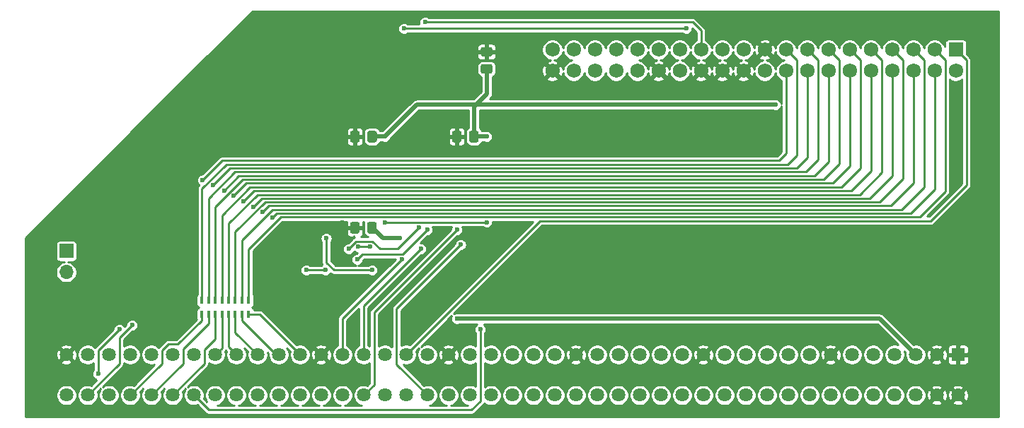
<source format=gbr>
%TF.GenerationSoftware,KiCad,Pcbnew,(5.1.6)-1*%
%TF.CreationDate,2022-03-09T09:08:39-05:00*%
%TF.ProjectId,a500hdd-remake,61353030-6864-4642-9d72-656d616b652e,rev?*%
%TF.SameCoordinates,Original*%
%TF.FileFunction,Copper,L2,Bot*%
%TF.FilePolarity,Positive*%
%FSLAX46Y46*%
G04 Gerber Fmt 4.6, Leading zero omitted, Abs format (unit mm)*
G04 Created by KiCad (PCBNEW (5.1.6)-1) date 2022-03-09 09:08:39*
%MOMM*%
%LPD*%
G01*
G04 APERTURE LIST*
%TA.AperFunction,ComponentPad*%
%ADD10C,1.638300*%
%TD*%
%TA.AperFunction,ComponentPad*%
%ADD11R,1.638300X1.638300*%
%TD*%
%TA.AperFunction,ComponentPad*%
%ADD12R,1.725000X1.725000*%
%TD*%
%TA.AperFunction,ComponentPad*%
%ADD13C,1.725000*%
%TD*%
%TA.AperFunction,ComponentPad*%
%ADD14R,1.700000X1.700000*%
%TD*%
%TA.AperFunction,ComponentPad*%
%ADD15O,1.700000X1.700000*%
%TD*%
%TA.AperFunction,SMDPad,CuDef*%
%ADD16R,0.450000X0.900000*%
%TD*%
%TA.AperFunction,ViaPad*%
%ADD17C,0.600000*%
%TD*%
%TA.AperFunction,Conductor*%
%ADD18C,0.250000*%
%TD*%
%TA.AperFunction,Conductor*%
%ADD19C,0.500000*%
%TD*%
%TA.AperFunction,Conductor*%
%ADD20C,0.254000*%
%TD*%
G04 APERTURE END LIST*
D10*
%TO.P,BUS1,86*%
%TO.N,/D5*%
X94255001Y-103386301D03*
%TO.P,BUS1,85*%
%TO.N,GND*%
X94255001Y-98534901D03*
%TO.P,BUS1,84*%
%TO.N,/D6*%
X96795001Y-103386301D03*
%TO.P,BUS1,83*%
%TO.N,/D4*%
X96795001Y-98534901D03*
%TO.P,BUS1,82*%
%TO.N,/D7*%
X99335001Y-103386301D03*
%TO.P,BUS1,81*%
%TO.N,/D3*%
X99335001Y-98534901D03*
%TO.P,BUS1,80*%
%TO.N,/D8*%
X101875001Y-103386301D03*
%TO.P,BUS1,79*%
%TO.N,/D2*%
X101875001Y-98534901D03*
%TO.P,BUS1,78*%
%TO.N,/D9*%
X104415001Y-103386301D03*
%TO.P,BUS1,77*%
%TO.N,/D1*%
X104415001Y-98534901D03*
%TO.P,BUS1,76*%
%TO.N,/D10*%
X106955001Y-103386301D03*
%TO.P,BUS1,75*%
%TO.N,/D0*%
X106955001Y-98534901D03*
%TO.P,BUS1,74*%
%TO.N,Net-(BUS1-Pad74)*%
X109495001Y-103386301D03*
%TO.P,BUS1,73*%
%TO.N,GND*%
X109495001Y-98534901D03*
%TO.P,BUS1,72*%
%TO.N,Net-(BUS1-Pad72)*%
X112035001Y-103386301D03*
%TO.P,BUS1,71*%
%TO.N,/D11*%
X112035001Y-98534901D03*
%TO.P,BUS1,70*%
%TO.N,Net-(BUS1-Pad70)*%
X114575001Y-103386301D03*
%TO.P,BUS1,69*%
%TO.N,/D12*%
X114575001Y-98534901D03*
%TO.P,BUS1,68*%
%TO.N,Net-(BUS1-Pad68)*%
X117115001Y-103386301D03*
%TO.P,BUS1,67*%
%TO.N,/D13*%
X117115001Y-98534901D03*
%TO.P,BUS1,66*%
%TO.N,Net-(BUS1-Pad66)*%
X119655001Y-103386301D03*
%TO.P,BUS1,65*%
%TO.N,/D14*%
X119655001Y-98534901D03*
%TO.P,BUS1,64*%
%TO.N,Net-(BUS1-Pad64)*%
X122195001Y-103386301D03*
%TO.P,BUS1,63*%
%TO.N,/D15*%
X122195001Y-98534901D03*
%TO.P,BUS1,62*%
%TO.N,Net-(BUS1-Pad62)*%
X124735001Y-103386301D03*
%TO.P,BUS1,61*%
%TO.N,GND*%
X124735001Y-98534901D03*
%TO.P,BUS1,60*%
%TO.N,Net-(BUS1-Pad60)*%
X127275001Y-103386301D03*
%TO.P,BUS1,59*%
%TO.N,Net-(BUS1-Pad59)*%
X127275001Y-98534901D03*
%TO.P,BUS1,58*%
%TO.N,Net-(BUS1-Pad58)*%
X129815001Y-103386301D03*
%TO.P,BUS1,57*%
%TO.N,Net-(BUS1-Pad57)*%
X129815001Y-98534901D03*
%TO.P,BUS1,56*%
%TO.N,Net-(BUS1-Pad56)*%
X132355001Y-103386301D03*
%TO.P,BUS1,55*%
%TO.N,Net-(BUS1-Pad55)*%
X132355001Y-98534901D03*
%TO.P,BUS1,54*%
%TO.N,Net-(BUS1-Pad54)*%
X134895001Y-103386301D03*
%TO.P,BUS1,53*%
%TO.N,Net-(BUS1-Pad53)*%
X134895001Y-98534901D03*
%TO.P,BUS1,52*%
%TO.N,Net-(BUS1-Pad52)*%
X137435001Y-103386301D03*
%TO.P,BUS1,51*%
%TO.N,Net-(BUS1-Pad51)*%
X137435001Y-98534901D03*
%TO.P,BUS1,50*%
%TO.N,Net-(BUS1-Pad50)*%
X139975001Y-103386301D03*
%TO.P,BUS1,49*%
%TO.N,GND*%
X139975001Y-98534901D03*
%TO.P,BUS1,48*%
%TO.N,Net-(BUS1-Pad48)*%
X142515001Y-103386301D03*
%TO.P,BUS1,47*%
%TO.N,Net-(BUS1-Pad47)*%
X142515001Y-98534901D03*
%TO.P,BUS1,46*%
%TO.N,Net-(BUS1-Pad46)*%
X145055001Y-103386301D03*
%TO.P,BUS1,45*%
%TO.N,Net-(BUS1-Pad45)*%
X145055001Y-98534901D03*
%TO.P,BUS1,44*%
%TO.N,Net-(BUS1-Pad44)*%
X147595001Y-103386301D03*
%TO.P,BUS1,43*%
%TO.N,Net-(BUS1-Pad43)*%
X147595001Y-98534901D03*
%TO.P,BUS1,42*%
%TO.N,Net-(BUS1-Pad42)*%
X150135001Y-103386301D03*
%TO.P,BUS1,41*%
%TO.N,Net-(BUS1-Pad41)*%
X150135001Y-98534901D03*
%TO.P,BUS1,40*%
%TO.N,Net-(BUS1-Pad40)*%
X152675001Y-103386301D03*
%TO.P,BUS1,39*%
%TO.N,/A13*%
X152675001Y-98534901D03*
%TO.P,BUS1,38*%
%TO.N,/A12*%
X155215001Y-103386301D03*
%TO.P,BUS1,37*%
%TO.N,GND*%
X155215001Y-98534901D03*
%TO.P,BUS1,36*%
%TO.N,Net-(BUS1-Pad36)*%
X157755001Y-103386301D03*
%TO.P,BUS1,35*%
%TO.N,Net-(BUS1-Pad35)*%
X157755001Y-98534901D03*
%TO.P,BUS1,34*%
%TO.N,Net-(BUS1-Pad34)*%
X160295001Y-103386301D03*
%TO.P,BUS1,33*%
%TO.N,Net-(BUS1-Pad33)*%
X160295001Y-98534901D03*
%TO.P,BUS1,32*%
%TO.N,Net-(BUS1-Pad32)*%
X162835001Y-103386301D03*
%TO.P,BUS1,31*%
%TO.N,Net-(BUS1-Pad31)*%
X162835001Y-98534901D03*
%TO.P,BUS1,30*%
%TO.N,Net-(BUS1-Pad30)*%
X165375001Y-103386301D03*
%TO.P,BUS1,29*%
%TO.N,Net-(BUS1-Pad29)*%
X165375001Y-98534901D03*
%TO.P,BUS1,28*%
%TO.N,Net-(BUS1-Pad28)*%
X167915001Y-103386301D03*
%TO.P,BUS1,27*%
%TO.N,/A2*%
X167915001Y-98534901D03*
%TO.P,BUS1,26*%
%TO.N,/A3*%
X170455001Y-103386301D03*
%TO.P,BUS1,25*%
%TO.N,GND*%
X170455001Y-98534901D03*
%TO.P,BUS1,24*%
%TO.N,/A4*%
X172995001Y-103386301D03*
%TO.P,BUS1,23*%
%TO.N,Net-(BUS1-Pad23)*%
X172995001Y-98534901D03*
%TO.P,BUS1,22*%
%TO.N,Net-(BUS1-Pad22)*%
X175535001Y-103386301D03*
%TO.P,BUS1,21*%
%TO.N,Net-(BUS1-Pad21)*%
X175535001Y-98534901D03*
%TO.P,BUS1,20*%
%TO.N,Net-(BUS1-Pad20)*%
X178075001Y-103386301D03*
%TO.P,BUS1,19*%
%TO.N,Net-(BUS1-Pad19)*%
X178075001Y-98534901D03*
%TO.P,BUS1,18*%
%TO.N,Net-(BUS1-Pad18)*%
X180615001Y-103386301D03*
%TO.P,BUS1,17*%
%TO.N,Net-(BUS1-Pad17)*%
X180615001Y-98534901D03*
%TO.P,BUS1,16*%
%TO.N,Net-(BUS1-Pad16)*%
X183155001Y-103386301D03*
%TO.P,BUS1,15*%
%TO.N,Net-(BUS1-Pad15)*%
X183155001Y-98534901D03*
%TO.P,BUS1,14*%
%TO.N,Net-(BUS1-Pad14)*%
X185695001Y-103386301D03*
%TO.P,BUS1,13*%
%TO.N,GND*%
X185695001Y-98534901D03*
%TO.P,BUS1,12*%
%TO.N,Net-(BUS1-Pad12)*%
X188235001Y-103386301D03*
%TO.P,BUS1,11*%
%TO.N,Net-(BUS1-Pad11)*%
X188235001Y-98534901D03*
%TO.P,BUS1,10*%
%TO.N,Net-(BUS1-Pad10)*%
X190775001Y-103386301D03*
%TO.P,BUS1,9*%
%TO.N,Net-(BUS1-Pad9)*%
X190775001Y-98534901D03*
%TO.P,BUS1,8*%
%TO.N,Net-(BUS1-Pad8)*%
X193315001Y-103386301D03*
%TO.P,BUS1,7*%
%TO.N,Net-(BUS1-Pad7)*%
X193315001Y-98534901D03*
%TO.P,BUS1,6*%
%TO.N,+5V*%
X195855001Y-103386301D03*
%TO.P,BUS1,5*%
X195855001Y-98534901D03*
%TO.P,BUS1,4*%
%TO.N,GND*%
X198395001Y-103386301D03*
%TO.P,BUS1,3*%
X198395001Y-98534901D03*
%TO.P,BUS1,2*%
X200935001Y-103386301D03*
D11*
%TO.P,BUS1,1*%
X200935001Y-98534901D03*
%TD*%
%TO.P,C1,1*%
%TO.N,GND*%
%TA.AperFunction,SMDPad,CuDef*%
G36*
G01*
X140377000Y-72840001D02*
X140377000Y-71939999D01*
G75*
G02*
X140626999Y-71690000I249999J0D01*
G01*
X141277001Y-71690000D01*
G75*
G02*
X141527000Y-71939999I0J-249999D01*
G01*
X141527000Y-72840001D01*
G75*
G02*
X141277001Y-73090000I-249999J0D01*
G01*
X140626999Y-73090000D01*
G75*
G02*
X140377000Y-72840001I0J249999D01*
G01*
G37*
%TD.AperFunction*%
%TO.P,C1,2*%
%TO.N,+5V*%
%TA.AperFunction,SMDPad,CuDef*%
G36*
G01*
X142427000Y-72840001D02*
X142427000Y-71939999D01*
G75*
G02*
X142676999Y-71690000I249999J0D01*
G01*
X143327001Y-71690000D01*
G75*
G02*
X143577000Y-71939999I0J-249999D01*
G01*
X143577000Y-72840001D01*
G75*
G02*
X143327001Y-73090000I-249999J0D01*
G01*
X142676999Y-73090000D01*
G75*
G02*
X142427000Y-72840001I0J249999D01*
G01*
G37*
%TD.AperFunction*%
%TD*%
%TO.P,C2,2*%
%TO.N,+5V*%
%TA.AperFunction,SMDPad,CuDef*%
G36*
G01*
X130235000Y-83762001D02*
X130235000Y-82861999D01*
G75*
G02*
X130484999Y-82612000I249999J0D01*
G01*
X131135001Y-82612000D01*
G75*
G02*
X131385000Y-82861999I0J-249999D01*
G01*
X131385000Y-83762001D01*
G75*
G02*
X131135001Y-84012000I-249999J0D01*
G01*
X130484999Y-84012000D01*
G75*
G02*
X130235000Y-83762001I0J249999D01*
G01*
G37*
%TD.AperFunction*%
%TO.P,C2,1*%
%TO.N,GND*%
%TA.AperFunction,SMDPad,CuDef*%
G36*
G01*
X128185000Y-83762001D02*
X128185000Y-82861999D01*
G75*
G02*
X128434999Y-82612000I249999J0D01*
G01*
X129085001Y-82612000D01*
G75*
G02*
X129335000Y-82861999I0J-249999D01*
G01*
X129335000Y-83762001D01*
G75*
G02*
X129085001Y-84012000I-249999J0D01*
G01*
X128434999Y-84012000D01*
G75*
G02*
X128185000Y-83762001I0J249999D01*
G01*
G37*
%TD.AperFunction*%
%TD*%
%TO.P,C3,1*%
%TO.N,GND*%
%TA.AperFunction,SMDPad,CuDef*%
G36*
G01*
X128194000Y-72840001D02*
X128194000Y-71939999D01*
G75*
G02*
X128443999Y-71690000I249999J0D01*
G01*
X129094001Y-71690000D01*
G75*
G02*
X129344000Y-71939999I0J-249999D01*
G01*
X129344000Y-72840001D01*
G75*
G02*
X129094001Y-73090000I-249999J0D01*
G01*
X128443999Y-73090000D01*
G75*
G02*
X128194000Y-72840001I0J249999D01*
G01*
G37*
%TD.AperFunction*%
%TO.P,C3,2*%
%TO.N,+5V*%
%TA.AperFunction,SMDPad,CuDef*%
G36*
G01*
X130244000Y-72840001D02*
X130244000Y-71939999D01*
G75*
G02*
X130493999Y-71690000I249999J0D01*
G01*
X131144001Y-71690000D01*
G75*
G02*
X131394000Y-71939999I0J-249999D01*
G01*
X131394000Y-72840001D01*
G75*
G02*
X131144001Y-73090000I-249999J0D01*
G01*
X130493999Y-73090000D01*
G75*
G02*
X130244000Y-72840001I0J249999D01*
G01*
G37*
%TD.AperFunction*%
%TD*%
%TO.P,C4,2*%
%TO.N,+5V*%
%TA.AperFunction,SMDPad,CuDef*%
G36*
G01*
X144075999Y-63696000D02*
X144976001Y-63696000D01*
G75*
G02*
X145226000Y-63945999I0J-249999D01*
G01*
X145226000Y-64596001D01*
G75*
G02*
X144976001Y-64846000I-249999J0D01*
G01*
X144075999Y-64846000D01*
G75*
G02*
X143826000Y-64596001I0J249999D01*
G01*
X143826000Y-63945999D01*
G75*
G02*
X144075999Y-63696000I249999J0D01*
G01*
G37*
%TD.AperFunction*%
%TO.P,C4,1*%
%TO.N,GND*%
%TA.AperFunction,SMDPad,CuDef*%
G36*
G01*
X144075999Y-61646000D02*
X144976001Y-61646000D01*
G75*
G02*
X145226000Y-61895999I0J-249999D01*
G01*
X145226000Y-62546001D01*
G75*
G02*
X144976001Y-62796000I-249999J0D01*
G01*
X144075999Y-62796000D01*
G75*
G02*
X143826000Y-62546001I0J249999D01*
G01*
X143826000Y-61895999D01*
G75*
G02*
X144075999Y-61646000I249999J0D01*
G01*
G37*
%TD.AperFunction*%
%TD*%
D12*
%TO.P,J1,1*%
%TO.N,Net-(BUS1-Pad53)*%
X200660000Y-61976000D03*
D13*
%TO.P,J1,2*%
%TO.N,GND*%
X200660000Y-64516000D03*
%TO.P,J1,3*%
%TO.N,/IDE7*%
X198120000Y-61976000D03*
%TO.P,J1,4*%
%TO.N,/IDE8*%
X198120000Y-64516000D03*
%TO.P,J1,5*%
%TO.N,/IDE6*%
X195580000Y-61976000D03*
%TO.P,J1,6*%
%TO.N,/IDE9*%
X195580000Y-64516000D03*
%TO.P,J1,7*%
%TO.N,/IDE5*%
X193040000Y-61976000D03*
%TO.P,J1,8*%
%TO.N,/IDE10*%
X193040000Y-64516000D03*
%TO.P,J1,9*%
%TO.N,/IDE4*%
X190500000Y-61976000D03*
%TO.P,J1,10*%
%TO.N,/IDE11*%
X190500000Y-64516000D03*
%TO.P,J1,11*%
%TO.N,/IDE3*%
X187960000Y-61976000D03*
%TO.P,J1,12*%
%TO.N,/IDE12*%
X187960000Y-64516000D03*
%TO.P,J1,13*%
%TO.N,/IDE2*%
X185420000Y-61976000D03*
%TO.P,J1,14*%
%TO.N,/IDE13*%
X185420000Y-64516000D03*
%TO.P,J1,15*%
%TO.N,/IDE1*%
X182880000Y-61976000D03*
%TO.P,J1,16*%
%TO.N,/IDE14*%
X182880000Y-64516000D03*
%TO.P,J1,17*%
%TO.N,/IDE0*%
X180340000Y-61976000D03*
%TO.P,J1,18*%
%TO.N,/IDE15*%
X180340000Y-64516000D03*
%TO.P,J1,19*%
%TO.N,GND*%
X177800000Y-61976000D03*
%TO.P,J1,20*%
%TO.N,Net-(J1-Pad20)*%
X177800000Y-64516000D03*
%TO.P,J1,21*%
%TO.N,Net-(J1-Pad21)*%
X175260000Y-61976000D03*
%TO.P,J1,22*%
%TO.N,GND*%
X175260000Y-64516000D03*
%TO.P,J1,23*%
%TO.N,Net-(J1-Pad23)*%
X172720000Y-61976000D03*
%TO.P,J1,24*%
%TO.N,GND*%
X172720000Y-64516000D03*
%TO.P,J1,25*%
%TO.N,Net-(J1-Pad25)*%
X170180000Y-61976000D03*
%TO.P,J1,26*%
%TO.N,GND*%
X170180000Y-64516000D03*
%TO.P,J1,27*%
%TO.N,Net-(J1-Pad27)*%
X167640000Y-61976000D03*
%TO.P,J1,28*%
%TO.N,Net-(J1-Pad28)*%
X167640000Y-64516000D03*
%TO.P,J1,29*%
%TO.N,Net-(J1-Pad29)*%
X165100000Y-61976000D03*
%TO.P,J1,30*%
%TO.N,GND*%
X165100000Y-64516000D03*
%TO.P,J1,31*%
%TO.N,Net-(J1-Pad31)*%
X162560000Y-61976000D03*
%TO.P,J1,32*%
%TO.N,Net-(J1-Pad32)*%
X162560000Y-64516000D03*
%TO.P,J1,33*%
%TO.N,/A3*%
X160020000Y-61976000D03*
%TO.P,J1,34*%
%TO.N,Net-(J1-Pad34)*%
X160020000Y-64516000D03*
%TO.P,J1,35*%
%TO.N,/A2*%
X157480000Y-61976000D03*
%TO.P,J1,36*%
%TO.N,/A4*%
X157480000Y-64516000D03*
%TO.P,J1,37*%
%TO.N,/A12*%
X154940000Y-61976000D03*
%TO.P,J1,38*%
%TO.N,/A13*%
X154940000Y-64516000D03*
%TO.P,J1,39*%
%TO.N,Net-(J1-Pad39)*%
X152400000Y-61976000D03*
%TO.P,J1,40*%
%TO.N,GND*%
X152400000Y-64516000D03*
%TD*%
D14*
%TO.P,J2,1*%
%TO.N,Net-(J2-Pad1)*%
X94234000Y-86106000D03*
D15*
%TO.P,J2,2*%
%TO.N,Net-(J2-Pad2)*%
X94234000Y-88646000D03*
%TD*%
D16*
%TO.P,RN1,1*%
%TO.N,/D15*%
X116052000Y-93726000D03*
%TO.P,RN1,2*%
%TO.N,/D14*%
X115252000Y-93726000D03*
%TO.P,RN1,3*%
%TO.N,/D13*%
X114452000Y-93726000D03*
%TO.P,RN1,4*%
%TO.N,/D12*%
X113652000Y-93726000D03*
%TO.P,RN1,5*%
%TO.N,/D11*%
X112852000Y-93726000D03*
%TO.P,RN1,6*%
%TO.N,/D10*%
X112052000Y-93726000D03*
%TO.P,RN1,7*%
%TO.N,/D9*%
X111252000Y-93726000D03*
%TO.P,RN1,8*%
%TO.N,/D8*%
X110452000Y-93726000D03*
%TO.P,RN1,9*%
%TO.N,/IDE0*%
X110452000Y-92026000D03*
%TO.P,RN1,10*%
%TO.N,/IDE1*%
X111252000Y-92026000D03*
%TO.P,RN1,11*%
%TO.N,/IDE2*%
X112052000Y-92026000D03*
%TO.P,RN1,12*%
%TO.N,/IDE3*%
X112852000Y-92026000D03*
%TO.P,RN1,13*%
%TO.N,/IDE4*%
X113652000Y-92026000D03*
%TO.P,RN1,14*%
%TO.N,/IDE5*%
X114452000Y-92026000D03*
%TO.P,RN1,15*%
%TO.N,/IDE6*%
X115252000Y-92026000D03*
%TO.P,RN1,16*%
%TO.N,/IDE7*%
X116052000Y-92026000D03*
%TD*%
D17*
%TO.N,GND*%
X138938000Y-83566000D03*
X138684000Y-90678000D03*
X127254000Y-82677000D03*
X129032000Y-90170000D03*
X130556000Y-89408000D03*
X141224000Y-87884000D03*
X155702000Y-96774000D03*
X153543000Y-96774000D03*
X157226000Y-96774000D03*
X167106600Y-96774000D03*
X139192000Y-72390000D03*
X138176000Y-63754000D03*
X145542000Y-67564000D03*
X144526000Y-83820000D03*
X142240000Y-101092000D03*
X145034000Y-96774000D03*
X99314000Y-95250000D03*
X200660000Y-66548000D03*
%TO.N,/D6*%
X102108000Y-94996000D03*
%TO.N,/D7*%
X100584000Y-95504000D03*
X98044000Y-100838000D03*
%TO.N,Net-(BUS1-Pad74)*%
X143764000Y-95504000D03*
%TO.N,Net-(BUS1-Pad59)*%
X134366000Y-87122000D03*
%TO.N,Net-(BUS1-Pad58)*%
X140970000Y-83566000D03*
%TO.N,Net-(BUS1-Pad57)*%
X136652000Y-85852000D03*
%TO.N,Net-(BUS1-Pad52)*%
X141418990Y-85344000D03*
%TO.N,Net-(BUS1-Pad47)*%
X122936000Y-88392000D03*
X125222000Y-88392000D03*
%TO.N,+5V*%
X143256000Y-68580000D03*
X132334000Y-72390000D03*
X144526000Y-72390000D03*
X179070000Y-68580000D03*
X134112000Y-84582000D03*
X140970000Y-94234000D03*
%TO.N,/IDE8*%
X118916372Y-82086372D03*
%TO.N,/IDE9*%
X117757929Y-81435929D03*
%TO.N,/IDE10*%
X116599486Y-80785486D03*
%TO.N,/IDE11*%
X115441043Y-80135043D03*
%TO.N,/IDE12*%
X114282600Y-79484600D03*
%TO.N,/IDE13*%
X113124157Y-78834157D03*
%TO.N,/IDE14*%
X111822488Y-78209147D03*
%TO.N,/IDE15*%
X110548895Y-77606990D03*
%TO.N,Net-(J1-Pad23)*%
X134620000Y-59436000D03*
X168402000Y-59436000D03*
%TO.N,Net-(J1-Pad25)*%
X137160000Y-58674000D03*
%TO.N,Net-(U1-Pad2)*%
X128016000Y-85852000D03*
X136398000Y-83312000D03*
%TO.N,Net-(U1-Pad4)*%
X130556000Y-85598000D03*
X129169000Y-85598000D03*
%TO.N,Net-(U1-Pad6)*%
X129032000Y-87122000D03*
X137414000Y-83566000D03*
%TO.N,Net-(U1-Pad8)*%
X132334000Y-82667000D03*
X144526000Y-82667000D03*
%TO.N,Net-(U2-Pad11)*%
X125339000Y-84582000D03*
X130810000Y-88392000D03*
%TD*%
D18*
%TO.N,/D6*%
X100584000Y-99597302D02*
X96795001Y-103386301D01*
X102108000Y-94996000D02*
X100584000Y-96520000D01*
X100584000Y-96520000D02*
X100584000Y-99597302D01*
%TO.N,/D7*%
X100584000Y-95504000D02*
X98044000Y-98044000D01*
X98044000Y-98044000D02*
X98044000Y-100838000D01*
%TO.N,/D8*%
X105664000Y-99597302D02*
X101875001Y-103386301D01*
X110452000Y-94426000D02*
X107596000Y-97282000D01*
X110452000Y-93726000D02*
X110452000Y-94426000D01*
X107596000Y-97282000D02*
X106426000Y-97282000D01*
X106426000Y-97282000D02*
X105664000Y-98044000D01*
X105664000Y-98044000D02*
X105664000Y-99597302D01*
%TO.N,/D9*%
X108204000Y-99597302D02*
X104415001Y-103386301D01*
X108204000Y-97834279D02*
X108204000Y-99597302D01*
X111252000Y-93726000D02*
X111252000Y-94786279D01*
X111252000Y-94786279D02*
X108204000Y-97834279D01*
%TO.N,/D10*%
X110744000Y-99597302D02*
X106955001Y-103386301D01*
X110744000Y-97961279D02*
X110744000Y-99597302D01*
X112052000Y-93726000D02*
X112052000Y-96653279D01*
X112052000Y-96653279D02*
X110744000Y-97961279D01*
%TO.N,Net-(BUS1-Pad74)*%
X142720323Y-105156000D02*
X111264700Y-105156000D01*
X111264700Y-105156000D02*
X109495001Y-103386301D01*
X143764000Y-95504000D02*
X143764000Y-104112323D01*
X143764000Y-104112323D02*
X142720323Y-105156000D01*
%TO.N,/D11*%
X112852000Y-97717902D02*
X112035001Y-98534901D01*
X112852000Y-93726000D02*
X112852000Y-97717902D01*
%TO.N,/D12*%
X113652000Y-97611900D02*
X114575001Y-98534901D01*
X113652000Y-93726000D02*
X113652000Y-97611900D01*
%TO.N,/D13*%
X114452000Y-95871900D02*
X117115001Y-98534901D01*
X114452000Y-93726000D02*
X114452000Y-95871900D01*
%TO.N,/D14*%
X119360901Y-98534901D02*
X119655001Y-98534901D01*
X115252000Y-94426000D02*
X119360901Y-98534901D01*
X115252000Y-93726000D02*
X115252000Y-94426000D01*
%TO.N,/D15*%
X117386100Y-93726000D02*
X122195001Y-98534901D01*
X116052000Y-93726000D02*
X117386100Y-93726000D01*
%TO.N,Net-(BUS1-Pad59)*%
X127275001Y-98534901D02*
X127275001Y-94212999D01*
X127275001Y-94212999D02*
X134366000Y-87122000D01*
%TO.N,Net-(BUS1-Pad58)*%
X129815001Y-103386301D02*
X131064000Y-102137302D01*
X131064000Y-102137302D02*
X131064000Y-93472000D01*
X131064000Y-93472000D02*
X140970000Y-83566000D01*
%TO.N,Net-(BUS1-Pad57)*%
X129815001Y-98534901D02*
X129815001Y-92688999D01*
X129815001Y-92688999D02*
X136652000Y-85852000D01*
%TO.N,Net-(BUS1-Pad53)*%
X201930000Y-78232000D02*
X201930000Y-63246000D01*
X197669990Y-82492010D02*
X201930000Y-78232000D01*
X134895001Y-98534901D02*
X150937892Y-82492010D01*
X201930000Y-63246000D02*
X200660000Y-61976000D01*
X150937892Y-82492010D02*
X197669990Y-82492010D01*
%TO.N,Net-(BUS1-Pad52)*%
X133750850Y-93012140D02*
X141418990Y-85344000D01*
X137435001Y-103386301D02*
X133750850Y-99702150D01*
X133750850Y-99702150D02*
X133750850Y-93012140D01*
%TO.N,Net-(BUS1-Pad47)*%
X122936000Y-88392000D02*
X125222000Y-88392000D01*
D19*
%TO.N,+5V*%
X144526000Y-64271000D02*
X144526000Y-67310000D01*
X144526000Y-67310000D02*
X143256000Y-68580000D01*
X143002000Y-68834000D02*
X143256000Y-68580000D01*
X143002000Y-72390000D02*
X143002000Y-68834000D01*
X130819000Y-72390000D02*
X132334000Y-72390000D01*
X143002000Y-72390000D02*
X144526000Y-72390000D01*
X136144000Y-68580000D02*
X132334000Y-72390000D01*
X143256000Y-68580000D02*
X136144000Y-68580000D01*
X143256000Y-68580000D02*
X179070000Y-68580000D01*
X130810000Y-83312000D02*
X132080000Y-84582000D01*
X132080000Y-84582000D02*
X134112000Y-84582000D01*
X191554100Y-94234000D02*
X195855001Y-98534901D01*
X140970000Y-94234000D02*
X191554100Y-94234000D01*
D18*
%TO.N,/IDE7*%
X199390000Y-78994000D02*
X199390000Y-63246000D01*
X196342000Y-82042000D02*
X199390000Y-78994000D01*
X116052000Y-92026000D02*
X116052000Y-85878000D01*
X199390000Y-63246000D02*
X198120000Y-61976000D01*
X116052000Y-85878000D02*
X119888000Y-82042000D01*
X119888000Y-82042000D02*
X196342000Y-82042000D01*
%TO.N,/IDE8*%
X198120000Y-64516000D02*
X198120000Y-78740000D01*
X119410753Y-81591991D02*
X118916372Y-82086372D01*
X195268009Y-81591991D02*
X119410753Y-81591991D01*
X198120000Y-78740000D02*
X195268009Y-81591991D01*
%TO.N,/IDE6*%
X194194020Y-81141980D02*
X196850000Y-78486000D01*
X196850000Y-78486000D02*
X196850000Y-63246000D01*
X115252000Y-92026000D02*
X115252000Y-84825742D01*
X115252000Y-84825742D02*
X118935762Y-81141980D01*
X118935762Y-81141980D02*
X194194020Y-81141980D01*
X196850000Y-63246000D02*
X195580000Y-61976000D01*
%TO.N,/IDE9*%
X195580000Y-77978000D02*
X195580000Y-64516000D01*
X117757929Y-81435929D02*
X118501887Y-80691971D01*
X192866029Y-80691971D02*
X195580000Y-77978000D01*
X118501887Y-80691971D02*
X192866029Y-80691971D01*
%TO.N,/IDE5*%
X118026895Y-80241961D02*
X191538039Y-80241961D01*
X114452000Y-83816856D02*
X118026895Y-80241961D01*
X114452000Y-92026000D02*
X114452000Y-83816856D01*
X191538039Y-80241961D02*
X194310000Y-77470000D01*
X194310000Y-77470000D02*
X194310000Y-63246000D01*
X194310000Y-63246000D02*
X193040000Y-61976000D01*
%TO.N,/IDE10*%
X190337049Y-79791951D02*
X193040000Y-77089000D01*
X117593021Y-79791951D02*
X190337049Y-79791951D01*
X116599486Y-80785486D02*
X117593021Y-79791951D01*
X193040000Y-77089000D02*
X193040000Y-64516000D01*
%TO.N,/IDE4*%
X189136059Y-79341941D02*
X191770000Y-76708000D01*
X117118029Y-79341941D02*
X189136059Y-79341941D01*
X113652000Y-82807970D02*
X117118029Y-79341941D01*
X113652000Y-92026000D02*
X113652000Y-82807970D01*
X191770000Y-63246000D02*
X190500000Y-61976000D01*
X191770000Y-76708000D02*
X191770000Y-63246000D01*
%TO.N,/IDE11*%
X188120634Y-78891931D02*
X190500000Y-76512565D01*
X116688069Y-78891931D02*
X188120634Y-78891931D01*
X116328086Y-79248000D02*
X116332000Y-79248000D01*
X116332000Y-79248000D02*
X116688069Y-78891931D01*
X190500000Y-76512565D02*
X190500000Y-64516000D01*
X115441043Y-80135043D02*
X116328086Y-79248000D01*
%TO.N,/IDE3*%
X112852000Y-92026000D02*
X112852000Y-81799084D01*
X112852000Y-81799084D02*
X116209162Y-78441922D01*
X116209162Y-78441922D02*
X186988078Y-78441922D01*
X186988078Y-78441922D02*
X189230000Y-76200000D01*
X189230000Y-76200000D02*
X189230000Y-63246000D01*
X189230000Y-63246000D02*
X187960000Y-61976000D01*
%TO.N,/IDE12*%
X114282600Y-79484600D02*
X115789200Y-77978000D01*
X115789200Y-77978000D02*
X185928000Y-77978000D01*
X185928000Y-77978000D02*
X187960000Y-75946000D01*
X187960000Y-75946000D02*
X187960000Y-64516000D01*
%TO.N,/IDE2*%
X112052000Y-92026000D02*
X112052000Y-80790198D01*
X112052000Y-80790198D02*
X115314208Y-77527990D01*
X115314208Y-77527990D02*
X184854010Y-77527990D01*
X184854010Y-77527990D02*
X186690000Y-75692000D01*
X186690000Y-75692000D02*
X186690000Y-63246000D01*
X186690000Y-63246000D02*
X185420000Y-61976000D01*
%TO.N,/IDE13*%
X113124157Y-78834157D02*
X114880334Y-77077980D01*
X114880334Y-77077980D02*
X183780020Y-77077980D01*
X183780020Y-77077980D02*
X185420000Y-75438000D01*
X185420000Y-75438000D02*
X185420000Y-64516000D01*
%TO.N,/IDE1*%
X111252000Y-92026000D02*
X111252000Y-79781312D01*
X111252000Y-79781312D02*
X114405342Y-76627970D01*
X114405342Y-76627970D02*
X182706030Y-76627970D01*
X182706030Y-76627970D02*
X184150000Y-75184000D01*
X184150000Y-75184000D02*
X184150000Y-63246000D01*
X184150000Y-63246000D02*
X182880000Y-61976000D01*
%TO.N,/IDE14*%
X113853675Y-76177960D02*
X111822488Y-78209147D01*
X182880000Y-74930000D02*
X181632040Y-76177960D01*
X181632040Y-76177960D02*
X113853675Y-76177960D01*
X182880000Y-64516000D02*
X182880000Y-74930000D01*
%TO.N,/IDE0*%
X110452000Y-78662259D02*
X113386310Y-75727949D01*
X180558051Y-75727949D02*
X181610000Y-74676000D01*
X113386310Y-75727949D02*
X180558051Y-75727949D01*
X110452000Y-92026000D02*
X110452000Y-78662259D01*
X181610000Y-74676000D02*
X181610000Y-63246000D01*
X181610000Y-63246000D02*
X180340000Y-61976000D01*
%TO.N,/IDE15*%
X180340000Y-74422000D02*
X179520010Y-75241990D01*
X180340000Y-64516000D02*
X180340000Y-74422000D01*
X179520010Y-75241990D02*
X112913895Y-75241990D01*
X112913895Y-75241990D02*
X110548895Y-77606990D01*
%TO.N,Net-(J1-Pad23)*%
X134620000Y-59436000D02*
X168402000Y-59436000D01*
%TO.N,Net-(J1-Pad25)*%
X137160000Y-58674000D02*
X169164000Y-58674000D01*
X170180000Y-59690000D02*
X170180000Y-61976000D01*
X169164000Y-58674000D02*
X170180000Y-59690000D01*
%TO.N,Net-(U1-Pad2)*%
X128895001Y-84972999D02*
X130856001Y-84972999D01*
X128016000Y-85852000D02*
X128895001Y-84972999D01*
X133858000Y-85852000D02*
X136398000Y-83312000D01*
X130856001Y-84972999D02*
X131735002Y-85852000D01*
X131735002Y-85852000D02*
X133858000Y-85852000D01*
%TO.N,Net-(U1-Pad4)*%
X130556000Y-85598000D02*
X129169000Y-85598000D01*
%TO.N,Net-(U1-Pad6)*%
X134483001Y-86496999D02*
X137414000Y-83566000D01*
X129032000Y-87122000D02*
X129657001Y-86496999D01*
X129657001Y-86496999D02*
X134483001Y-86496999D01*
%TO.N,Net-(U1-Pad8)*%
X132334000Y-82667000D02*
X144526000Y-82667000D01*
%TO.N,Net-(U2-Pad11)*%
X125339000Y-84582000D02*
X125339000Y-87493000D01*
X125339000Y-87493000D02*
X126238000Y-88392000D01*
X126238000Y-88392000D02*
X130810000Y-88392000D01*
%TD*%
D20*
%TO.N,GND*%
G36*
X205796001Y-58143786D02*
G01*
X205796000Y-58143796D01*
X205796001Y-105974000D01*
X89352000Y-105974000D01*
X89352000Y-103263566D01*
X93008851Y-103263566D01*
X93008851Y-103509036D01*
X93056739Y-103749790D01*
X93150677Y-103976575D01*
X93287053Y-104180676D01*
X93460626Y-104354249D01*
X93664727Y-104490625D01*
X93891512Y-104584563D01*
X94132266Y-104632451D01*
X94377736Y-104632451D01*
X94618490Y-104584563D01*
X94845275Y-104490625D01*
X95049376Y-104354249D01*
X95222949Y-104180676D01*
X95359325Y-103976575D01*
X95453263Y-103749790D01*
X95501151Y-103509036D01*
X95501151Y-103263566D01*
X95453263Y-103022812D01*
X95359325Y-102796027D01*
X95222949Y-102591926D01*
X95049376Y-102418353D01*
X94845275Y-102281977D01*
X94618490Y-102188039D01*
X94377736Y-102140151D01*
X94132266Y-102140151D01*
X93891512Y-102188039D01*
X93664727Y-102281977D01*
X93460626Y-102418353D01*
X93287053Y-102591926D01*
X93150677Y-102796027D01*
X93056739Y-103022812D01*
X93008851Y-103263566D01*
X89352000Y-103263566D01*
X89352000Y-99429651D01*
X93539856Y-99429651D01*
X93625528Y-99617361D01*
X93848801Y-99719366D01*
X94087683Y-99775853D01*
X94332996Y-99784651D01*
X94575310Y-99745421D01*
X94805317Y-99659672D01*
X94884474Y-99617361D01*
X94970146Y-99429651D01*
X94255001Y-98714506D01*
X93539856Y-99429651D01*
X89352000Y-99429651D01*
X89352000Y-98612896D01*
X93005251Y-98612896D01*
X93044481Y-98855210D01*
X93130230Y-99085217D01*
X93172541Y-99164374D01*
X93360251Y-99250046D01*
X94075396Y-98534901D01*
X94434606Y-98534901D01*
X95149751Y-99250046D01*
X95337461Y-99164374D01*
X95439466Y-98941101D01*
X95495953Y-98702219D01*
X95504751Y-98456906D01*
X95497508Y-98412166D01*
X95548851Y-98412166D01*
X95548851Y-98657636D01*
X95596739Y-98898390D01*
X95690677Y-99125175D01*
X95827053Y-99329276D01*
X96000626Y-99502849D01*
X96204727Y-99639225D01*
X96431512Y-99733163D01*
X96672266Y-99781051D01*
X96917736Y-99781051D01*
X97158490Y-99733163D01*
X97385275Y-99639225D01*
X97492001Y-99567913D01*
X97492001Y-100361865D01*
X97479302Y-100374564D01*
X97399741Y-100493636D01*
X97344938Y-100625942D01*
X97317000Y-100766397D01*
X97317000Y-100909603D01*
X97344938Y-101050058D01*
X97399741Y-101182364D01*
X97479302Y-101301436D01*
X97580564Y-101402698D01*
X97699636Y-101482259D01*
X97831942Y-101537062D01*
X97858344Y-101542314D01*
X97196765Y-102203893D01*
X97158490Y-102188039D01*
X96917736Y-102140151D01*
X96672266Y-102140151D01*
X96431512Y-102188039D01*
X96204727Y-102281977D01*
X96000626Y-102418353D01*
X95827053Y-102591926D01*
X95690677Y-102796027D01*
X95596739Y-103022812D01*
X95548851Y-103263566D01*
X95548851Y-103509036D01*
X95596739Y-103749790D01*
X95690677Y-103976575D01*
X95827053Y-104180676D01*
X96000626Y-104354249D01*
X96204727Y-104490625D01*
X96431512Y-104584563D01*
X96672266Y-104632451D01*
X96917736Y-104632451D01*
X97158490Y-104584563D01*
X97385275Y-104490625D01*
X97589376Y-104354249D01*
X97762949Y-104180676D01*
X97899325Y-103976575D01*
X97993263Y-103749790D01*
X98041151Y-103509036D01*
X98041151Y-103263566D01*
X97993263Y-103022812D01*
X97977409Y-102984537D01*
X98361077Y-102600869D01*
X98230677Y-102796027D01*
X98136739Y-103022812D01*
X98088851Y-103263566D01*
X98088851Y-103509036D01*
X98136739Y-103749790D01*
X98230677Y-103976575D01*
X98367053Y-104180676D01*
X98540626Y-104354249D01*
X98744727Y-104490625D01*
X98971512Y-104584563D01*
X99212266Y-104632451D01*
X99457736Y-104632451D01*
X99698490Y-104584563D01*
X99925275Y-104490625D01*
X100129376Y-104354249D01*
X100302949Y-104180676D01*
X100439325Y-103976575D01*
X100533263Y-103749790D01*
X100581151Y-103509036D01*
X100581151Y-103263566D01*
X100628851Y-103263566D01*
X100628851Y-103509036D01*
X100676739Y-103749790D01*
X100770677Y-103976575D01*
X100907053Y-104180676D01*
X101080626Y-104354249D01*
X101284727Y-104490625D01*
X101511512Y-104584563D01*
X101752266Y-104632451D01*
X101997736Y-104632451D01*
X102238490Y-104584563D01*
X102465275Y-104490625D01*
X102669376Y-104354249D01*
X102842949Y-104180676D01*
X102979325Y-103976575D01*
X103073263Y-103749790D01*
X103121151Y-103509036D01*
X103121151Y-103263566D01*
X103073263Y-103022812D01*
X103057409Y-102984537D01*
X103441077Y-102600869D01*
X103310677Y-102796027D01*
X103216739Y-103022812D01*
X103168851Y-103263566D01*
X103168851Y-103509036D01*
X103216739Y-103749790D01*
X103310677Y-103976575D01*
X103447053Y-104180676D01*
X103620626Y-104354249D01*
X103824727Y-104490625D01*
X104051512Y-104584563D01*
X104292266Y-104632451D01*
X104537736Y-104632451D01*
X104778490Y-104584563D01*
X105005275Y-104490625D01*
X105209376Y-104354249D01*
X105382949Y-104180676D01*
X105519325Y-103976575D01*
X105613263Y-103749790D01*
X105661151Y-103509036D01*
X105661151Y-103263566D01*
X105613263Y-103022812D01*
X105597409Y-102984537D01*
X105981077Y-102600869D01*
X105850677Y-102796027D01*
X105756739Y-103022812D01*
X105708851Y-103263566D01*
X105708851Y-103509036D01*
X105756739Y-103749790D01*
X105850677Y-103976575D01*
X105987053Y-104180676D01*
X106160626Y-104354249D01*
X106364727Y-104490625D01*
X106591512Y-104584563D01*
X106832266Y-104632451D01*
X107077736Y-104632451D01*
X107318490Y-104584563D01*
X107545275Y-104490625D01*
X107749376Y-104354249D01*
X107922949Y-104180676D01*
X108059325Y-103976575D01*
X108153263Y-103749790D01*
X108201151Y-103509036D01*
X108201151Y-103263566D01*
X108153263Y-103022812D01*
X108137409Y-102984537D01*
X108521077Y-102600869D01*
X108390677Y-102796027D01*
X108296739Y-103022812D01*
X108248851Y-103263566D01*
X108248851Y-103509036D01*
X108296739Y-103749790D01*
X108390677Y-103976575D01*
X108527053Y-104180676D01*
X108700626Y-104354249D01*
X108904727Y-104490625D01*
X109131512Y-104584563D01*
X109372266Y-104632451D01*
X109617736Y-104632451D01*
X109858490Y-104584563D01*
X109896764Y-104568709D01*
X110855208Y-105527154D01*
X110872489Y-105548211D01*
X110893545Y-105565491D01*
X110956541Y-105617191D01*
X111007798Y-105644588D01*
X111052437Y-105668448D01*
X111156489Y-105700012D01*
X111237591Y-105708000D01*
X111237601Y-105708000D01*
X111264699Y-105710669D01*
X111291797Y-105708000D01*
X142693217Y-105708000D01*
X142720323Y-105710670D01*
X142747429Y-105708000D01*
X142747432Y-105708000D01*
X142828534Y-105700012D01*
X142932586Y-105668448D01*
X143028481Y-105617191D01*
X143112534Y-105548211D01*
X143129823Y-105527144D01*
X144135154Y-104521815D01*
X144156211Y-104504534D01*
X144225191Y-104420481D01*
X144260604Y-104354227D01*
X144260626Y-104354249D01*
X144464727Y-104490625D01*
X144691512Y-104584563D01*
X144932266Y-104632451D01*
X145177736Y-104632451D01*
X145418490Y-104584563D01*
X145645275Y-104490625D01*
X145849376Y-104354249D01*
X146022949Y-104180676D01*
X146159325Y-103976575D01*
X146253263Y-103749790D01*
X146301151Y-103509036D01*
X146301151Y-103263566D01*
X146348851Y-103263566D01*
X146348851Y-103509036D01*
X146396739Y-103749790D01*
X146490677Y-103976575D01*
X146627053Y-104180676D01*
X146800626Y-104354249D01*
X147004727Y-104490625D01*
X147231512Y-104584563D01*
X147472266Y-104632451D01*
X147717736Y-104632451D01*
X147958490Y-104584563D01*
X148185275Y-104490625D01*
X148389376Y-104354249D01*
X148562949Y-104180676D01*
X148699325Y-103976575D01*
X148793263Y-103749790D01*
X148841151Y-103509036D01*
X148841151Y-103263566D01*
X148888851Y-103263566D01*
X148888851Y-103509036D01*
X148936739Y-103749790D01*
X149030677Y-103976575D01*
X149167053Y-104180676D01*
X149340626Y-104354249D01*
X149544727Y-104490625D01*
X149771512Y-104584563D01*
X150012266Y-104632451D01*
X150257736Y-104632451D01*
X150498490Y-104584563D01*
X150725275Y-104490625D01*
X150929376Y-104354249D01*
X151102949Y-104180676D01*
X151239325Y-103976575D01*
X151333263Y-103749790D01*
X151381151Y-103509036D01*
X151381151Y-103263566D01*
X151428851Y-103263566D01*
X151428851Y-103509036D01*
X151476739Y-103749790D01*
X151570677Y-103976575D01*
X151707053Y-104180676D01*
X151880626Y-104354249D01*
X152084727Y-104490625D01*
X152311512Y-104584563D01*
X152552266Y-104632451D01*
X152797736Y-104632451D01*
X153038490Y-104584563D01*
X153265275Y-104490625D01*
X153469376Y-104354249D01*
X153642949Y-104180676D01*
X153779325Y-103976575D01*
X153873263Y-103749790D01*
X153921151Y-103509036D01*
X153921151Y-103263566D01*
X153968851Y-103263566D01*
X153968851Y-103509036D01*
X154016739Y-103749790D01*
X154110677Y-103976575D01*
X154247053Y-104180676D01*
X154420626Y-104354249D01*
X154624727Y-104490625D01*
X154851512Y-104584563D01*
X155092266Y-104632451D01*
X155337736Y-104632451D01*
X155578490Y-104584563D01*
X155805275Y-104490625D01*
X156009376Y-104354249D01*
X156182949Y-104180676D01*
X156319325Y-103976575D01*
X156413263Y-103749790D01*
X156461151Y-103509036D01*
X156461151Y-103263566D01*
X156508851Y-103263566D01*
X156508851Y-103509036D01*
X156556739Y-103749790D01*
X156650677Y-103976575D01*
X156787053Y-104180676D01*
X156960626Y-104354249D01*
X157164727Y-104490625D01*
X157391512Y-104584563D01*
X157632266Y-104632451D01*
X157877736Y-104632451D01*
X158118490Y-104584563D01*
X158345275Y-104490625D01*
X158549376Y-104354249D01*
X158722949Y-104180676D01*
X158859325Y-103976575D01*
X158953263Y-103749790D01*
X159001151Y-103509036D01*
X159001151Y-103263566D01*
X159048851Y-103263566D01*
X159048851Y-103509036D01*
X159096739Y-103749790D01*
X159190677Y-103976575D01*
X159327053Y-104180676D01*
X159500626Y-104354249D01*
X159704727Y-104490625D01*
X159931512Y-104584563D01*
X160172266Y-104632451D01*
X160417736Y-104632451D01*
X160658490Y-104584563D01*
X160885275Y-104490625D01*
X161089376Y-104354249D01*
X161262949Y-104180676D01*
X161399325Y-103976575D01*
X161493263Y-103749790D01*
X161541151Y-103509036D01*
X161541151Y-103263566D01*
X161588851Y-103263566D01*
X161588851Y-103509036D01*
X161636739Y-103749790D01*
X161730677Y-103976575D01*
X161867053Y-104180676D01*
X162040626Y-104354249D01*
X162244727Y-104490625D01*
X162471512Y-104584563D01*
X162712266Y-104632451D01*
X162957736Y-104632451D01*
X163198490Y-104584563D01*
X163425275Y-104490625D01*
X163629376Y-104354249D01*
X163802949Y-104180676D01*
X163939325Y-103976575D01*
X164033263Y-103749790D01*
X164081151Y-103509036D01*
X164081151Y-103263566D01*
X164128851Y-103263566D01*
X164128851Y-103509036D01*
X164176739Y-103749790D01*
X164270677Y-103976575D01*
X164407053Y-104180676D01*
X164580626Y-104354249D01*
X164784727Y-104490625D01*
X165011512Y-104584563D01*
X165252266Y-104632451D01*
X165497736Y-104632451D01*
X165738490Y-104584563D01*
X165965275Y-104490625D01*
X166169376Y-104354249D01*
X166342949Y-104180676D01*
X166479325Y-103976575D01*
X166573263Y-103749790D01*
X166621151Y-103509036D01*
X166621151Y-103263566D01*
X166668851Y-103263566D01*
X166668851Y-103509036D01*
X166716739Y-103749790D01*
X166810677Y-103976575D01*
X166947053Y-104180676D01*
X167120626Y-104354249D01*
X167324727Y-104490625D01*
X167551512Y-104584563D01*
X167792266Y-104632451D01*
X168037736Y-104632451D01*
X168278490Y-104584563D01*
X168505275Y-104490625D01*
X168709376Y-104354249D01*
X168882949Y-104180676D01*
X169019325Y-103976575D01*
X169113263Y-103749790D01*
X169161151Y-103509036D01*
X169161151Y-103263566D01*
X169208851Y-103263566D01*
X169208851Y-103509036D01*
X169256739Y-103749790D01*
X169350677Y-103976575D01*
X169487053Y-104180676D01*
X169660626Y-104354249D01*
X169864727Y-104490625D01*
X170091512Y-104584563D01*
X170332266Y-104632451D01*
X170577736Y-104632451D01*
X170818490Y-104584563D01*
X171045275Y-104490625D01*
X171249376Y-104354249D01*
X171422949Y-104180676D01*
X171559325Y-103976575D01*
X171653263Y-103749790D01*
X171701151Y-103509036D01*
X171701151Y-103263566D01*
X171748851Y-103263566D01*
X171748851Y-103509036D01*
X171796739Y-103749790D01*
X171890677Y-103976575D01*
X172027053Y-104180676D01*
X172200626Y-104354249D01*
X172404727Y-104490625D01*
X172631512Y-104584563D01*
X172872266Y-104632451D01*
X173117736Y-104632451D01*
X173358490Y-104584563D01*
X173585275Y-104490625D01*
X173789376Y-104354249D01*
X173962949Y-104180676D01*
X174099325Y-103976575D01*
X174193263Y-103749790D01*
X174241151Y-103509036D01*
X174241151Y-103263566D01*
X174288851Y-103263566D01*
X174288851Y-103509036D01*
X174336739Y-103749790D01*
X174430677Y-103976575D01*
X174567053Y-104180676D01*
X174740626Y-104354249D01*
X174944727Y-104490625D01*
X175171512Y-104584563D01*
X175412266Y-104632451D01*
X175657736Y-104632451D01*
X175898490Y-104584563D01*
X176125275Y-104490625D01*
X176329376Y-104354249D01*
X176502949Y-104180676D01*
X176639325Y-103976575D01*
X176733263Y-103749790D01*
X176781151Y-103509036D01*
X176781151Y-103263566D01*
X176828851Y-103263566D01*
X176828851Y-103509036D01*
X176876739Y-103749790D01*
X176970677Y-103976575D01*
X177107053Y-104180676D01*
X177280626Y-104354249D01*
X177484727Y-104490625D01*
X177711512Y-104584563D01*
X177952266Y-104632451D01*
X178197736Y-104632451D01*
X178438490Y-104584563D01*
X178665275Y-104490625D01*
X178869376Y-104354249D01*
X179042949Y-104180676D01*
X179179325Y-103976575D01*
X179273263Y-103749790D01*
X179321151Y-103509036D01*
X179321151Y-103263566D01*
X179368851Y-103263566D01*
X179368851Y-103509036D01*
X179416739Y-103749790D01*
X179510677Y-103976575D01*
X179647053Y-104180676D01*
X179820626Y-104354249D01*
X180024727Y-104490625D01*
X180251512Y-104584563D01*
X180492266Y-104632451D01*
X180737736Y-104632451D01*
X180978490Y-104584563D01*
X181205275Y-104490625D01*
X181409376Y-104354249D01*
X181582949Y-104180676D01*
X181719325Y-103976575D01*
X181813263Y-103749790D01*
X181861151Y-103509036D01*
X181861151Y-103263566D01*
X181908851Y-103263566D01*
X181908851Y-103509036D01*
X181956739Y-103749790D01*
X182050677Y-103976575D01*
X182187053Y-104180676D01*
X182360626Y-104354249D01*
X182564727Y-104490625D01*
X182791512Y-104584563D01*
X183032266Y-104632451D01*
X183277736Y-104632451D01*
X183518490Y-104584563D01*
X183745275Y-104490625D01*
X183949376Y-104354249D01*
X184122949Y-104180676D01*
X184259325Y-103976575D01*
X184353263Y-103749790D01*
X184401151Y-103509036D01*
X184401151Y-103263566D01*
X184448851Y-103263566D01*
X184448851Y-103509036D01*
X184496739Y-103749790D01*
X184590677Y-103976575D01*
X184727053Y-104180676D01*
X184900626Y-104354249D01*
X185104727Y-104490625D01*
X185331512Y-104584563D01*
X185572266Y-104632451D01*
X185817736Y-104632451D01*
X186058490Y-104584563D01*
X186285275Y-104490625D01*
X186489376Y-104354249D01*
X186662949Y-104180676D01*
X186799325Y-103976575D01*
X186893263Y-103749790D01*
X186941151Y-103509036D01*
X186941151Y-103263566D01*
X186988851Y-103263566D01*
X186988851Y-103509036D01*
X187036739Y-103749790D01*
X187130677Y-103976575D01*
X187267053Y-104180676D01*
X187440626Y-104354249D01*
X187644727Y-104490625D01*
X187871512Y-104584563D01*
X188112266Y-104632451D01*
X188357736Y-104632451D01*
X188598490Y-104584563D01*
X188825275Y-104490625D01*
X189029376Y-104354249D01*
X189202949Y-104180676D01*
X189339325Y-103976575D01*
X189433263Y-103749790D01*
X189481151Y-103509036D01*
X189481151Y-103263566D01*
X189528851Y-103263566D01*
X189528851Y-103509036D01*
X189576739Y-103749790D01*
X189670677Y-103976575D01*
X189807053Y-104180676D01*
X189980626Y-104354249D01*
X190184727Y-104490625D01*
X190411512Y-104584563D01*
X190652266Y-104632451D01*
X190897736Y-104632451D01*
X191138490Y-104584563D01*
X191365275Y-104490625D01*
X191569376Y-104354249D01*
X191742949Y-104180676D01*
X191879325Y-103976575D01*
X191973263Y-103749790D01*
X192021151Y-103509036D01*
X192021151Y-103263566D01*
X192068851Y-103263566D01*
X192068851Y-103509036D01*
X192116739Y-103749790D01*
X192210677Y-103976575D01*
X192347053Y-104180676D01*
X192520626Y-104354249D01*
X192724727Y-104490625D01*
X192951512Y-104584563D01*
X193192266Y-104632451D01*
X193437736Y-104632451D01*
X193678490Y-104584563D01*
X193905275Y-104490625D01*
X194109376Y-104354249D01*
X194282949Y-104180676D01*
X194419325Y-103976575D01*
X194513263Y-103749790D01*
X194561151Y-103509036D01*
X194561151Y-103263566D01*
X194608851Y-103263566D01*
X194608851Y-103509036D01*
X194656739Y-103749790D01*
X194750677Y-103976575D01*
X194887053Y-104180676D01*
X195060626Y-104354249D01*
X195264727Y-104490625D01*
X195491512Y-104584563D01*
X195732266Y-104632451D01*
X195977736Y-104632451D01*
X196218490Y-104584563D01*
X196445275Y-104490625D01*
X196649376Y-104354249D01*
X196722574Y-104281051D01*
X197679856Y-104281051D01*
X197765528Y-104468761D01*
X197988801Y-104570766D01*
X198227683Y-104627253D01*
X198472996Y-104636051D01*
X198715310Y-104596821D01*
X198945317Y-104511072D01*
X199024474Y-104468761D01*
X199110146Y-104281051D01*
X200219856Y-104281051D01*
X200305528Y-104468761D01*
X200528801Y-104570766D01*
X200767683Y-104627253D01*
X201012996Y-104636051D01*
X201255310Y-104596821D01*
X201485317Y-104511072D01*
X201564474Y-104468761D01*
X201650146Y-104281051D01*
X200935001Y-103565906D01*
X200219856Y-104281051D01*
X199110146Y-104281051D01*
X198395001Y-103565906D01*
X197679856Y-104281051D01*
X196722574Y-104281051D01*
X196822949Y-104180676D01*
X196959325Y-103976575D01*
X197053263Y-103749790D01*
X197101151Y-103509036D01*
X197101151Y-103464296D01*
X197145251Y-103464296D01*
X197184481Y-103706610D01*
X197270230Y-103936617D01*
X197312541Y-104015774D01*
X197500251Y-104101446D01*
X198215396Y-103386301D01*
X198574606Y-103386301D01*
X199289751Y-104101446D01*
X199477461Y-104015774D01*
X199579466Y-103792501D01*
X199635953Y-103553619D01*
X199639156Y-103464296D01*
X199685251Y-103464296D01*
X199724481Y-103706610D01*
X199810230Y-103936617D01*
X199852541Y-104015774D01*
X200040251Y-104101446D01*
X200755396Y-103386301D01*
X201114606Y-103386301D01*
X201829751Y-104101446D01*
X202017461Y-104015774D01*
X202119466Y-103792501D01*
X202175953Y-103553619D01*
X202184751Y-103308306D01*
X202145521Y-103065992D01*
X202059772Y-102835985D01*
X202017461Y-102756828D01*
X201829751Y-102671156D01*
X201114606Y-103386301D01*
X200755396Y-103386301D01*
X200040251Y-102671156D01*
X199852541Y-102756828D01*
X199750536Y-102980101D01*
X199694049Y-103218983D01*
X199685251Y-103464296D01*
X199639156Y-103464296D01*
X199644751Y-103308306D01*
X199605521Y-103065992D01*
X199519772Y-102835985D01*
X199477461Y-102756828D01*
X199289751Y-102671156D01*
X198574606Y-103386301D01*
X198215396Y-103386301D01*
X197500251Y-102671156D01*
X197312541Y-102756828D01*
X197210536Y-102980101D01*
X197154049Y-103218983D01*
X197145251Y-103464296D01*
X197101151Y-103464296D01*
X197101151Y-103263566D01*
X197053263Y-103022812D01*
X196959325Y-102796027D01*
X196822949Y-102591926D01*
X196722574Y-102491551D01*
X197679856Y-102491551D01*
X198395001Y-103206696D01*
X199110146Y-102491551D01*
X200219856Y-102491551D01*
X200935001Y-103206696D01*
X201650146Y-102491551D01*
X201564474Y-102303841D01*
X201341201Y-102201836D01*
X201102319Y-102145349D01*
X200857006Y-102136551D01*
X200614692Y-102175781D01*
X200384685Y-102261530D01*
X200305528Y-102303841D01*
X200219856Y-102491551D01*
X199110146Y-102491551D01*
X199024474Y-102303841D01*
X198801201Y-102201836D01*
X198562319Y-102145349D01*
X198317006Y-102136551D01*
X198074692Y-102175781D01*
X197844685Y-102261530D01*
X197765528Y-102303841D01*
X197679856Y-102491551D01*
X196722574Y-102491551D01*
X196649376Y-102418353D01*
X196445275Y-102281977D01*
X196218490Y-102188039D01*
X195977736Y-102140151D01*
X195732266Y-102140151D01*
X195491512Y-102188039D01*
X195264727Y-102281977D01*
X195060626Y-102418353D01*
X194887053Y-102591926D01*
X194750677Y-102796027D01*
X194656739Y-103022812D01*
X194608851Y-103263566D01*
X194561151Y-103263566D01*
X194513263Y-103022812D01*
X194419325Y-102796027D01*
X194282949Y-102591926D01*
X194109376Y-102418353D01*
X193905275Y-102281977D01*
X193678490Y-102188039D01*
X193437736Y-102140151D01*
X193192266Y-102140151D01*
X192951512Y-102188039D01*
X192724727Y-102281977D01*
X192520626Y-102418353D01*
X192347053Y-102591926D01*
X192210677Y-102796027D01*
X192116739Y-103022812D01*
X192068851Y-103263566D01*
X192021151Y-103263566D01*
X191973263Y-103022812D01*
X191879325Y-102796027D01*
X191742949Y-102591926D01*
X191569376Y-102418353D01*
X191365275Y-102281977D01*
X191138490Y-102188039D01*
X190897736Y-102140151D01*
X190652266Y-102140151D01*
X190411512Y-102188039D01*
X190184727Y-102281977D01*
X189980626Y-102418353D01*
X189807053Y-102591926D01*
X189670677Y-102796027D01*
X189576739Y-103022812D01*
X189528851Y-103263566D01*
X189481151Y-103263566D01*
X189433263Y-103022812D01*
X189339325Y-102796027D01*
X189202949Y-102591926D01*
X189029376Y-102418353D01*
X188825275Y-102281977D01*
X188598490Y-102188039D01*
X188357736Y-102140151D01*
X188112266Y-102140151D01*
X187871512Y-102188039D01*
X187644727Y-102281977D01*
X187440626Y-102418353D01*
X187267053Y-102591926D01*
X187130677Y-102796027D01*
X187036739Y-103022812D01*
X186988851Y-103263566D01*
X186941151Y-103263566D01*
X186893263Y-103022812D01*
X186799325Y-102796027D01*
X186662949Y-102591926D01*
X186489376Y-102418353D01*
X186285275Y-102281977D01*
X186058490Y-102188039D01*
X185817736Y-102140151D01*
X185572266Y-102140151D01*
X185331512Y-102188039D01*
X185104727Y-102281977D01*
X184900626Y-102418353D01*
X184727053Y-102591926D01*
X184590677Y-102796027D01*
X184496739Y-103022812D01*
X184448851Y-103263566D01*
X184401151Y-103263566D01*
X184353263Y-103022812D01*
X184259325Y-102796027D01*
X184122949Y-102591926D01*
X183949376Y-102418353D01*
X183745275Y-102281977D01*
X183518490Y-102188039D01*
X183277736Y-102140151D01*
X183032266Y-102140151D01*
X182791512Y-102188039D01*
X182564727Y-102281977D01*
X182360626Y-102418353D01*
X182187053Y-102591926D01*
X182050677Y-102796027D01*
X181956739Y-103022812D01*
X181908851Y-103263566D01*
X181861151Y-103263566D01*
X181813263Y-103022812D01*
X181719325Y-102796027D01*
X181582949Y-102591926D01*
X181409376Y-102418353D01*
X181205275Y-102281977D01*
X180978490Y-102188039D01*
X180737736Y-102140151D01*
X180492266Y-102140151D01*
X180251512Y-102188039D01*
X180024727Y-102281977D01*
X179820626Y-102418353D01*
X179647053Y-102591926D01*
X179510677Y-102796027D01*
X179416739Y-103022812D01*
X179368851Y-103263566D01*
X179321151Y-103263566D01*
X179273263Y-103022812D01*
X179179325Y-102796027D01*
X179042949Y-102591926D01*
X178869376Y-102418353D01*
X178665275Y-102281977D01*
X178438490Y-102188039D01*
X178197736Y-102140151D01*
X177952266Y-102140151D01*
X177711512Y-102188039D01*
X177484727Y-102281977D01*
X177280626Y-102418353D01*
X177107053Y-102591926D01*
X176970677Y-102796027D01*
X176876739Y-103022812D01*
X176828851Y-103263566D01*
X176781151Y-103263566D01*
X176733263Y-103022812D01*
X176639325Y-102796027D01*
X176502949Y-102591926D01*
X176329376Y-102418353D01*
X176125275Y-102281977D01*
X175898490Y-102188039D01*
X175657736Y-102140151D01*
X175412266Y-102140151D01*
X175171512Y-102188039D01*
X174944727Y-102281977D01*
X174740626Y-102418353D01*
X174567053Y-102591926D01*
X174430677Y-102796027D01*
X174336739Y-103022812D01*
X174288851Y-103263566D01*
X174241151Y-103263566D01*
X174193263Y-103022812D01*
X174099325Y-102796027D01*
X173962949Y-102591926D01*
X173789376Y-102418353D01*
X173585275Y-102281977D01*
X173358490Y-102188039D01*
X173117736Y-102140151D01*
X172872266Y-102140151D01*
X172631512Y-102188039D01*
X172404727Y-102281977D01*
X172200626Y-102418353D01*
X172027053Y-102591926D01*
X171890677Y-102796027D01*
X171796739Y-103022812D01*
X171748851Y-103263566D01*
X171701151Y-103263566D01*
X171653263Y-103022812D01*
X171559325Y-102796027D01*
X171422949Y-102591926D01*
X171249376Y-102418353D01*
X171045275Y-102281977D01*
X170818490Y-102188039D01*
X170577736Y-102140151D01*
X170332266Y-102140151D01*
X170091512Y-102188039D01*
X169864727Y-102281977D01*
X169660626Y-102418353D01*
X169487053Y-102591926D01*
X169350677Y-102796027D01*
X169256739Y-103022812D01*
X169208851Y-103263566D01*
X169161151Y-103263566D01*
X169113263Y-103022812D01*
X169019325Y-102796027D01*
X168882949Y-102591926D01*
X168709376Y-102418353D01*
X168505275Y-102281977D01*
X168278490Y-102188039D01*
X168037736Y-102140151D01*
X167792266Y-102140151D01*
X167551512Y-102188039D01*
X167324727Y-102281977D01*
X167120626Y-102418353D01*
X166947053Y-102591926D01*
X166810677Y-102796027D01*
X166716739Y-103022812D01*
X166668851Y-103263566D01*
X166621151Y-103263566D01*
X166573263Y-103022812D01*
X166479325Y-102796027D01*
X166342949Y-102591926D01*
X166169376Y-102418353D01*
X165965275Y-102281977D01*
X165738490Y-102188039D01*
X165497736Y-102140151D01*
X165252266Y-102140151D01*
X165011512Y-102188039D01*
X164784727Y-102281977D01*
X164580626Y-102418353D01*
X164407053Y-102591926D01*
X164270677Y-102796027D01*
X164176739Y-103022812D01*
X164128851Y-103263566D01*
X164081151Y-103263566D01*
X164033263Y-103022812D01*
X163939325Y-102796027D01*
X163802949Y-102591926D01*
X163629376Y-102418353D01*
X163425275Y-102281977D01*
X163198490Y-102188039D01*
X162957736Y-102140151D01*
X162712266Y-102140151D01*
X162471512Y-102188039D01*
X162244727Y-102281977D01*
X162040626Y-102418353D01*
X161867053Y-102591926D01*
X161730677Y-102796027D01*
X161636739Y-103022812D01*
X161588851Y-103263566D01*
X161541151Y-103263566D01*
X161493263Y-103022812D01*
X161399325Y-102796027D01*
X161262949Y-102591926D01*
X161089376Y-102418353D01*
X160885275Y-102281977D01*
X160658490Y-102188039D01*
X160417736Y-102140151D01*
X160172266Y-102140151D01*
X159931512Y-102188039D01*
X159704727Y-102281977D01*
X159500626Y-102418353D01*
X159327053Y-102591926D01*
X159190677Y-102796027D01*
X159096739Y-103022812D01*
X159048851Y-103263566D01*
X159001151Y-103263566D01*
X158953263Y-103022812D01*
X158859325Y-102796027D01*
X158722949Y-102591926D01*
X158549376Y-102418353D01*
X158345275Y-102281977D01*
X158118490Y-102188039D01*
X157877736Y-102140151D01*
X157632266Y-102140151D01*
X157391512Y-102188039D01*
X157164727Y-102281977D01*
X156960626Y-102418353D01*
X156787053Y-102591926D01*
X156650677Y-102796027D01*
X156556739Y-103022812D01*
X156508851Y-103263566D01*
X156461151Y-103263566D01*
X156413263Y-103022812D01*
X156319325Y-102796027D01*
X156182949Y-102591926D01*
X156009376Y-102418353D01*
X155805275Y-102281977D01*
X155578490Y-102188039D01*
X155337736Y-102140151D01*
X155092266Y-102140151D01*
X154851512Y-102188039D01*
X154624727Y-102281977D01*
X154420626Y-102418353D01*
X154247053Y-102591926D01*
X154110677Y-102796027D01*
X154016739Y-103022812D01*
X153968851Y-103263566D01*
X153921151Y-103263566D01*
X153873263Y-103022812D01*
X153779325Y-102796027D01*
X153642949Y-102591926D01*
X153469376Y-102418353D01*
X153265275Y-102281977D01*
X153038490Y-102188039D01*
X152797736Y-102140151D01*
X152552266Y-102140151D01*
X152311512Y-102188039D01*
X152084727Y-102281977D01*
X151880626Y-102418353D01*
X151707053Y-102591926D01*
X151570677Y-102796027D01*
X151476739Y-103022812D01*
X151428851Y-103263566D01*
X151381151Y-103263566D01*
X151333263Y-103022812D01*
X151239325Y-102796027D01*
X151102949Y-102591926D01*
X150929376Y-102418353D01*
X150725275Y-102281977D01*
X150498490Y-102188039D01*
X150257736Y-102140151D01*
X150012266Y-102140151D01*
X149771512Y-102188039D01*
X149544727Y-102281977D01*
X149340626Y-102418353D01*
X149167053Y-102591926D01*
X149030677Y-102796027D01*
X148936739Y-103022812D01*
X148888851Y-103263566D01*
X148841151Y-103263566D01*
X148793263Y-103022812D01*
X148699325Y-102796027D01*
X148562949Y-102591926D01*
X148389376Y-102418353D01*
X148185275Y-102281977D01*
X147958490Y-102188039D01*
X147717736Y-102140151D01*
X147472266Y-102140151D01*
X147231512Y-102188039D01*
X147004727Y-102281977D01*
X146800626Y-102418353D01*
X146627053Y-102591926D01*
X146490677Y-102796027D01*
X146396739Y-103022812D01*
X146348851Y-103263566D01*
X146301151Y-103263566D01*
X146253263Y-103022812D01*
X146159325Y-102796027D01*
X146022949Y-102591926D01*
X145849376Y-102418353D01*
X145645275Y-102281977D01*
X145418490Y-102188039D01*
X145177736Y-102140151D01*
X144932266Y-102140151D01*
X144691512Y-102188039D01*
X144464727Y-102281977D01*
X144316000Y-102381353D01*
X144316000Y-99539849D01*
X144464727Y-99639225D01*
X144691512Y-99733163D01*
X144932266Y-99781051D01*
X145177736Y-99781051D01*
X145418490Y-99733163D01*
X145645275Y-99639225D01*
X145849376Y-99502849D01*
X146022949Y-99329276D01*
X146159325Y-99125175D01*
X146253263Y-98898390D01*
X146301151Y-98657636D01*
X146301151Y-98412166D01*
X146348851Y-98412166D01*
X146348851Y-98657636D01*
X146396739Y-98898390D01*
X146490677Y-99125175D01*
X146627053Y-99329276D01*
X146800626Y-99502849D01*
X147004727Y-99639225D01*
X147231512Y-99733163D01*
X147472266Y-99781051D01*
X147717736Y-99781051D01*
X147958490Y-99733163D01*
X148185275Y-99639225D01*
X148389376Y-99502849D01*
X148562949Y-99329276D01*
X148699325Y-99125175D01*
X148793263Y-98898390D01*
X148841151Y-98657636D01*
X148841151Y-98412166D01*
X148888851Y-98412166D01*
X148888851Y-98657636D01*
X148936739Y-98898390D01*
X149030677Y-99125175D01*
X149167053Y-99329276D01*
X149340626Y-99502849D01*
X149544727Y-99639225D01*
X149771512Y-99733163D01*
X150012266Y-99781051D01*
X150257736Y-99781051D01*
X150498490Y-99733163D01*
X150725275Y-99639225D01*
X150929376Y-99502849D01*
X151102949Y-99329276D01*
X151239325Y-99125175D01*
X151333263Y-98898390D01*
X151381151Y-98657636D01*
X151381151Y-98412166D01*
X151428851Y-98412166D01*
X151428851Y-98657636D01*
X151476739Y-98898390D01*
X151570677Y-99125175D01*
X151707053Y-99329276D01*
X151880626Y-99502849D01*
X152084727Y-99639225D01*
X152311512Y-99733163D01*
X152552266Y-99781051D01*
X152797736Y-99781051D01*
X153038490Y-99733163D01*
X153265275Y-99639225D01*
X153469376Y-99502849D01*
X153542574Y-99429651D01*
X154499856Y-99429651D01*
X154585528Y-99617361D01*
X154808801Y-99719366D01*
X155047683Y-99775853D01*
X155292996Y-99784651D01*
X155535310Y-99745421D01*
X155765317Y-99659672D01*
X155844474Y-99617361D01*
X155930146Y-99429651D01*
X155215001Y-98714506D01*
X154499856Y-99429651D01*
X153542574Y-99429651D01*
X153642949Y-99329276D01*
X153779325Y-99125175D01*
X153873263Y-98898390D01*
X153921151Y-98657636D01*
X153921151Y-98612896D01*
X153965251Y-98612896D01*
X154004481Y-98855210D01*
X154090230Y-99085217D01*
X154132541Y-99164374D01*
X154320251Y-99250046D01*
X155035396Y-98534901D01*
X155394606Y-98534901D01*
X156109751Y-99250046D01*
X156297461Y-99164374D01*
X156399466Y-98941101D01*
X156455953Y-98702219D01*
X156464751Y-98456906D01*
X156457508Y-98412166D01*
X156508851Y-98412166D01*
X156508851Y-98657636D01*
X156556739Y-98898390D01*
X156650677Y-99125175D01*
X156787053Y-99329276D01*
X156960626Y-99502849D01*
X157164727Y-99639225D01*
X157391512Y-99733163D01*
X157632266Y-99781051D01*
X157877736Y-99781051D01*
X158118490Y-99733163D01*
X158345275Y-99639225D01*
X158549376Y-99502849D01*
X158722949Y-99329276D01*
X158859325Y-99125175D01*
X158953263Y-98898390D01*
X159001151Y-98657636D01*
X159001151Y-98412166D01*
X159048851Y-98412166D01*
X159048851Y-98657636D01*
X159096739Y-98898390D01*
X159190677Y-99125175D01*
X159327053Y-99329276D01*
X159500626Y-99502849D01*
X159704727Y-99639225D01*
X159931512Y-99733163D01*
X160172266Y-99781051D01*
X160417736Y-99781051D01*
X160658490Y-99733163D01*
X160885275Y-99639225D01*
X161089376Y-99502849D01*
X161262949Y-99329276D01*
X161399325Y-99125175D01*
X161493263Y-98898390D01*
X161541151Y-98657636D01*
X161541151Y-98412166D01*
X161588851Y-98412166D01*
X161588851Y-98657636D01*
X161636739Y-98898390D01*
X161730677Y-99125175D01*
X161867053Y-99329276D01*
X162040626Y-99502849D01*
X162244727Y-99639225D01*
X162471512Y-99733163D01*
X162712266Y-99781051D01*
X162957736Y-99781051D01*
X163198490Y-99733163D01*
X163425275Y-99639225D01*
X163629376Y-99502849D01*
X163802949Y-99329276D01*
X163939325Y-99125175D01*
X164033263Y-98898390D01*
X164081151Y-98657636D01*
X164081151Y-98412166D01*
X164128851Y-98412166D01*
X164128851Y-98657636D01*
X164176739Y-98898390D01*
X164270677Y-99125175D01*
X164407053Y-99329276D01*
X164580626Y-99502849D01*
X164784727Y-99639225D01*
X165011512Y-99733163D01*
X165252266Y-99781051D01*
X165497736Y-99781051D01*
X165738490Y-99733163D01*
X165965275Y-99639225D01*
X166169376Y-99502849D01*
X166342949Y-99329276D01*
X166479325Y-99125175D01*
X166573263Y-98898390D01*
X166621151Y-98657636D01*
X166621151Y-98412166D01*
X166668851Y-98412166D01*
X166668851Y-98657636D01*
X166716739Y-98898390D01*
X166810677Y-99125175D01*
X166947053Y-99329276D01*
X167120626Y-99502849D01*
X167324727Y-99639225D01*
X167551512Y-99733163D01*
X167792266Y-99781051D01*
X168037736Y-99781051D01*
X168278490Y-99733163D01*
X168505275Y-99639225D01*
X168709376Y-99502849D01*
X168782574Y-99429651D01*
X169739856Y-99429651D01*
X169825528Y-99617361D01*
X170048801Y-99719366D01*
X170287683Y-99775853D01*
X170532996Y-99784651D01*
X170775310Y-99745421D01*
X171005317Y-99659672D01*
X171084474Y-99617361D01*
X171170146Y-99429651D01*
X170455001Y-98714506D01*
X169739856Y-99429651D01*
X168782574Y-99429651D01*
X168882949Y-99329276D01*
X169019325Y-99125175D01*
X169113263Y-98898390D01*
X169161151Y-98657636D01*
X169161151Y-98612896D01*
X169205251Y-98612896D01*
X169244481Y-98855210D01*
X169330230Y-99085217D01*
X169372541Y-99164374D01*
X169560251Y-99250046D01*
X170275396Y-98534901D01*
X170634606Y-98534901D01*
X171349751Y-99250046D01*
X171537461Y-99164374D01*
X171639466Y-98941101D01*
X171695953Y-98702219D01*
X171704751Y-98456906D01*
X171697508Y-98412166D01*
X171748851Y-98412166D01*
X171748851Y-98657636D01*
X171796739Y-98898390D01*
X171890677Y-99125175D01*
X172027053Y-99329276D01*
X172200626Y-99502849D01*
X172404727Y-99639225D01*
X172631512Y-99733163D01*
X172872266Y-99781051D01*
X173117736Y-99781051D01*
X173358490Y-99733163D01*
X173585275Y-99639225D01*
X173789376Y-99502849D01*
X173962949Y-99329276D01*
X174099325Y-99125175D01*
X174193263Y-98898390D01*
X174241151Y-98657636D01*
X174241151Y-98412166D01*
X174288851Y-98412166D01*
X174288851Y-98657636D01*
X174336739Y-98898390D01*
X174430677Y-99125175D01*
X174567053Y-99329276D01*
X174740626Y-99502849D01*
X174944727Y-99639225D01*
X175171512Y-99733163D01*
X175412266Y-99781051D01*
X175657736Y-99781051D01*
X175898490Y-99733163D01*
X176125275Y-99639225D01*
X176329376Y-99502849D01*
X176502949Y-99329276D01*
X176639325Y-99125175D01*
X176733263Y-98898390D01*
X176781151Y-98657636D01*
X176781151Y-98412166D01*
X176828851Y-98412166D01*
X176828851Y-98657636D01*
X176876739Y-98898390D01*
X176970677Y-99125175D01*
X177107053Y-99329276D01*
X177280626Y-99502849D01*
X177484727Y-99639225D01*
X177711512Y-99733163D01*
X177952266Y-99781051D01*
X178197736Y-99781051D01*
X178438490Y-99733163D01*
X178665275Y-99639225D01*
X178869376Y-99502849D01*
X179042949Y-99329276D01*
X179179325Y-99125175D01*
X179273263Y-98898390D01*
X179321151Y-98657636D01*
X179321151Y-98412166D01*
X179368851Y-98412166D01*
X179368851Y-98657636D01*
X179416739Y-98898390D01*
X179510677Y-99125175D01*
X179647053Y-99329276D01*
X179820626Y-99502849D01*
X180024727Y-99639225D01*
X180251512Y-99733163D01*
X180492266Y-99781051D01*
X180737736Y-99781051D01*
X180978490Y-99733163D01*
X181205275Y-99639225D01*
X181409376Y-99502849D01*
X181582949Y-99329276D01*
X181719325Y-99125175D01*
X181813263Y-98898390D01*
X181861151Y-98657636D01*
X181861151Y-98412166D01*
X181908851Y-98412166D01*
X181908851Y-98657636D01*
X181956739Y-98898390D01*
X182050677Y-99125175D01*
X182187053Y-99329276D01*
X182360626Y-99502849D01*
X182564727Y-99639225D01*
X182791512Y-99733163D01*
X183032266Y-99781051D01*
X183277736Y-99781051D01*
X183518490Y-99733163D01*
X183745275Y-99639225D01*
X183949376Y-99502849D01*
X184022574Y-99429651D01*
X184979856Y-99429651D01*
X185065528Y-99617361D01*
X185288801Y-99719366D01*
X185527683Y-99775853D01*
X185772996Y-99784651D01*
X186015310Y-99745421D01*
X186245317Y-99659672D01*
X186324474Y-99617361D01*
X186410146Y-99429651D01*
X185695001Y-98714506D01*
X184979856Y-99429651D01*
X184022574Y-99429651D01*
X184122949Y-99329276D01*
X184259325Y-99125175D01*
X184353263Y-98898390D01*
X184401151Y-98657636D01*
X184401151Y-98612896D01*
X184445251Y-98612896D01*
X184484481Y-98855210D01*
X184570230Y-99085217D01*
X184612541Y-99164374D01*
X184800251Y-99250046D01*
X185515396Y-98534901D01*
X185874606Y-98534901D01*
X186589751Y-99250046D01*
X186777461Y-99164374D01*
X186879466Y-98941101D01*
X186935953Y-98702219D01*
X186944751Y-98456906D01*
X186937508Y-98412166D01*
X186988851Y-98412166D01*
X186988851Y-98657636D01*
X187036739Y-98898390D01*
X187130677Y-99125175D01*
X187267053Y-99329276D01*
X187440626Y-99502849D01*
X187644727Y-99639225D01*
X187871512Y-99733163D01*
X188112266Y-99781051D01*
X188357736Y-99781051D01*
X188598490Y-99733163D01*
X188825275Y-99639225D01*
X189029376Y-99502849D01*
X189202949Y-99329276D01*
X189339325Y-99125175D01*
X189433263Y-98898390D01*
X189481151Y-98657636D01*
X189481151Y-98412166D01*
X189528851Y-98412166D01*
X189528851Y-98657636D01*
X189576739Y-98898390D01*
X189670677Y-99125175D01*
X189807053Y-99329276D01*
X189980626Y-99502849D01*
X190184727Y-99639225D01*
X190411512Y-99733163D01*
X190652266Y-99781051D01*
X190897736Y-99781051D01*
X191138490Y-99733163D01*
X191365275Y-99639225D01*
X191569376Y-99502849D01*
X191742949Y-99329276D01*
X191879325Y-99125175D01*
X191973263Y-98898390D01*
X192021151Y-98657636D01*
X192021151Y-98412166D01*
X191973263Y-98171412D01*
X191879325Y-97944627D01*
X191742949Y-97740526D01*
X191569376Y-97566953D01*
X191365275Y-97430577D01*
X191138490Y-97336639D01*
X190897736Y-97288751D01*
X190652266Y-97288751D01*
X190411512Y-97336639D01*
X190184727Y-97430577D01*
X189980626Y-97566953D01*
X189807053Y-97740526D01*
X189670677Y-97944627D01*
X189576739Y-98171412D01*
X189528851Y-98412166D01*
X189481151Y-98412166D01*
X189433263Y-98171412D01*
X189339325Y-97944627D01*
X189202949Y-97740526D01*
X189029376Y-97566953D01*
X188825275Y-97430577D01*
X188598490Y-97336639D01*
X188357736Y-97288751D01*
X188112266Y-97288751D01*
X187871512Y-97336639D01*
X187644727Y-97430577D01*
X187440626Y-97566953D01*
X187267053Y-97740526D01*
X187130677Y-97944627D01*
X187036739Y-98171412D01*
X186988851Y-98412166D01*
X186937508Y-98412166D01*
X186905521Y-98214592D01*
X186819772Y-97984585D01*
X186777461Y-97905428D01*
X186589751Y-97819756D01*
X185874606Y-98534901D01*
X185515396Y-98534901D01*
X184800251Y-97819756D01*
X184612541Y-97905428D01*
X184510536Y-98128701D01*
X184454049Y-98367583D01*
X184445251Y-98612896D01*
X184401151Y-98612896D01*
X184401151Y-98412166D01*
X184353263Y-98171412D01*
X184259325Y-97944627D01*
X184122949Y-97740526D01*
X184022574Y-97640151D01*
X184979856Y-97640151D01*
X185695001Y-98355296D01*
X186410146Y-97640151D01*
X186324474Y-97452441D01*
X186101201Y-97350436D01*
X185862319Y-97293949D01*
X185617006Y-97285151D01*
X185374692Y-97324381D01*
X185144685Y-97410130D01*
X185065528Y-97452441D01*
X184979856Y-97640151D01*
X184022574Y-97640151D01*
X183949376Y-97566953D01*
X183745275Y-97430577D01*
X183518490Y-97336639D01*
X183277736Y-97288751D01*
X183032266Y-97288751D01*
X182791512Y-97336639D01*
X182564727Y-97430577D01*
X182360626Y-97566953D01*
X182187053Y-97740526D01*
X182050677Y-97944627D01*
X181956739Y-98171412D01*
X181908851Y-98412166D01*
X181861151Y-98412166D01*
X181813263Y-98171412D01*
X181719325Y-97944627D01*
X181582949Y-97740526D01*
X181409376Y-97566953D01*
X181205275Y-97430577D01*
X180978490Y-97336639D01*
X180737736Y-97288751D01*
X180492266Y-97288751D01*
X180251512Y-97336639D01*
X180024727Y-97430577D01*
X179820626Y-97566953D01*
X179647053Y-97740526D01*
X179510677Y-97944627D01*
X179416739Y-98171412D01*
X179368851Y-98412166D01*
X179321151Y-98412166D01*
X179273263Y-98171412D01*
X179179325Y-97944627D01*
X179042949Y-97740526D01*
X178869376Y-97566953D01*
X178665275Y-97430577D01*
X178438490Y-97336639D01*
X178197736Y-97288751D01*
X177952266Y-97288751D01*
X177711512Y-97336639D01*
X177484727Y-97430577D01*
X177280626Y-97566953D01*
X177107053Y-97740526D01*
X176970677Y-97944627D01*
X176876739Y-98171412D01*
X176828851Y-98412166D01*
X176781151Y-98412166D01*
X176733263Y-98171412D01*
X176639325Y-97944627D01*
X176502949Y-97740526D01*
X176329376Y-97566953D01*
X176125275Y-97430577D01*
X175898490Y-97336639D01*
X175657736Y-97288751D01*
X175412266Y-97288751D01*
X175171512Y-97336639D01*
X174944727Y-97430577D01*
X174740626Y-97566953D01*
X174567053Y-97740526D01*
X174430677Y-97944627D01*
X174336739Y-98171412D01*
X174288851Y-98412166D01*
X174241151Y-98412166D01*
X174193263Y-98171412D01*
X174099325Y-97944627D01*
X173962949Y-97740526D01*
X173789376Y-97566953D01*
X173585275Y-97430577D01*
X173358490Y-97336639D01*
X173117736Y-97288751D01*
X172872266Y-97288751D01*
X172631512Y-97336639D01*
X172404727Y-97430577D01*
X172200626Y-97566953D01*
X172027053Y-97740526D01*
X171890677Y-97944627D01*
X171796739Y-98171412D01*
X171748851Y-98412166D01*
X171697508Y-98412166D01*
X171665521Y-98214592D01*
X171579772Y-97984585D01*
X171537461Y-97905428D01*
X171349751Y-97819756D01*
X170634606Y-98534901D01*
X170275396Y-98534901D01*
X169560251Y-97819756D01*
X169372541Y-97905428D01*
X169270536Y-98128701D01*
X169214049Y-98367583D01*
X169205251Y-98612896D01*
X169161151Y-98612896D01*
X169161151Y-98412166D01*
X169113263Y-98171412D01*
X169019325Y-97944627D01*
X168882949Y-97740526D01*
X168782574Y-97640151D01*
X169739856Y-97640151D01*
X170455001Y-98355296D01*
X171170146Y-97640151D01*
X171084474Y-97452441D01*
X170861201Y-97350436D01*
X170622319Y-97293949D01*
X170377006Y-97285151D01*
X170134692Y-97324381D01*
X169904685Y-97410130D01*
X169825528Y-97452441D01*
X169739856Y-97640151D01*
X168782574Y-97640151D01*
X168709376Y-97566953D01*
X168505275Y-97430577D01*
X168278490Y-97336639D01*
X168037736Y-97288751D01*
X167792266Y-97288751D01*
X167551512Y-97336639D01*
X167324727Y-97430577D01*
X167120626Y-97566953D01*
X166947053Y-97740526D01*
X166810677Y-97944627D01*
X166716739Y-98171412D01*
X166668851Y-98412166D01*
X166621151Y-98412166D01*
X166573263Y-98171412D01*
X166479325Y-97944627D01*
X166342949Y-97740526D01*
X166169376Y-97566953D01*
X165965275Y-97430577D01*
X165738490Y-97336639D01*
X165497736Y-97288751D01*
X165252266Y-97288751D01*
X165011512Y-97336639D01*
X164784727Y-97430577D01*
X164580626Y-97566953D01*
X164407053Y-97740526D01*
X164270677Y-97944627D01*
X164176739Y-98171412D01*
X164128851Y-98412166D01*
X164081151Y-98412166D01*
X164033263Y-98171412D01*
X163939325Y-97944627D01*
X163802949Y-97740526D01*
X163629376Y-97566953D01*
X163425275Y-97430577D01*
X163198490Y-97336639D01*
X162957736Y-97288751D01*
X162712266Y-97288751D01*
X162471512Y-97336639D01*
X162244727Y-97430577D01*
X162040626Y-97566953D01*
X161867053Y-97740526D01*
X161730677Y-97944627D01*
X161636739Y-98171412D01*
X161588851Y-98412166D01*
X161541151Y-98412166D01*
X161493263Y-98171412D01*
X161399325Y-97944627D01*
X161262949Y-97740526D01*
X161089376Y-97566953D01*
X160885275Y-97430577D01*
X160658490Y-97336639D01*
X160417736Y-97288751D01*
X160172266Y-97288751D01*
X159931512Y-97336639D01*
X159704727Y-97430577D01*
X159500626Y-97566953D01*
X159327053Y-97740526D01*
X159190677Y-97944627D01*
X159096739Y-98171412D01*
X159048851Y-98412166D01*
X159001151Y-98412166D01*
X158953263Y-98171412D01*
X158859325Y-97944627D01*
X158722949Y-97740526D01*
X158549376Y-97566953D01*
X158345275Y-97430577D01*
X158118490Y-97336639D01*
X157877736Y-97288751D01*
X157632266Y-97288751D01*
X157391512Y-97336639D01*
X157164727Y-97430577D01*
X156960626Y-97566953D01*
X156787053Y-97740526D01*
X156650677Y-97944627D01*
X156556739Y-98171412D01*
X156508851Y-98412166D01*
X156457508Y-98412166D01*
X156425521Y-98214592D01*
X156339772Y-97984585D01*
X156297461Y-97905428D01*
X156109751Y-97819756D01*
X155394606Y-98534901D01*
X155035396Y-98534901D01*
X154320251Y-97819756D01*
X154132541Y-97905428D01*
X154030536Y-98128701D01*
X153974049Y-98367583D01*
X153965251Y-98612896D01*
X153921151Y-98612896D01*
X153921151Y-98412166D01*
X153873263Y-98171412D01*
X153779325Y-97944627D01*
X153642949Y-97740526D01*
X153542574Y-97640151D01*
X154499856Y-97640151D01*
X155215001Y-98355296D01*
X155930146Y-97640151D01*
X155844474Y-97452441D01*
X155621201Y-97350436D01*
X155382319Y-97293949D01*
X155137006Y-97285151D01*
X154894692Y-97324381D01*
X154664685Y-97410130D01*
X154585528Y-97452441D01*
X154499856Y-97640151D01*
X153542574Y-97640151D01*
X153469376Y-97566953D01*
X153265275Y-97430577D01*
X153038490Y-97336639D01*
X152797736Y-97288751D01*
X152552266Y-97288751D01*
X152311512Y-97336639D01*
X152084727Y-97430577D01*
X151880626Y-97566953D01*
X151707053Y-97740526D01*
X151570677Y-97944627D01*
X151476739Y-98171412D01*
X151428851Y-98412166D01*
X151381151Y-98412166D01*
X151333263Y-98171412D01*
X151239325Y-97944627D01*
X151102949Y-97740526D01*
X150929376Y-97566953D01*
X150725275Y-97430577D01*
X150498490Y-97336639D01*
X150257736Y-97288751D01*
X150012266Y-97288751D01*
X149771512Y-97336639D01*
X149544727Y-97430577D01*
X149340626Y-97566953D01*
X149167053Y-97740526D01*
X149030677Y-97944627D01*
X148936739Y-98171412D01*
X148888851Y-98412166D01*
X148841151Y-98412166D01*
X148793263Y-98171412D01*
X148699325Y-97944627D01*
X148562949Y-97740526D01*
X148389376Y-97566953D01*
X148185275Y-97430577D01*
X147958490Y-97336639D01*
X147717736Y-97288751D01*
X147472266Y-97288751D01*
X147231512Y-97336639D01*
X147004727Y-97430577D01*
X146800626Y-97566953D01*
X146627053Y-97740526D01*
X146490677Y-97944627D01*
X146396739Y-98171412D01*
X146348851Y-98412166D01*
X146301151Y-98412166D01*
X146253263Y-98171412D01*
X146159325Y-97944627D01*
X146022949Y-97740526D01*
X145849376Y-97566953D01*
X145645275Y-97430577D01*
X145418490Y-97336639D01*
X145177736Y-97288751D01*
X144932266Y-97288751D01*
X144691512Y-97336639D01*
X144464727Y-97430577D01*
X144316000Y-97529953D01*
X144316000Y-95980134D01*
X144328698Y-95967436D01*
X144408259Y-95848364D01*
X144463062Y-95716058D01*
X144491000Y-95575603D01*
X144491000Y-95432397D01*
X144463062Y-95291942D01*
X144408259Y-95159636D01*
X144328698Y-95040564D01*
X144227436Y-94939302D01*
X144185079Y-94911000D01*
X191273678Y-94911000D01*
X193714043Y-97351366D01*
X193678490Y-97336639D01*
X193437736Y-97288751D01*
X193192266Y-97288751D01*
X192951512Y-97336639D01*
X192724727Y-97430577D01*
X192520626Y-97566953D01*
X192347053Y-97740526D01*
X192210677Y-97944627D01*
X192116739Y-98171412D01*
X192068851Y-98412166D01*
X192068851Y-98657636D01*
X192116739Y-98898390D01*
X192210677Y-99125175D01*
X192347053Y-99329276D01*
X192520626Y-99502849D01*
X192724727Y-99639225D01*
X192951512Y-99733163D01*
X193192266Y-99781051D01*
X193437736Y-99781051D01*
X193678490Y-99733163D01*
X193905275Y-99639225D01*
X194109376Y-99502849D01*
X194282949Y-99329276D01*
X194419325Y-99125175D01*
X194513263Y-98898390D01*
X194561151Y-98657636D01*
X194561151Y-98412166D01*
X194513263Y-98171412D01*
X194498536Y-98135859D01*
X194636390Y-98273713D01*
X194608851Y-98412166D01*
X194608851Y-98657636D01*
X194656739Y-98898390D01*
X194750677Y-99125175D01*
X194887053Y-99329276D01*
X195060626Y-99502849D01*
X195264727Y-99639225D01*
X195491512Y-99733163D01*
X195732266Y-99781051D01*
X195977736Y-99781051D01*
X196218490Y-99733163D01*
X196445275Y-99639225D01*
X196649376Y-99502849D01*
X196722574Y-99429651D01*
X197679856Y-99429651D01*
X197765528Y-99617361D01*
X197988801Y-99719366D01*
X198227683Y-99775853D01*
X198472996Y-99784651D01*
X198715310Y-99745421D01*
X198945317Y-99659672D01*
X199024474Y-99617361D01*
X199110146Y-99429651D01*
X199034546Y-99354051D01*
X199686785Y-99354051D01*
X199695029Y-99437758D01*
X199719446Y-99518247D01*
X199759096Y-99592427D01*
X199812456Y-99657446D01*
X199877475Y-99710806D01*
X199951655Y-99750456D01*
X200032144Y-99774873D01*
X200115851Y-99783117D01*
X200701251Y-99781051D01*
X200808001Y-99674301D01*
X200808001Y-98661901D01*
X201062001Y-98661901D01*
X201062001Y-99674301D01*
X201168751Y-99781051D01*
X201754151Y-99783117D01*
X201837858Y-99774873D01*
X201918347Y-99750456D01*
X201992527Y-99710806D01*
X202057546Y-99657446D01*
X202110906Y-99592427D01*
X202150556Y-99518247D01*
X202174973Y-99437758D01*
X202183217Y-99354051D01*
X202181151Y-98768651D01*
X202074401Y-98661901D01*
X201062001Y-98661901D01*
X200808001Y-98661901D01*
X199795601Y-98661901D01*
X199688851Y-98768651D01*
X199686785Y-99354051D01*
X199034546Y-99354051D01*
X198395001Y-98714506D01*
X197679856Y-99429651D01*
X196722574Y-99429651D01*
X196822949Y-99329276D01*
X196959325Y-99125175D01*
X197053263Y-98898390D01*
X197101151Y-98657636D01*
X197101151Y-98612896D01*
X197145251Y-98612896D01*
X197184481Y-98855210D01*
X197270230Y-99085217D01*
X197312541Y-99164374D01*
X197500251Y-99250046D01*
X198215396Y-98534901D01*
X198574606Y-98534901D01*
X199289751Y-99250046D01*
X199477461Y-99164374D01*
X199579466Y-98941101D01*
X199635953Y-98702219D01*
X199644751Y-98456906D01*
X199605521Y-98214592D01*
X199519772Y-97984585D01*
X199477461Y-97905428D01*
X199289751Y-97819756D01*
X198574606Y-98534901D01*
X198215396Y-98534901D01*
X197500251Y-97819756D01*
X197312541Y-97905428D01*
X197210536Y-98128701D01*
X197154049Y-98367583D01*
X197145251Y-98612896D01*
X197101151Y-98612896D01*
X197101151Y-98412166D01*
X197053263Y-98171412D01*
X196959325Y-97944627D01*
X196822949Y-97740526D01*
X196722574Y-97640151D01*
X197679856Y-97640151D01*
X198395001Y-98355296D01*
X199034546Y-97715751D01*
X199686785Y-97715751D01*
X199688851Y-98301151D01*
X199795601Y-98407901D01*
X200808001Y-98407901D01*
X200808001Y-97395501D01*
X201062001Y-97395501D01*
X201062001Y-98407901D01*
X202074401Y-98407901D01*
X202181151Y-98301151D01*
X202183217Y-97715751D01*
X202174973Y-97632044D01*
X202150556Y-97551555D01*
X202110906Y-97477375D01*
X202057546Y-97412356D01*
X201992527Y-97358996D01*
X201918347Y-97319346D01*
X201837858Y-97294929D01*
X201754151Y-97286685D01*
X201168751Y-97288751D01*
X201062001Y-97395501D01*
X200808001Y-97395501D01*
X200701251Y-97288751D01*
X200115851Y-97286685D01*
X200032144Y-97294929D01*
X199951655Y-97319346D01*
X199877475Y-97358996D01*
X199812456Y-97412356D01*
X199759096Y-97477375D01*
X199719446Y-97551555D01*
X199695029Y-97632044D01*
X199686785Y-97715751D01*
X199034546Y-97715751D01*
X199110146Y-97640151D01*
X199024474Y-97452441D01*
X198801201Y-97350436D01*
X198562319Y-97293949D01*
X198317006Y-97285151D01*
X198074692Y-97324381D01*
X197844685Y-97410130D01*
X197765528Y-97452441D01*
X197679856Y-97640151D01*
X196722574Y-97640151D01*
X196649376Y-97566953D01*
X196445275Y-97430577D01*
X196218490Y-97336639D01*
X195977736Y-97288751D01*
X195732266Y-97288751D01*
X195593813Y-97316290D01*
X192056326Y-93778804D01*
X192035127Y-93752973D01*
X191932041Y-93668372D01*
X191814430Y-93605508D01*
X191686815Y-93566796D01*
X191587352Y-93557000D01*
X191587345Y-93557000D01*
X191554100Y-93553726D01*
X191520855Y-93557000D01*
X141235320Y-93557000D01*
X141182058Y-93534938D01*
X141041603Y-93507000D01*
X140898397Y-93507000D01*
X140757942Y-93534938D01*
X140625636Y-93589741D01*
X140611079Y-93599468D01*
X151166538Y-83044010D01*
X197642884Y-83044010D01*
X197669990Y-83046680D01*
X197697096Y-83044010D01*
X197697099Y-83044010D01*
X197778201Y-83036022D01*
X197882253Y-83004458D01*
X197978148Y-82953201D01*
X198062201Y-82884221D01*
X198079491Y-82863153D01*
X202301149Y-78641496D01*
X202322211Y-78624211D01*
X202391191Y-78540158D01*
X202442448Y-78444263D01*
X202474012Y-78340211D01*
X202482000Y-78259109D01*
X202482000Y-78259106D01*
X202484670Y-78232000D01*
X202482000Y-78204894D01*
X202482000Y-63273097D01*
X202484669Y-63245999D01*
X202482000Y-63218901D01*
X202482000Y-63218891D01*
X202474012Y-63137789D01*
X202442448Y-63033737D01*
X202412453Y-62977620D01*
X202391191Y-62937841D01*
X202339491Y-62874845D01*
X202322211Y-62853789D01*
X202301154Y-62836508D01*
X201951566Y-62486921D01*
X201951566Y-61113500D01*
X201943322Y-61029793D01*
X201918905Y-60949304D01*
X201879255Y-60875124D01*
X201825895Y-60810105D01*
X201760876Y-60756745D01*
X201686696Y-60717095D01*
X201606207Y-60692678D01*
X201522500Y-60684434D01*
X199797500Y-60684434D01*
X199713793Y-60692678D01*
X199633304Y-60717095D01*
X199559124Y-60756745D01*
X199494105Y-60810105D01*
X199440745Y-60875124D01*
X199401095Y-60949304D01*
X199376678Y-61029793D01*
X199368434Y-61113500D01*
X199368434Y-61642544D01*
X199359945Y-61599867D01*
X199262740Y-61365193D01*
X199121620Y-61153992D01*
X198942008Y-60974380D01*
X198730807Y-60833260D01*
X198496133Y-60736055D01*
X198247005Y-60686500D01*
X197992995Y-60686500D01*
X197743867Y-60736055D01*
X197509193Y-60833260D01*
X197297992Y-60974380D01*
X197118380Y-61153992D01*
X196977260Y-61365193D01*
X196880055Y-61599867D01*
X196850000Y-61750963D01*
X196819945Y-61599867D01*
X196722740Y-61365193D01*
X196581620Y-61153992D01*
X196402008Y-60974380D01*
X196190807Y-60833260D01*
X195956133Y-60736055D01*
X195707005Y-60686500D01*
X195452995Y-60686500D01*
X195203867Y-60736055D01*
X194969193Y-60833260D01*
X194757992Y-60974380D01*
X194578380Y-61153992D01*
X194437260Y-61365193D01*
X194340055Y-61599867D01*
X194310000Y-61750963D01*
X194279945Y-61599867D01*
X194182740Y-61365193D01*
X194041620Y-61153992D01*
X193862008Y-60974380D01*
X193650807Y-60833260D01*
X193416133Y-60736055D01*
X193167005Y-60686500D01*
X192912995Y-60686500D01*
X192663867Y-60736055D01*
X192429193Y-60833260D01*
X192217992Y-60974380D01*
X192038380Y-61153992D01*
X191897260Y-61365193D01*
X191800055Y-61599867D01*
X191770000Y-61750963D01*
X191739945Y-61599867D01*
X191642740Y-61365193D01*
X191501620Y-61153992D01*
X191322008Y-60974380D01*
X191110807Y-60833260D01*
X190876133Y-60736055D01*
X190627005Y-60686500D01*
X190372995Y-60686500D01*
X190123867Y-60736055D01*
X189889193Y-60833260D01*
X189677992Y-60974380D01*
X189498380Y-61153992D01*
X189357260Y-61365193D01*
X189260055Y-61599867D01*
X189230000Y-61750963D01*
X189199945Y-61599867D01*
X189102740Y-61365193D01*
X188961620Y-61153992D01*
X188782008Y-60974380D01*
X188570807Y-60833260D01*
X188336133Y-60736055D01*
X188087005Y-60686500D01*
X187832995Y-60686500D01*
X187583867Y-60736055D01*
X187349193Y-60833260D01*
X187137992Y-60974380D01*
X186958380Y-61153992D01*
X186817260Y-61365193D01*
X186720055Y-61599867D01*
X186690000Y-61750963D01*
X186659945Y-61599867D01*
X186562740Y-61365193D01*
X186421620Y-61153992D01*
X186242008Y-60974380D01*
X186030807Y-60833260D01*
X185796133Y-60736055D01*
X185547005Y-60686500D01*
X185292995Y-60686500D01*
X185043867Y-60736055D01*
X184809193Y-60833260D01*
X184597992Y-60974380D01*
X184418380Y-61153992D01*
X184277260Y-61365193D01*
X184180055Y-61599867D01*
X184150000Y-61750963D01*
X184119945Y-61599867D01*
X184022740Y-61365193D01*
X183881620Y-61153992D01*
X183702008Y-60974380D01*
X183490807Y-60833260D01*
X183256133Y-60736055D01*
X183007005Y-60686500D01*
X182752995Y-60686500D01*
X182503867Y-60736055D01*
X182269193Y-60833260D01*
X182057992Y-60974380D01*
X181878380Y-61153992D01*
X181737260Y-61365193D01*
X181640055Y-61599867D01*
X181610000Y-61750963D01*
X181579945Y-61599867D01*
X181482740Y-61365193D01*
X181341620Y-61153992D01*
X181162008Y-60974380D01*
X180950807Y-60833260D01*
X180716133Y-60736055D01*
X180467005Y-60686500D01*
X180212995Y-60686500D01*
X179963867Y-60736055D01*
X179729193Y-60833260D01*
X179517992Y-60974380D01*
X179338380Y-61153992D01*
X179197260Y-61365193D01*
X179100055Y-61599867D01*
X179069962Y-61751154D01*
X179053758Y-61648841D01*
X178965841Y-61410531D01*
X178917876Y-61320796D01*
X178725735Y-61229870D01*
X177979605Y-61976000D01*
X178725735Y-62722130D01*
X178917876Y-62631204D01*
X179024221Y-62400527D01*
X179070958Y-62205855D01*
X179100055Y-62352133D01*
X179197260Y-62586807D01*
X179338380Y-62798008D01*
X179517992Y-62977620D01*
X179729193Y-63118740D01*
X179963867Y-63215945D01*
X180114963Y-63246000D01*
X179963867Y-63276055D01*
X179729193Y-63373260D01*
X179517992Y-63514380D01*
X179338380Y-63693992D01*
X179197260Y-63905193D01*
X179100055Y-64139867D01*
X179070000Y-64290963D01*
X179039945Y-64139867D01*
X178942740Y-63905193D01*
X178801620Y-63693992D01*
X178622008Y-63514380D01*
X178410807Y-63373260D01*
X178176133Y-63276055D01*
X178024846Y-63245962D01*
X178127159Y-63229758D01*
X178365469Y-63141841D01*
X178455204Y-63093876D01*
X178546130Y-62901735D01*
X177800000Y-62155605D01*
X177053870Y-62901735D01*
X177144796Y-63093876D01*
X177375473Y-63200221D01*
X177570145Y-63246958D01*
X177423867Y-63276055D01*
X177189193Y-63373260D01*
X176977992Y-63514380D01*
X176798380Y-63693992D01*
X176657260Y-63905193D01*
X176560055Y-64139867D01*
X176529962Y-64291154D01*
X176513758Y-64188841D01*
X176425841Y-63950531D01*
X176377876Y-63860796D01*
X176185735Y-63769870D01*
X175439605Y-64516000D01*
X176185735Y-65262130D01*
X176377876Y-65171204D01*
X176484221Y-64940527D01*
X176530958Y-64745855D01*
X176560055Y-64892133D01*
X176657260Y-65126807D01*
X176798380Y-65338008D01*
X176977992Y-65517620D01*
X177189193Y-65658740D01*
X177423867Y-65755945D01*
X177672995Y-65805500D01*
X177927005Y-65805500D01*
X178176133Y-65755945D01*
X178410807Y-65658740D01*
X178622008Y-65517620D01*
X178801620Y-65338008D01*
X178942740Y-65126807D01*
X179039945Y-64892133D01*
X179070000Y-64741037D01*
X179100055Y-64892133D01*
X179197260Y-65126807D01*
X179338380Y-65338008D01*
X179517992Y-65517620D01*
X179729193Y-65658740D01*
X179788000Y-65683099D01*
X179788000Y-68463153D01*
X179769062Y-68367942D01*
X179714259Y-68235636D01*
X179634698Y-68116564D01*
X179533436Y-68015302D01*
X179414364Y-67935741D01*
X179282058Y-67880938D01*
X179141603Y-67853000D01*
X178998397Y-67853000D01*
X178857942Y-67880938D01*
X178804680Y-67903000D01*
X144890422Y-67903000D01*
X144981196Y-67812226D01*
X145007027Y-67791027D01*
X145091628Y-67687941D01*
X145154492Y-67570330D01*
X145193204Y-67442715D01*
X145203000Y-67343252D01*
X145203000Y-67343243D01*
X145206274Y-67310001D01*
X145203000Y-67276759D01*
X145203000Y-65441735D01*
X151653870Y-65441735D01*
X151744796Y-65633876D01*
X151975473Y-65740221D01*
X152222464Y-65799519D01*
X152476277Y-65809492D01*
X152727159Y-65769758D01*
X152965469Y-65681841D01*
X153055204Y-65633876D01*
X153146130Y-65441735D01*
X152400000Y-64695605D01*
X151653870Y-65441735D01*
X145203000Y-65441735D01*
X145203000Y-65233345D01*
X145235868Y-65223375D01*
X145353269Y-65160623D01*
X145456172Y-65076172D01*
X145540623Y-64973269D01*
X145603375Y-64855868D01*
X145642018Y-64728480D01*
X145655066Y-64596001D01*
X145655066Y-64592277D01*
X151106508Y-64592277D01*
X151146242Y-64843159D01*
X151234159Y-65081469D01*
X151282124Y-65171204D01*
X151474265Y-65262130D01*
X152220395Y-64516000D01*
X151474265Y-63769870D01*
X151282124Y-63860796D01*
X151175779Y-64091473D01*
X151116481Y-64338464D01*
X151106508Y-64592277D01*
X145655066Y-64592277D01*
X145655066Y-63945999D01*
X145642018Y-63813520D01*
X145603375Y-63686132D01*
X145540623Y-63568731D01*
X145456172Y-63465828D01*
X145353269Y-63381377D01*
X145235868Y-63318625D01*
X145108480Y-63279982D01*
X144976001Y-63266934D01*
X144075999Y-63266934D01*
X143943520Y-63279982D01*
X143816132Y-63318625D01*
X143698731Y-63381377D01*
X143595828Y-63465828D01*
X143511377Y-63568731D01*
X143448625Y-63686132D01*
X143409982Y-63813520D01*
X143396934Y-63945999D01*
X143396934Y-64596001D01*
X143409982Y-64728480D01*
X143448625Y-64855868D01*
X143511377Y-64973269D01*
X143595828Y-65076172D01*
X143698731Y-65160623D01*
X143816132Y-65223375D01*
X143849000Y-65233346D01*
X143849001Y-67029577D01*
X142975578Y-67903000D01*
X136177252Y-67903000D01*
X136144000Y-67899725D01*
X136110748Y-67903000D01*
X136011285Y-67912796D01*
X135883670Y-67951508D01*
X135766059Y-68014372D01*
X135662973Y-68098973D01*
X135641778Y-68124799D01*
X132053578Y-71713000D01*
X131781345Y-71713000D01*
X131771375Y-71680132D01*
X131708623Y-71562731D01*
X131624172Y-71459828D01*
X131521269Y-71375377D01*
X131403868Y-71312625D01*
X131276480Y-71273982D01*
X131144001Y-71260934D01*
X130493999Y-71260934D01*
X130361520Y-71273982D01*
X130234132Y-71312625D01*
X130116731Y-71375377D01*
X130013828Y-71459828D01*
X129929377Y-71562731D01*
X129866625Y-71680132D01*
X129827982Y-71807520D01*
X129814934Y-71939999D01*
X129814934Y-72840001D01*
X129827982Y-72972480D01*
X129866625Y-73099868D01*
X129929377Y-73217269D01*
X130013828Y-73320172D01*
X130116731Y-73404623D01*
X130234132Y-73467375D01*
X130361520Y-73506018D01*
X130493999Y-73519066D01*
X131144001Y-73519066D01*
X131276480Y-73506018D01*
X131403868Y-73467375D01*
X131521269Y-73404623D01*
X131624172Y-73320172D01*
X131708623Y-73217269D01*
X131771375Y-73099868D01*
X131781345Y-73067000D01*
X132068680Y-73067000D01*
X132121942Y-73089062D01*
X132262397Y-73117000D01*
X132405603Y-73117000D01*
X132541342Y-73090000D01*
X139947934Y-73090000D01*
X139956178Y-73173707D01*
X139980595Y-73254196D01*
X140020245Y-73328376D01*
X140073605Y-73393395D01*
X140138624Y-73446755D01*
X140212804Y-73486405D01*
X140293293Y-73510822D01*
X140377000Y-73519066D01*
X140718250Y-73517000D01*
X140825000Y-73410250D01*
X140825000Y-72517000D01*
X141079000Y-72517000D01*
X141079000Y-73410250D01*
X141185750Y-73517000D01*
X141527000Y-73519066D01*
X141610707Y-73510822D01*
X141691196Y-73486405D01*
X141765376Y-73446755D01*
X141830395Y-73393395D01*
X141883755Y-73328376D01*
X141923405Y-73254196D01*
X141947822Y-73173707D01*
X141956066Y-73090000D01*
X141954000Y-72623750D01*
X141847250Y-72517000D01*
X141079000Y-72517000D01*
X140825000Y-72517000D01*
X140056750Y-72517000D01*
X139950000Y-72623750D01*
X139947934Y-73090000D01*
X132541342Y-73090000D01*
X132546058Y-73089062D01*
X132678364Y-73034259D01*
X132797436Y-72954698D01*
X132898698Y-72853436D01*
X132978259Y-72734364D01*
X133000321Y-72681101D01*
X133991422Y-71690000D01*
X139947934Y-71690000D01*
X139950000Y-72156250D01*
X140056750Y-72263000D01*
X140825000Y-72263000D01*
X140825000Y-71369750D01*
X141079000Y-71369750D01*
X141079000Y-72263000D01*
X141847250Y-72263000D01*
X141954000Y-72156250D01*
X141956066Y-71690000D01*
X141947822Y-71606293D01*
X141923405Y-71525804D01*
X141883755Y-71451624D01*
X141830395Y-71386605D01*
X141765376Y-71333245D01*
X141691196Y-71293595D01*
X141610707Y-71269178D01*
X141527000Y-71260934D01*
X141185750Y-71263000D01*
X141079000Y-71369750D01*
X140825000Y-71369750D01*
X140718250Y-71263000D01*
X140377000Y-71260934D01*
X140293293Y-71269178D01*
X140212804Y-71293595D01*
X140138624Y-71333245D01*
X140073605Y-71386605D01*
X140020245Y-71451624D01*
X139980595Y-71525804D01*
X139956178Y-71606293D01*
X139947934Y-71690000D01*
X133991422Y-71690000D01*
X136424423Y-69257000D01*
X142325001Y-69257000D01*
X142325000Y-71361870D01*
X142299731Y-71375377D01*
X142196828Y-71459828D01*
X142112377Y-71562731D01*
X142049625Y-71680132D01*
X142010982Y-71807520D01*
X141997934Y-71939999D01*
X141997934Y-72840001D01*
X142010982Y-72972480D01*
X142049625Y-73099868D01*
X142112377Y-73217269D01*
X142196828Y-73320172D01*
X142299731Y-73404623D01*
X142417132Y-73467375D01*
X142544520Y-73506018D01*
X142676999Y-73519066D01*
X143327001Y-73519066D01*
X143459480Y-73506018D01*
X143586868Y-73467375D01*
X143704269Y-73404623D01*
X143807172Y-73320172D01*
X143891623Y-73217269D01*
X143954375Y-73099868D01*
X143964345Y-73067000D01*
X144260680Y-73067000D01*
X144313942Y-73089062D01*
X144454397Y-73117000D01*
X144597603Y-73117000D01*
X144738058Y-73089062D01*
X144870364Y-73034259D01*
X144989436Y-72954698D01*
X145090698Y-72853436D01*
X145170259Y-72734364D01*
X145225062Y-72602058D01*
X145253000Y-72461603D01*
X145253000Y-72318397D01*
X145225062Y-72177942D01*
X145170259Y-72045636D01*
X145090698Y-71926564D01*
X144989436Y-71825302D01*
X144870364Y-71745741D01*
X144738058Y-71690938D01*
X144597603Y-71663000D01*
X144454397Y-71663000D01*
X144313942Y-71690938D01*
X144260680Y-71713000D01*
X143964345Y-71713000D01*
X143954375Y-71680132D01*
X143891623Y-71562731D01*
X143807172Y-71459828D01*
X143704269Y-71375377D01*
X143679000Y-71361870D01*
X143679000Y-69257000D01*
X178804680Y-69257000D01*
X178857942Y-69279062D01*
X178998397Y-69307000D01*
X179141603Y-69307000D01*
X179282058Y-69279062D01*
X179414364Y-69224259D01*
X179533436Y-69144698D01*
X179634698Y-69043436D01*
X179714259Y-68924364D01*
X179769062Y-68792058D01*
X179788000Y-68696847D01*
X179788001Y-74193354D01*
X179291366Y-74689990D01*
X112941000Y-74689990D01*
X112913894Y-74687320D01*
X112886788Y-74689990D01*
X112886786Y-74689990D01*
X112805684Y-74697978D01*
X112701632Y-74729542D01*
X112605737Y-74780799D01*
X112521684Y-74849779D01*
X112504403Y-74870836D01*
X110495251Y-76879990D01*
X110477292Y-76879990D01*
X110336837Y-76907928D01*
X110204531Y-76962731D01*
X110085459Y-77042292D01*
X109984197Y-77143554D01*
X109904636Y-77262626D01*
X109849833Y-77394932D01*
X109821895Y-77535387D01*
X109821895Y-77678593D01*
X109849833Y-77819048D01*
X109904636Y-77951354D01*
X109984197Y-78070426D01*
X110085459Y-78171688D01*
X110131298Y-78202317D01*
X110080852Y-78252763D01*
X110059790Y-78270048D01*
X110030243Y-78306052D01*
X109990809Y-78354102D01*
X109939552Y-78449997D01*
X109907989Y-78554049D01*
X109897330Y-78662259D01*
X109900001Y-78689375D01*
X109900000Y-91301368D01*
X109870245Y-91337624D01*
X109830595Y-91411804D01*
X109806178Y-91492293D01*
X109797934Y-91576000D01*
X109797934Y-92476000D01*
X109806178Y-92559707D01*
X109830595Y-92640196D01*
X109870245Y-92714376D01*
X109923605Y-92779395D01*
X109988624Y-92832755D01*
X110062804Y-92872405D01*
X110074655Y-92876000D01*
X110062804Y-92879595D01*
X109988624Y-92919245D01*
X109923605Y-92972605D01*
X109870245Y-93037624D01*
X109830595Y-93111804D01*
X109806178Y-93192293D01*
X109797934Y-93276000D01*
X109797934Y-94176000D01*
X109806178Y-94259707D01*
X109813503Y-94283852D01*
X107367356Y-96730000D01*
X106453108Y-96730000D01*
X106426000Y-96727330D01*
X106398891Y-96730000D01*
X106317789Y-96737988D01*
X106213737Y-96769552D01*
X106117842Y-96820809D01*
X106033789Y-96889789D01*
X106016508Y-96910846D01*
X105292856Y-97634500D01*
X105284105Y-97641682D01*
X105209376Y-97566953D01*
X105005275Y-97430577D01*
X104778490Y-97336639D01*
X104537736Y-97288751D01*
X104292266Y-97288751D01*
X104051512Y-97336639D01*
X103824727Y-97430577D01*
X103620626Y-97566953D01*
X103447053Y-97740526D01*
X103310677Y-97944627D01*
X103216739Y-98171412D01*
X103168851Y-98412166D01*
X103168851Y-98657636D01*
X103216739Y-98898390D01*
X103310677Y-99125175D01*
X103447053Y-99329276D01*
X103620626Y-99502849D01*
X103824727Y-99639225D01*
X104051512Y-99733163D01*
X104292266Y-99781051D01*
X104537736Y-99781051D01*
X104739797Y-99740859D01*
X102276765Y-102203893D01*
X102238490Y-102188039D01*
X101997736Y-102140151D01*
X101752266Y-102140151D01*
X101511512Y-102188039D01*
X101284727Y-102281977D01*
X101080626Y-102418353D01*
X100907053Y-102591926D01*
X100770677Y-102796027D01*
X100676739Y-103022812D01*
X100628851Y-103263566D01*
X100581151Y-103263566D01*
X100533263Y-103022812D01*
X100439325Y-102796027D01*
X100302949Y-102591926D01*
X100129376Y-102418353D01*
X99925275Y-102281977D01*
X99698490Y-102188039D01*
X99457736Y-102140151D01*
X99212266Y-102140151D01*
X98971512Y-102188039D01*
X98744727Y-102281977D01*
X98549571Y-102412376D01*
X100955154Y-100006794D01*
X100976211Y-99989513D01*
X101045191Y-99905460D01*
X101096448Y-99809565D01*
X101128012Y-99705513D01*
X101136000Y-99624411D01*
X101138670Y-99597302D01*
X101136000Y-99570194D01*
X101136000Y-99539849D01*
X101284727Y-99639225D01*
X101511512Y-99733163D01*
X101752266Y-99781051D01*
X101997736Y-99781051D01*
X102238490Y-99733163D01*
X102465275Y-99639225D01*
X102669376Y-99502849D01*
X102842949Y-99329276D01*
X102979325Y-99125175D01*
X103073263Y-98898390D01*
X103121151Y-98657636D01*
X103121151Y-98412166D01*
X103073263Y-98171412D01*
X102979325Y-97944627D01*
X102842949Y-97740526D01*
X102669376Y-97566953D01*
X102465275Y-97430577D01*
X102238490Y-97336639D01*
X101997736Y-97288751D01*
X101752266Y-97288751D01*
X101511512Y-97336639D01*
X101284727Y-97430577D01*
X101136000Y-97529953D01*
X101136000Y-96748644D01*
X102161646Y-95723000D01*
X102179603Y-95723000D01*
X102320058Y-95695062D01*
X102452364Y-95640259D01*
X102571436Y-95560698D01*
X102672698Y-95459436D01*
X102752259Y-95340364D01*
X102807062Y-95208058D01*
X102835000Y-95067603D01*
X102835000Y-94924397D01*
X102807062Y-94783942D01*
X102752259Y-94651636D01*
X102672698Y-94532564D01*
X102571436Y-94431302D01*
X102452364Y-94351741D01*
X102320058Y-94296938D01*
X102179603Y-94269000D01*
X102036397Y-94269000D01*
X101895942Y-94296938D01*
X101763636Y-94351741D01*
X101644564Y-94431302D01*
X101543302Y-94532564D01*
X101463741Y-94651636D01*
X101408938Y-94783942D01*
X101381000Y-94924397D01*
X101381000Y-94942354D01*
X101202408Y-95120947D01*
X101148698Y-95040564D01*
X101047436Y-94939302D01*
X100928364Y-94859741D01*
X100796058Y-94804938D01*
X100655603Y-94777000D01*
X100512397Y-94777000D01*
X100371942Y-94804938D01*
X100239636Y-94859741D01*
X100120564Y-94939302D01*
X100019302Y-95040564D01*
X99939741Y-95159636D01*
X99884938Y-95291942D01*
X99857000Y-95432397D01*
X99857000Y-95450354D01*
X97672856Y-97634500D01*
X97664105Y-97641682D01*
X97589376Y-97566953D01*
X97385275Y-97430577D01*
X97158490Y-97336639D01*
X96917736Y-97288751D01*
X96672266Y-97288751D01*
X96431512Y-97336639D01*
X96204727Y-97430577D01*
X96000626Y-97566953D01*
X95827053Y-97740526D01*
X95690677Y-97944627D01*
X95596739Y-98171412D01*
X95548851Y-98412166D01*
X95497508Y-98412166D01*
X95465521Y-98214592D01*
X95379772Y-97984585D01*
X95337461Y-97905428D01*
X95149751Y-97819756D01*
X94434606Y-98534901D01*
X94075396Y-98534901D01*
X93360251Y-97819756D01*
X93172541Y-97905428D01*
X93070536Y-98128701D01*
X93014049Y-98367583D01*
X93005251Y-98612896D01*
X89352000Y-98612896D01*
X89352000Y-97640151D01*
X93539856Y-97640151D01*
X94255001Y-98355296D01*
X94970146Y-97640151D01*
X94884474Y-97452441D01*
X94661201Y-97350436D01*
X94422319Y-97293949D01*
X94177006Y-97285151D01*
X93934692Y-97324381D01*
X93704685Y-97410130D01*
X93625528Y-97452441D01*
X93539856Y-97640151D01*
X89352000Y-97640151D01*
X89352000Y-85256000D01*
X92954934Y-85256000D01*
X92954934Y-86956000D01*
X92963178Y-87039707D01*
X92987595Y-87120196D01*
X93027245Y-87194376D01*
X93080605Y-87259395D01*
X93145624Y-87312755D01*
X93219804Y-87352405D01*
X93300293Y-87376822D01*
X93384000Y-87385066D01*
X94027456Y-87385066D01*
X93861513Y-87418074D01*
X93629114Y-87514337D01*
X93419960Y-87654089D01*
X93242089Y-87831960D01*
X93102337Y-88041114D01*
X93006074Y-88273513D01*
X92957000Y-88520226D01*
X92957000Y-88771774D01*
X93006074Y-89018487D01*
X93102337Y-89250886D01*
X93242089Y-89460040D01*
X93419960Y-89637911D01*
X93629114Y-89777663D01*
X93861513Y-89873926D01*
X94108226Y-89923000D01*
X94359774Y-89923000D01*
X94606487Y-89873926D01*
X94838886Y-89777663D01*
X95048040Y-89637911D01*
X95225911Y-89460040D01*
X95365663Y-89250886D01*
X95461926Y-89018487D01*
X95511000Y-88771774D01*
X95511000Y-88520226D01*
X95461926Y-88273513D01*
X95365663Y-88041114D01*
X95225911Y-87831960D01*
X95048040Y-87654089D01*
X94838886Y-87514337D01*
X94606487Y-87418074D01*
X94440544Y-87385066D01*
X95084000Y-87385066D01*
X95167707Y-87376822D01*
X95248196Y-87352405D01*
X95322376Y-87312755D01*
X95387395Y-87259395D01*
X95440755Y-87194376D01*
X95480405Y-87120196D01*
X95504822Y-87039707D01*
X95513066Y-86956000D01*
X95513066Y-85256000D01*
X95504822Y-85172293D01*
X95480405Y-85091804D01*
X95440755Y-85017624D01*
X95387395Y-84952605D01*
X95322376Y-84899245D01*
X95248196Y-84859595D01*
X95167707Y-84835178D01*
X95084000Y-84826934D01*
X93384000Y-84826934D01*
X93300293Y-84835178D01*
X93219804Y-84859595D01*
X93145624Y-84899245D01*
X93080605Y-84952605D01*
X93027245Y-85017624D01*
X92987595Y-85091804D01*
X92963178Y-85172293D01*
X92954934Y-85256000D01*
X89352000Y-85256000D01*
X89352000Y-84515223D01*
X100777223Y-73090000D01*
X127764934Y-73090000D01*
X127773178Y-73173707D01*
X127797595Y-73254196D01*
X127837245Y-73328376D01*
X127890605Y-73393395D01*
X127955624Y-73446755D01*
X128029804Y-73486405D01*
X128110293Y-73510822D01*
X128194000Y-73519066D01*
X128535250Y-73517000D01*
X128642000Y-73410250D01*
X128642000Y-72517000D01*
X128896000Y-72517000D01*
X128896000Y-73410250D01*
X129002750Y-73517000D01*
X129344000Y-73519066D01*
X129427707Y-73510822D01*
X129508196Y-73486405D01*
X129582376Y-73446755D01*
X129647395Y-73393395D01*
X129700755Y-73328376D01*
X129740405Y-73254196D01*
X129764822Y-73173707D01*
X129773066Y-73090000D01*
X129771000Y-72623750D01*
X129664250Y-72517000D01*
X128896000Y-72517000D01*
X128642000Y-72517000D01*
X127873750Y-72517000D01*
X127767000Y-72623750D01*
X127764934Y-73090000D01*
X100777223Y-73090000D01*
X102177223Y-71690000D01*
X127764934Y-71690000D01*
X127767000Y-72156250D01*
X127873750Y-72263000D01*
X128642000Y-72263000D01*
X128642000Y-71369750D01*
X128896000Y-71369750D01*
X128896000Y-72263000D01*
X129664250Y-72263000D01*
X129771000Y-72156250D01*
X129773066Y-71690000D01*
X129764822Y-71606293D01*
X129740405Y-71525804D01*
X129700755Y-71451624D01*
X129647395Y-71386605D01*
X129582376Y-71333245D01*
X129508196Y-71293595D01*
X129427707Y-71269178D01*
X129344000Y-71260934D01*
X129002750Y-71263000D01*
X128896000Y-71369750D01*
X128642000Y-71369750D01*
X128535250Y-71263000D01*
X128194000Y-71260934D01*
X128110293Y-71269178D01*
X128029804Y-71293595D01*
X127955624Y-71333245D01*
X127890605Y-71386605D01*
X127837245Y-71451624D01*
X127797595Y-71525804D01*
X127773178Y-71606293D01*
X127764934Y-71690000D01*
X102177223Y-71690000D01*
X111071223Y-62796000D01*
X143396934Y-62796000D01*
X143405178Y-62879707D01*
X143429595Y-62960196D01*
X143469245Y-63034376D01*
X143522605Y-63099395D01*
X143587624Y-63152755D01*
X143661804Y-63192405D01*
X143742293Y-63216822D01*
X143826000Y-63225066D01*
X144292250Y-63223000D01*
X144399000Y-63116250D01*
X144399000Y-62348000D01*
X144653000Y-62348000D01*
X144653000Y-63116250D01*
X144759750Y-63223000D01*
X145226000Y-63225066D01*
X145309707Y-63216822D01*
X145390196Y-63192405D01*
X145464376Y-63152755D01*
X145529395Y-63099395D01*
X145582755Y-63034376D01*
X145622405Y-62960196D01*
X145646822Y-62879707D01*
X145655066Y-62796000D01*
X145653000Y-62454750D01*
X145546250Y-62348000D01*
X144653000Y-62348000D01*
X144399000Y-62348000D01*
X143505750Y-62348000D01*
X143399000Y-62454750D01*
X143396934Y-62796000D01*
X111071223Y-62796000D01*
X112221223Y-61646000D01*
X143396934Y-61646000D01*
X143399000Y-61987250D01*
X143505750Y-62094000D01*
X144399000Y-62094000D01*
X144399000Y-61325750D01*
X144653000Y-61325750D01*
X144653000Y-62094000D01*
X145546250Y-62094000D01*
X145653000Y-61987250D01*
X145655066Y-61646000D01*
X145646822Y-61562293D01*
X145622405Y-61481804D01*
X145582755Y-61407624D01*
X145529395Y-61342605D01*
X145464376Y-61289245D01*
X145390196Y-61249595D01*
X145309707Y-61225178D01*
X145226000Y-61216934D01*
X144759750Y-61219000D01*
X144653000Y-61325750D01*
X144399000Y-61325750D01*
X144292250Y-61219000D01*
X143826000Y-61216934D01*
X143742293Y-61225178D01*
X143661804Y-61249595D01*
X143587624Y-61289245D01*
X143522605Y-61342605D01*
X143469245Y-61407624D01*
X143429595Y-61481804D01*
X143405178Y-61562293D01*
X143396934Y-61646000D01*
X112221223Y-61646000D01*
X114502827Y-59364397D01*
X133893000Y-59364397D01*
X133893000Y-59507603D01*
X133920938Y-59648058D01*
X133975741Y-59780364D01*
X134055302Y-59899436D01*
X134156564Y-60000698D01*
X134275636Y-60080259D01*
X134407942Y-60135062D01*
X134548397Y-60163000D01*
X134691603Y-60163000D01*
X134832058Y-60135062D01*
X134964364Y-60080259D01*
X135083436Y-60000698D01*
X135096134Y-59988000D01*
X167925866Y-59988000D01*
X167938564Y-60000698D01*
X168057636Y-60080259D01*
X168189942Y-60135062D01*
X168330397Y-60163000D01*
X168473603Y-60163000D01*
X168614058Y-60135062D01*
X168746364Y-60080259D01*
X168865436Y-60000698D01*
X168966698Y-59899436D01*
X169046259Y-59780364D01*
X169101062Y-59648058D01*
X169129000Y-59507603D01*
X169129000Y-59419644D01*
X169628000Y-59918645D01*
X169628000Y-60808901D01*
X169569193Y-60833260D01*
X169357992Y-60974380D01*
X169178380Y-61153992D01*
X169037260Y-61365193D01*
X168940055Y-61599867D01*
X168910000Y-61750963D01*
X168879945Y-61599867D01*
X168782740Y-61365193D01*
X168641620Y-61153992D01*
X168462008Y-60974380D01*
X168250807Y-60833260D01*
X168016133Y-60736055D01*
X167767005Y-60686500D01*
X167512995Y-60686500D01*
X167263867Y-60736055D01*
X167029193Y-60833260D01*
X166817992Y-60974380D01*
X166638380Y-61153992D01*
X166497260Y-61365193D01*
X166400055Y-61599867D01*
X166370000Y-61750963D01*
X166339945Y-61599867D01*
X166242740Y-61365193D01*
X166101620Y-61153992D01*
X165922008Y-60974380D01*
X165710807Y-60833260D01*
X165476133Y-60736055D01*
X165227005Y-60686500D01*
X164972995Y-60686500D01*
X164723867Y-60736055D01*
X164489193Y-60833260D01*
X164277992Y-60974380D01*
X164098380Y-61153992D01*
X163957260Y-61365193D01*
X163860055Y-61599867D01*
X163830000Y-61750963D01*
X163799945Y-61599867D01*
X163702740Y-61365193D01*
X163561620Y-61153992D01*
X163382008Y-60974380D01*
X163170807Y-60833260D01*
X162936133Y-60736055D01*
X162687005Y-60686500D01*
X162432995Y-60686500D01*
X162183867Y-60736055D01*
X161949193Y-60833260D01*
X161737992Y-60974380D01*
X161558380Y-61153992D01*
X161417260Y-61365193D01*
X161320055Y-61599867D01*
X161290000Y-61750963D01*
X161259945Y-61599867D01*
X161162740Y-61365193D01*
X161021620Y-61153992D01*
X160842008Y-60974380D01*
X160630807Y-60833260D01*
X160396133Y-60736055D01*
X160147005Y-60686500D01*
X159892995Y-60686500D01*
X159643867Y-60736055D01*
X159409193Y-60833260D01*
X159197992Y-60974380D01*
X159018380Y-61153992D01*
X158877260Y-61365193D01*
X158780055Y-61599867D01*
X158750000Y-61750963D01*
X158719945Y-61599867D01*
X158622740Y-61365193D01*
X158481620Y-61153992D01*
X158302008Y-60974380D01*
X158090807Y-60833260D01*
X157856133Y-60736055D01*
X157607005Y-60686500D01*
X157352995Y-60686500D01*
X157103867Y-60736055D01*
X156869193Y-60833260D01*
X156657992Y-60974380D01*
X156478380Y-61153992D01*
X156337260Y-61365193D01*
X156240055Y-61599867D01*
X156210000Y-61750963D01*
X156179945Y-61599867D01*
X156082740Y-61365193D01*
X155941620Y-61153992D01*
X155762008Y-60974380D01*
X155550807Y-60833260D01*
X155316133Y-60736055D01*
X155067005Y-60686500D01*
X154812995Y-60686500D01*
X154563867Y-60736055D01*
X154329193Y-60833260D01*
X154117992Y-60974380D01*
X153938380Y-61153992D01*
X153797260Y-61365193D01*
X153700055Y-61599867D01*
X153670000Y-61750963D01*
X153639945Y-61599867D01*
X153542740Y-61365193D01*
X153401620Y-61153992D01*
X153222008Y-60974380D01*
X153010807Y-60833260D01*
X152776133Y-60736055D01*
X152527005Y-60686500D01*
X152272995Y-60686500D01*
X152023867Y-60736055D01*
X151789193Y-60833260D01*
X151577992Y-60974380D01*
X151398380Y-61153992D01*
X151257260Y-61365193D01*
X151160055Y-61599867D01*
X151110500Y-61848995D01*
X151110500Y-62103005D01*
X151160055Y-62352133D01*
X151257260Y-62586807D01*
X151398380Y-62798008D01*
X151577992Y-62977620D01*
X151789193Y-63118740D01*
X152023867Y-63215945D01*
X152175154Y-63246038D01*
X152072841Y-63262242D01*
X151834531Y-63350159D01*
X151744796Y-63398124D01*
X151653870Y-63590265D01*
X152400000Y-64336395D01*
X153146130Y-63590265D01*
X153055204Y-63398124D01*
X152824527Y-63291779D01*
X152629855Y-63245042D01*
X152776133Y-63215945D01*
X153010807Y-63118740D01*
X153222008Y-62977620D01*
X153401620Y-62798008D01*
X153542740Y-62586807D01*
X153639945Y-62352133D01*
X153670000Y-62201037D01*
X153700055Y-62352133D01*
X153797260Y-62586807D01*
X153938380Y-62798008D01*
X154117992Y-62977620D01*
X154329193Y-63118740D01*
X154563867Y-63215945D01*
X154714963Y-63246000D01*
X154563867Y-63276055D01*
X154329193Y-63373260D01*
X154117992Y-63514380D01*
X153938380Y-63693992D01*
X153797260Y-63905193D01*
X153700055Y-64139867D01*
X153669962Y-64291154D01*
X153653758Y-64188841D01*
X153565841Y-63950531D01*
X153517876Y-63860796D01*
X153325735Y-63769870D01*
X152579605Y-64516000D01*
X153325735Y-65262130D01*
X153517876Y-65171204D01*
X153624221Y-64940527D01*
X153670958Y-64745855D01*
X153700055Y-64892133D01*
X153797260Y-65126807D01*
X153938380Y-65338008D01*
X154117992Y-65517620D01*
X154329193Y-65658740D01*
X154563867Y-65755945D01*
X154812995Y-65805500D01*
X155067005Y-65805500D01*
X155316133Y-65755945D01*
X155550807Y-65658740D01*
X155762008Y-65517620D01*
X155941620Y-65338008D01*
X156082740Y-65126807D01*
X156179945Y-64892133D01*
X156210000Y-64741037D01*
X156240055Y-64892133D01*
X156337260Y-65126807D01*
X156478380Y-65338008D01*
X156657992Y-65517620D01*
X156869193Y-65658740D01*
X157103867Y-65755945D01*
X157352995Y-65805500D01*
X157607005Y-65805500D01*
X157856133Y-65755945D01*
X158090807Y-65658740D01*
X158302008Y-65517620D01*
X158481620Y-65338008D01*
X158622740Y-65126807D01*
X158719945Y-64892133D01*
X158750000Y-64741037D01*
X158780055Y-64892133D01*
X158877260Y-65126807D01*
X159018380Y-65338008D01*
X159197992Y-65517620D01*
X159409193Y-65658740D01*
X159643867Y-65755945D01*
X159892995Y-65805500D01*
X160147005Y-65805500D01*
X160396133Y-65755945D01*
X160630807Y-65658740D01*
X160842008Y-65517620D01*
X161021620Y-65338008D01*
X161162740Y-65126807D01*
X161259945Y-64892133D01*
X161290000Y-64741037D01*
X161320055Y-64892133D01*
X161417260Y-65126807D01*
X161558380Y-65338008D01*
X161737992Y-65517620D01*
X161949193Y-65658740D01*
X162183867Y-65755945D01*
X162432995Y-65805500D01*
X162687005Y-65805500D01*
X162936133Y-65755945D01*
X163170807Y-65658740D01*
X163382008Y-65517620D01*
X163457893Y-65441735D01*
X164353870Y-65441735D01*
X164444796Y-65633876D01*
X164675473Y-65740221D01*
X164922464Y-65799519D01*
X165176277Y-65809492D01*
X165427159Y-65769758D01*
X165665469Y-65681841D01*
X165755204Y-65633876D01*
X165846130Y-65441735D01*
X165100000Y-64695605D01*
X164353870Y-65441735D01*
X163457893Y-65441735D01*
X163561620Y-65338008D01*
X163702740Y-65126807D01*
X163799945Y-64892133D01*
X163830038Y-64740846D01*
X163846242Y-64843159D01*
X163934159Y-65081469D01*
X163982124Y-65171204D01*
X164174265Y-65262130D01*
X164920395Y-64516000D01*
X164174265Y-63769870D01*
X163982124Y-63860796D01*
X163875779Y-64091473D01*
X163829042Y-64286145D01*
X163799945Y-64139867D01*
X163702740Y-63905193D01*
X163561620Y-63693992D01*
X163382008Y-63514380D01*
X163170807Y-63373260D01*
X162936133Y-63276055D01*
X162785037Y-63246000D01*
X162936133Y-63215945D01*
X163170807Y-63118740D01*
X163382008Y-62977620D01*
X163561620Y-62798008D01*
X163702740Y-62586807D01*
X163799945Y-62352133D01*
X163830000Y-62201037D01*
X163860055Y-62352133D01*
X163957260Y-62586807D01*
X164098380Y-62798008D01*
X164277992Y-62977620D01*
X164489193Y-63118740D01*
X164723867Y-63215945D01*
X164875154Y-63246038D01*
X164772841Y-63262242D01*
X164534531Y-63350159D01*
X164444796Y-63398124D01*
X164353870Y-63590265D01*
X165100000Y-64336395D01*
X165846130Y-63590265D01*
X165755204Y-63398124D01*
X165524527Y-63291779D01*
X165329855Y-63245042D01*
X165476133Y-63215945D01*
X165710807Y-63118740D01*
X165922008Y-62977620D01*
X166101620Y-62798008D01*
X166242740Y-62586807D01*
X166339945Y-62352133D01*
X166370000Y-62201037D01*
X166400055Y-62352133D01*
X166497260Y-62586807D01*
X166638380Y-62798008D01*
X166817992Y-62977620D01*
X167029193Y-63118740D01*
X167263867Y-63215945D01*
X167414963Y-63246000D01*
X167263867Y-63276055D01*
X167029193Y-63373260D01*
X166817992Y-63514380D01*
X166638380Y-63693992D01*
X166497260Y-63905193D01*
X166400055Y-64139867D01*
X166369962Y-64291154D01*
X166353758Y-64188841D01*
X166265841Y-63950531D01*
X166217876Y-63860796D01*
X166025735Y-63769870D01*
X165279605Y-64516000D01*
X166025735Y-65262130D01*
X166217876Y-65171204D01*
X166324221Y-64940527D01*
X166370958Y-64745855D01*
X166400055Y-64892133D01*
X166497260Y-65126807D01*
X166638380Y-65338008D01*
X166817992Y-65517620D01*
X167029193Y-65658740D01*
X167263867Y-65755945D01*
X167512995Y-65805500D01*
X167767005Y-65805500D01*
X168016133Y-65755945D01*
X168250807Y-65658740D01*
X168462008Y-65517620D01*
X168537893Y-65441735D01*
X169433870Y-65441735D01*
X169524796Y-65633876D01*
X169755473Y-65740221D01*
X170002464Y-65799519D01*
X170256277Y-65809492D01*
X170507159Y-65769758D01*
X170745469Y-65681841D01*
X170835204Y-65633876D01*
X170926130Y-65441735D01*
X171973870Y-65441735D01*
X172064796Y-65633876D01*
X172295473Y-65740221D01*
X172542464Y-65799519D01*
X172796277Y-65809492D01*
X173047159Y-65769758D01*
X173285469Y-65681841D01*
X173375204Y-65633876D01*
X173466130Y-65441735D01*
X174513870Y-65441735D01*
X174604796Y-65633876D01*
X174835473Y-65740221D01*
X175082464Y-65799519D01*
X175336277Y-65809492D01*
X175587159Y-65769758D01*
X175825469Y-65681841D01*
X175915204Y-65633876D01*
X176006130Y-65441735D01*
X175260000Y-64695605D01*
X174513870Y-65441735D01*
X173466130Y-65441735D01*
X172720000Y-64695605D01*
X171973870Y-65441735D01*
X170926130Y-65441735D01*
X170180000Y-64695605D01*
X169433870Y-65441735D01*
X168537893Y-65441735D01*
X168641620Y-65338008D01*
X168782740Y-65126807D01*
X168879945Y-64892133D01*
X168910038Y-64740846D01*
X168926242Y-64843159D01*
X169014159Y-65081469D01*
X169062124Y-65171204D01*
X169254265Y-65262130D01*
X170000395Y-64516000D01*
X170359605Y-64516000D01*
X171105735Y-65262130D01*
X171297876Y-65171204D01*
X171404221Y-64940527D01*
X171450882Y-64746173D01*
X171466242Y-64843159D01*
X171554159Y-65081469D01*
X171602124Y-65171204D01*
X171794265Y-65262130D01*
X172540395Y-64516000D01*
X172899605Y-64516000D01*
X173645735Y-65262130D01*
X173837876Y-65171204D01*
X173944221Y-64940527D01*
X173990882Y-64746173D01*
X174006242Y-64843159D01*
X174094159Y-65081469D01*
X174142124Y-65171204D01*
X174334265Y-65262130D01*
X175080395Y-64516000D01*
X174334265Y-63769870D01*
X174142124Y-63860796D01*
X174035779Y-64091473D01*
X173989118Y-64285827D01*
X173973758Y-64188841D01*
X173885841Y-63950531D01*
X173837876Y-63860796D01*
X173645735Y-63769870D01*
X172899605Y-64516000D01*
X172540395Y-64516000D01*
X171794265Y-63769870D01*
X171602124Y-63860796D01*
X171495779Y-64091473D01*
X171449118Y-64285827D01*
X171433758Y-64188841D01*
X171345841Y-63950531D01*
X171297876Y-63860796D01*
X171105735Y-63769870D01*
X170359605Y-64516000D01*
X170000395Y-64516000D01*
X169254265Y-63769870D01*
X169062124Y-63860796D01*
X168955779Y-64091473D01*
X168909042Y-64286145D01*
X168879945Y-64139867D01*
X168782740Y-63905193D01*
X168641620Y-63693992D01*
X168462008Y-63514380D01*
X168250807Y-63373260D01*
X168016133Y-63276055D01*
X167865037Y-63246000D01*
X168016133Y-63215945D01*
X168250807Y-63118740D01*
X168462008Y-62977620D01*
X168641620Y-62798008D01*
X168782740Y-62586807D01*
X168879945Y-62352133D01*
X168910000Y-62201037D01*
X168940055Y-62352133D01*
X169037260Y-62586807D01*
X169178380Y-62798008D01*
X169357992Y-62977620D01*
X169569193Y-63118740D01*
X169803867Y-63215945D01*
X169955154Y-63246038D01*
X169852841Y-63262242D01*
X169614531Y-63350159D01*
X169524796Y-63398124D01*
X169433870Y-63590265D01*
X170180000Y-64336395D01*
X170926130Y-63590265D01*
X170835204Y-63398124D01*
X170604527Y-63291779D01*
X170409855Y-63245042D01*
X170556133Y-63215945D01*
X170790807Y-63118740D01*
X171002008Y-62977620D01*
X171181620Y-62798008D01*
X171322740Y-62586807D01*
X171419945Y-62352133D01*
X171450000Y-62201037D01*
X171480055Y-62352133D01*
X171577260Y-62586807D01*
X171718380Y-62798008D01*
X171897992Y-62977620D01*
X172109193Y-63118740D01*
X172343867Y-63215945D01*
X172495154Y-63246038D01*
X172392841Y-63262242D01*
X172154531Y-63350159D01*
X172064796Y-63398124D01*
X171973870Y-63590265D01*
X172720000Y-64336395D01*
X173466130Y-63590265D01*
X173375204Y-63398124D01*
X173144527Y-63291779D01*
X172949855Y-63245042D01*
X173096133Y-63215945D01*
X173330807Y-63118740D01*
X173542008Y-62977620D01*
X173721620Y-62798008D01*
X173862740Y-62586807D01*
X173959945Y-62352133D01*
X173990000Y-62201037D01*
X174020055Y-62352133D01*
X174117260Y-62586807D01*
X174258380Y-62798008D01*
X174437992Y-62977620D01*
X174649193Y-63118740D01*
X174883867Y-63215945D01*
X175035154Y-63246038D01*
X174932841Y-63262242D01*
X174694531Y-63350159D01*
X174604796Y-63398124D01*
X174513870Y-63590265D01*
X175260000Y-64336395D01*
X176006130Y-63590265D01*
X175915204Y-63398124D01*
X175684527Y-63291779D01*
X175489855Y-63245042D01*
X175636133Y-63215945D01*
X175870807Y-63118740D01*
X176082008Y-62977620D01*
X176261620Y-62798008D01*
X176402740Y-62586807D01*
X176499945Y-62352133D01*
X176530038Y-62200846D01*
X176546242Y-62303159D01*
X176634159Y-62541469D01*
X176682124Y-62631204D01*
X176874265Y-62722130D01*
X177620395Y-61976000D01*
X176874265Y-61229870D01*
X176682124Y-61320796D01*
X176575779Y-61551473D01*
X176529042Y-61746145D01*
X176499945Y-61599867D01*
X176402740Y-61365193D01*
X176261620Y-61153992D01*
X176157893Y-61050265D01*
X177053870Y-61050265D01*
X177800000Y-61796395D01*
X178546130Y-61050265D01*
X178455204Y-60858124D01*
X178224527Y-60751779D01*
X177977536Y-60692481D01*
X177723723Y-60682508D01*
X177472841Y-60722242D01*
X177234531Y-60810159D01*
X177144796Y-60858124D01*
X177053870Y-61050265D01*
X176157893Y-61050265D01*
X176082008Y-60974380D01*
X175870807Y-60833260D01*
X175636133Y-60736055D01*
X175387005Y-60686500D01*
X175132995Y-60686500D01*
X174883867Y-60736055D01*
X174649193Y-60833260D01*
X174437992Y-60974380D01*
X174258380Y-61153992D01*
X174117260Y-61365193D01*
X174020055Y-61599867D01*
X173990000Y-61750963D01*
X173959945Y-61599867D01*
X173862740Y-61365193D01*
X173721620Y-61153992D01*
X173542008Y-60974380D01*
X173330807Y-60833260D01*
X173096133Y-60736055D01*
X172847005Y-60686500D01*
X172592995Y-60686500D01*
X172343867Y-60736055D01*
X172109193Y-60833260D01*
X171897992Y-60974380D01*
X171718380Y-61153992D01*
X171577260Y-61365193D01*
X171480055Y-61599867D01*
X171450000Y-61750963D01*
X171419945Y-61599867D01*
X171322740Y-61365193D01*
X171181620Y-61153992D01*
X171002008Y-60974380D01*
X170790807Y-60833260D01*
X170732000Y-60808901D01*
X170732000Y-59717106D01*
X170734670Y-59690000D01*
X170730539Y-59648058D01*
X170724012Y-59581789D01*
X170692448Y-59477737D01*
X170641191Y-59381842D01*
X170572211Y-59297789D01*
X170551149Y-59280504D01*
X169573500Y-58302856D01*
X169556211Y-58281789D01*
X169472158Y-58212809D01*
X169376263Y-58161552D01*
X169272211Y-58129988D01*
X169191109Y-58122000D01*
X169191106Y-58122000D01*
X169164000Y-58119330D01*
X169136894Y-58122000D01*
X137636134Y-58122000D01*
X137623436Y-58109302D01*
X137504364Y-58029741D01*
X137372058Y-57974938D01*
X137231603Y-57947000D01*
X137088397Y-57947000D01*
X136947942Y-57974938D01*
X136815636Y-58029741D01*
X136696564Y-58109302D01*
X136595302Y-58210564D01*
X136515741Y-58329636D01*
X136460938Y-58461942D01*
X136433000Y-58602397D01*
X136433000Y-58745603D01*
X136460529Y-58884000D01*
X135096134Y-58884000D01*
X135083436Y-58871302D01*
X134964364Y-58791741D01*
X134832058Y-58736938D01*
X134691603Y-58709000D01*
X134548397Y-58709000D01*
X134407942Y-58736938D01*
X134275636Y-58791741D01*
X134156564Y-58871302D01*
X134055302Y-58972564D01*
X133975741Y-59091636D01*
X133920938Y-59223942D01*
X133893000Y-59364397D01*
X114502827Y-59364397D01*
X116519225Y-57348000D01*
X205796000Y-57348000D01*
X205796001Y-58143786D01*
G37*
X205796001Y-58143786D02*
X205796000Y-58143796D01*
X205796001Y-105974000D01*
X89352000Y-105974000D01*
X89352000Y-103263566D01*
X93008851Y-103263566D01*
X93008851Y-103509036D01*
X93056739Y-103749790D01*
X93150677Y-103976575D01*
X93287053Y-104180676D01*
X93460626Y-104354249D01*
X93664727Y-104490625D01*
X93891512Y-104584563D01*
X94132266Y-104632451D01*
X94377736Y-104632451D01*
X94618490Y-104584563D01*
X94845275Y-104490625D01*
X95049376Y-104354249D01*
X95222949Y-104180676D01*
X95359325Y-103976575D01*
X95453263Y-103749790D01*
X95501151Y-103509036D01*
X95501151Y-103263566D01*
X95453263Y-103022812D01*
X95359325Y-102796027D01*
X95222949Y-102591926D01*
X95049376Y-102418353D01*
X94845275Y-102281977D01*
X94618490Y-102188039D01*
X94377736Y-102140151D01*
X94132266Y-102140151D01*
X93891512Y-102188039D01*
X93664727Y-102281977D01*
X93460626Y-102418353D01*
X93287053Y-102591926D01*
X93150677Y-102796027D01*
X93056739Y-103022812D01*
X93008851Y-103263566D01*
X89352000Y-103263566D01*
X89352000Y-99429651D01*
X93539856Y-99429651D01*
X93625528Y-99617361D01*
X93848801Y-99719366D01*
X94087683Y-99775853D01*
X94332996Y-99784651D01*
X94575310Y-99745421D01*
X94805317Y-99659672D01*
X94884474Y-99617361D01*
X94970146Y-99429651D01*
X94255001Y-98714506D01*
X93539856Y-99429651D01*
X89352000Y-99429651D01*
X89352000Y-98612896D01*
X93005251Y-98612896D01*
X93044481Y-98855210D01*
X93130230Y-99085217D01*
X93172541Y-99164374D01*
X93360251Y-99250046D01*
X94075396Y-98534901D01*
X94434606Y-98534901D01*
X95149751Y-99250046D01*
X95337461Y-99164374D01*
X95439466Y-98941101D01*
X95495953Y-98702219D01*
X95504751Y-98456906D01*
X95497508Y-98412166D01*
X95548851Y-98412166D01*
X95548851Y-98657636D01*
X95596739Y-98898390D01*
X95690677Y-99125175D01*
X95827053Y-99329276D01*
X96000626Y-99502849D01*
X96204727Y-99639225D01*
X96431512Y-99733163D01*
X96672266Y-99781051D01*
X96917736Y-99781051D01*
X97158490Y-99733163D01*
X97385275Y-99639225D01*
X97492001Y-99567913D01*
X97492001Y-100361865D01*
X97479302Y-100374564D01*
X97399741Y-100493636D01*
X97344938Y-100625942D01*
X97317000Y-100766397D01*
X97317000Y-100909603D01*
X97344938Y-101050058D01*
X97399741Y-101182364D01*
X97479302Y-101301436D01*
X97580564Y-101402698D01*
X97699636Y-101482259D01*
X97831942Y-101537062D01*
X97858344Y-101542314D01*
X97196765Y-102203893D01*
X97158490Y-102188039D01*
X96917736Y-102140151D01*
X96672266Y-102140151D01*
X96431512Y-102188039D01*
X96204727Y-102281977D01*
X96000626Y-102418353D01*
X95827053Y-102591926D01*
X95690677Y-102796027D01*
X95596739Y-103022812D01*
X95548851Y-103263566D01*
X95548851Y-103509036D01*
X95596739Y-103749790D01*
X95690677Y-103976575D01*
X95827053Y-104180676D01*
X96000626Y-104354249D01*
X96204727Y-104490625D01*
X96431512Y-104584563D01*
X96672266Y-104632451D01*
X96917736Y-104632451D01*
X97158490Y-104584563D01*
X97385275Y-104490625D01*
X97589376Y-104354249D01*
X97762949Y-104180676D01*
X97899325Y-103976575D01*
X97993263Y-103749790D01*
X98041151Y-103509036D01*
X98041151Y-103263566D01*
X97993263Y-103022812D01*
X97977409Y-102984537D01*
X98361077Y-102600869D01*
X98230677Y-102796027D01*
X98136739Y-103022812D01*
X98088851Y-103263566D01*
X98088851Y-103509036D01*
X98136739Y-103749790D01*
X98230677Y-103976575D01*
X98367053Y-104180676D01*
X98540626Y-104354249D01*
X98744727Y-104490625D01*
X98971512Y-104584563D01*
X99212266Y-104632451D01*
X99457736Y-104632451D01*
X99698490Y-104584563D01*
X99925275Y-104490625D01*
X100129376Y-104354249D01*
X100302949Y-104180676D01*
X100439325Y-103976575D01*
X100533263Y-103749790D01*
X100581151Y-103509036D01*
X100581151Y-103263566D01*
X100628851Y-103263566D01*
X100628851Y-103509036D01*
X100676739Y-103749790D01*
X100770677Y-103976575D01*
X100907053Y-104180676D01*
X101080626Y-104354249D01*
X101284727Y-104490625D01*
X101511512Y-104584563D01*
X101752266Y-104632451D01*
X101997736Y-104632451D01*
X102238490Y-104584563D01*
X102465275Y-104490625D01*
X102669376Y-104354249D01*
X102842949Y-104180676D01*
X102979325Y-103976575D01*
X103073263Y-103749790D01*
X103121151Y-103509036D01*
X103121151Y-103263566D01*
X103073263Y-103022812D01*
X103057409Y-102984537D01*
X103441077Y-102600869D01*
X103310677Y-102796027D01*
X103216739Y-103022812D01*
X103168851Y-103263566D01*
X103168851Y-103509036D01*
X103216739Y-103749790D01*
X103310677Y-103976575D01*
X103447053Y-104180676D01*
X103620626Y-104354249D01*
X103824727Y-104490625D01*
X104051512Y-104584563D01*
X104292266Y-104632451D01*
X104537736Y-104632451D01*
X104778490Y-104584563D01*
X105005275Y-104490625D01*
X105209376Y-104354249D01*
X105382949Y-104180676D01*
X105519325Y-103976575D01*
X105613263Y-103749790D01*
X105661151Y-103509036D01*
X105661151Y-103263566D01*
X105613263Y-103022812D01*
X105597409Y-102984537D01*
X105981077Y-102600869D01*
X105850677Y-102796027D01*
X105756739Y-103022812D01*
X105708851Y-103263566D01*
X105708851Y-103509036D01*
X105756739Y-103749790D01*
X105850677Y-103976575D01*
X105987053Y-104180676D01*
X106160626Y-104354249D01*
X106364727Y-104490625D01*
X106591512Y-104584563D01*
X106832266Y-104632451D01*
X107077736Y-104632451D01*
X107318490Y-104584563D01*
X107545275Y-104490625D01*
X107749376Y-104354249D01*
X107922949Y-104180676D01*
X108059325Y-103976575D01*
X108153263Y-103749790D01*
X108201151Y-103509036D01*
X108201151Y-103263566D01*
X108153263Y-103022812D01*
X108137409Y-102984537D01*
X108521077Y-102600869D01*
X108390677Y-102796027D01*
X108296739Y-103022812D01*
X108248851Y-103263566D01*
X108248851Y-103509036D01*
X108296739Y-103749790D01*
X108390677Y-103976575D01*
X108527053Y-104180676D01*
X108700626Y-104354249D01*
X108904727Y-104490625D01*
X109131512Y-104584563D01*
X109372266Y-104632451D01*
X109617736Y-104632451D01*
X109858490Y-104584563D01*
X109896764Y-104568709D01*
X110855208Y-105527154D01*
X110872489Y-105548211D01*
X110893545Y-105565491D01*
X110956541Y-105617191D01*
X111007798Y-105644588D01*
X111052437Y-105668448D01*
X111156489Y-105700012D01*
X111237591Y-105708000D01*
X111237601Y-105708000D01*
X111264699Y-105710669D01*
X111291797Y-105708000D01*
X142693217Y-105708000D01*
X142720323Y-105710670D01*
X142747429Y-105708000D01*
X142747432Y-105708000D01*
X142828534Y-105700012D01*
X142932586Y-105668448D01*
X143028481Y-105617191D01*
X143112534Y-105548211D01*
X143129823Y-105527144D01*
X144135154Y-104521815D01*
X144156211Y-104504534D01*
X144225191Y-104420481D01*
X144260604Y-104354227D01*
X144260626Y-104354249D01*
X144464727Y-104490625D01*
X144691512Y-104584563D01*
X144932266Y-104632451D01*
X145177736Y-104632451D01*
X145418490Y-104584563D01*
X145645275Y-104490625D01*
X145849376Y-104354249D01*
X146022949Y-104180676D01*
X146159325Y-103976575D01*
X146253263Y-103749790D01*
X146301151Y-103509036D01*
X146301151Y-103263566D01*
X146348851Y-103263566D01*
X146348851Y-103509036D01*
X146396739Y-103749790D01*
X146490677Y-103976575D01*
X146627053Y-104180676D01*
X146800626Y-104354249D01*
X147004727Y-104490625D01*
X147231512Y-104584563D01*
X147472266Y-104632451D01*
X147717736Y-104632451D01*
X147958490Y-104584563D01*
X148185275Y-104490625D01*
X148389376Y-104354249D01*
X148562949Y-104180676D01*
X148699325Y-103976575D01*
X148793263Y-103749790D01*
X148841151Y-103509036D01*
X148841151Y-103263566D01*
X148888851Y-103263566D01*
X148888851Y-103509036D01*
X148936739Y-103749790D01*
X149030677Y-103976575D01*
X149167053Y-104180676D01*
X149340626Y-104354249D01*
X149544727Y-104490625D01*
X149771512Y-104584563D01*
X150012266Y-104632451D01*
X150257736Y-104632451D01*
X150498490Y-104584563D01*
X150725275Y-104490625D01*
X150929376Y-104354249D01*
X151102949Y-104180676D01*
X151239325Y-103976575D01*
X151333263Y-103749790D01*
X151381151Y-103509036D01*
X151381151Y-103263566D01*
X151428851Y-103263566D01*
X151428851Y-103509036D01*
X151476739Y-103749790D01*
X151570677Y-103976575D01*
X151707053Y-104180676D01*
X151880626Y-104354249D01*
X152084727Y-104490625D01*
X152311512Y-104584563D01*
X152552266Y-104632451D01*
X152797736Y-104632451D01*
X153038490Y-104584563D01*
X153265275Y-104490625D01*
X153469376Y-104354249D01*
X153642949Y-104180676D01*
X153779325Y-103976575D01*
X153873263Y-103749790D01*
X153921151Y-103509036D01*
X153921151Y-103263566D01*
X153968851Y-103263566D01*
X153968851Y-103509036D01*
X154016739Y-103749790D01*
X154110677Y-103976575D01*
X154247053Y-104180676D01*
X154420626Y-104354249D01*
X154624727Y-104490625D01*
X154851512Y-104584563D01*
X155092266Y-104632451D01*
X155337736Y-104632451D01*
X155578490Y-104584563D01*
X155805275Y-104490625D01*
X156009376Y-104354249D01*
X156182949Y-104180676D01*
X156319325Y-103976575D01*
X156413263Y-103749790D01*
X156461151Y-103509036D01*
X156461151Y-103263566D01*
X156508851Y-103263566D01*
X156508851Y-103509036D01*
X156556739Y-103749790D01*
X156650677Y-103976575D01*
X156787053Y-104180676D01*
X156960626Y-104354249D01*
X157164727Y-104490625D01*
X157391512Y-104584563D01*
X157632266Y-104632451D01*
X157877736Y-104632451D01*
X158118490Y-104584563D01*
X158345275Y-104490625D01*
X158549376Y-104354249D01*
X158722949Y-104180676D01*
X158859325Y-103976575D01*
X158953263Y-103749790D01*
X159001151Y-103509036D01*
X159001151Y-103263566D01*
X159048851Y-103263566D01*
X159048851Y-103509036D01*
X159096739Y-103749790D01*
X159190677Y-103976575D01*
X159327053Y-104180676D01*
X159500626Y-104354249D01*
X159704727Y-104490625D01*
X159931512Y-104584563D01*
X160172266Y-104632451D01*
X160417736Y-104632451D01*
X160658490Y-104584563D01*
X160885275Y-104490625D01*
X161089376Y-104354249D01*
X161262949Y-104180676D01*
X161399325Y-103976575D01*
X161493263Y-103749790D01*
X161541151Y-103509036D01*
X161541151Y-103263566D01*
X161588851Y-103263566D01*
X161588851Y-103509036D01*
X161636739Y-103749790D01*
X161730677Y-103976575D01*
X161867053Y-104180676D01*
X162040626Y-104354249D01*
X162244727Y-104490625D01*
X162471512Y-104584563D01*
X162712266Y-104632451D01*
X162957736Y-104632451D01*
X163198490Y-104584563D01*
X163425275Y-104490625D01*
X163629376Y-104354249D01*
X163802949Y-104180676D01*
X163939325Y-103976575D01*
X164033263Y-103749790D01*
X164081151Y-103509036D01*
X164081151Y-103263566D01*
X164128851Y-103263566D01*
X164128851Y-103509036D01*
X164176739Y-103749790D01*
X164270677Y-103976575D01*
X164407053Y-104180676D01*
X164580626Y-104354249D01*
X164784727Y-104490625D01*
X165011512Y-104584563D01*
X165252266Y-104632451D01*
X165497736Y-104632451D01*
X165738490Y-104584563D01*
X165965275Y-104490625D01*
X166169376Y-104354249D01*
X166342949Y-104180676D01*
X166479325Y-103976575D01*
X166573263Y-103749790D01*
X166621151Y-103509036D01*
X166621151Y-103263566D01*
X166668851Y-103263566D01*
X166668851Y-103509036D01*
X166716739Y-103749790D01*
X166810677Y-103976575D01*
X166947053Y-104180676D01*
X167120626Y-104354249D01*
X167324727Y-104490625D01*
X167551512Y-104584563D01*
X167792266Y-104632451D01*
X168037736Y-104632451D01*
X168278490Y-104584563D01*
X168505275Y-104490625D01*
X168709376Y-104354249D01*
X168882949Y-104180676D01*
X169019325Y-103976575D01*
X169113263Y-103749790D01*
X169161151Y-103509036D01*
X169161151Y-103263566D01*
X169208851Y-103263566D01*
X169208851Y-103509036D01*
X169256739Y-103749790D01*
X169350677Y-103976575D01*
X169487053Y-104180676D01*
X169660626Y-104354249D01*
X169864727Y-104490625D01*
X170091512Y-104584563D01*
X170332266Y-104632451D01*
X170577736Y-104632451D01*
X170818490Y-104584563D01*
X171045275Y-104490625D01*
X171249376Y-104354249D01*
X171422949Y-104180676D01*
X171559325Y-103976575D01*
X171653263Y-103749790D01*
X171701151Y-103509036D01*
X171701151Y-103263566D01*
X171748851Y-103263566D01*
X171748851Y-103509036D01*
X171796739Y-103749790D01*
X171890677Y-103976575D01*
X172027053Y-104180676D01*
X172200626Y-104354249D01*
X172404727Y-104490625D01*
X172631512Y-104584563D01*
X172872266Y-104632451D01*
X173117736Y-104632451D01*
X173358490Y-104584563D01*
X173585275Y-104490625D01*
X173789376Y-104354249D01*
X173962949Y-104180676D01*
X174099325Y-103976575D01*
X174193263Y-103749790D01*
X174241151Y-103509036D01*
X174241151Y-103263566D01*
X174288851Y-103263566D01*
X174288851Y-103509036D01*
X174336739Y-103749790D01*
X174430677Y-103976575D01*
X174567053Y-104180676D01*
X174740626Y-104354249D01*
X174944727Y-104490625D01*
X175171512Y-104584563D01*
X175412266Y-104632451D01*
X175657736Y-104632451D01*
X175898490Y-104584563D01*
X176125275Y-104490625D01*
X176329376Y-104354249D01*
X176502949Y-104180676D01*
X176639325Y-103976575D01*
X176733263Y-103749790D01*
X176781151Y-103509036D01*
X176781151Y-103263566D01*
X176828851Y-103263566D01*
X176828851Y-103509036D01*
X176876739Y-103749790D01*
X176970677Y-103976575D01*
X177107053Y-104180676D01*
X177280626Y-104354249D01*
X177484727Y-104490625D01*
X177711512Y-104584563D01*
X177952266Y-104632451D01*
X178197736Y-104632451D01*
X178438490Y-104584563D01*
X178665275Y-104490625D01*
X178869376Y-104354249D01*
X179042949Y-104180676D01*
X179179325Y-103976575D01*
X179273263Y-103749790D01*
X179321151Y-103509036D01*
X179321151Y-103263566D01*
X179368851Y-103263566D01*
X179368851Y-103509036D01*
X179416739Y-103749790D01*
X179510677Y-103976575D01*
X179647053Y-104180676D01*
X179820626Y-104354249D01*
X180024727Y-104490625D01*
X180251512Y-104584563D01*
X180492266Y-104632451D01*
X180737736Y-104632451D01*
X180978490Y-104584563D01*
X181205275Y-104490625D01*
X181409376Y-104354249D01*
X181582949Y-104180676D01*
X181719325Y-103976575D01*
X181813263Y-103749790D01*
X181861151Y-103509036D01*
X181861151Y-103263566D01*
X181908851Y-103263566D01*
X181908851Y-103509036D01*
X181956739Y-103749790D01*
X182050677Y-103976575D01*
X182187053Y-104180676D01*
X182360626Y-104354249D01*
X182564727Y-104490625D01*
X182791512Y-104584563D01*
X183032266Y-104632451D01*
X183277736Y-104632451D01*
X183518490Y-104584563D01*
X183745275Y-104490625D01*
X183949376Y-104354249D01*
X184122949Y-104180676D01*
X184259325Y-103976575D01*
X184353263Y-103749790D01*
X184401151Y-103509036D01*
X184401151Y-103263566D01*
X184448851Y-103263566D01*
X184448851Y-103509036D01*
X184496739Y-103749790D01*
X184590677Y-103976575D01*
X184727053Y-104180676D01*
X184900626Y-104354249D01*
X185104727Y-104490625D01*
X185331512Y-104584563D01*
X185572266Y-104632451D01*
X185817736Y-104632451D01*
X186058490Y-104584563D01*
X186285275Y-104490625D01*
X186489376Y-104354249D01*
X186662949Y-104180676D01*
X186799325Y-103976575D01*
X186893263Y-103749790D01*
X186941151Y-103509036D01*
X186941151Y-103263566D01*
X186988851Y-103263566D01*
X186988851Y-103509036D01*
X187036739Y-103749790D01*
X187130677Y-103976575D01*
X187267053Y-104180676D01*
X187440626Y-104354249D01*
X187644727Y-104490625D01*
X187871512Y-104584563D01*
X188112266Y-104632451D01*
X188357736Y-104632451D01*
X188598490Y-104584563D01*
X188825275Y-104490625D01*
X189029376Y-104354249D01*
X189202949Y-104180676D01*
X189339325Y-103976575D01*
X189433263Y-103749790D01*
X189481151Y-103509036D01*
X189481151Y-103263566D01*
X189528851Y-103263566D01*
X189528851Y-103509036D01*
X189576739Y-103749790D01*
X189670677Y-103976575D01*
X189807053Y-104180676D01*
X189980626Y-104354249D01*
X190184727Y-104490625D01*
X190411512Y-104584563D01*
X190652266Y-104632451D01*
X190897736Y-104632451D01*
X191138490Y-104584563D01*
X191365275Y-104490625D01*
X191569376Y-104354249D01*
X191742949Y-104180676D01*
X191879325Y-103976575D01*
X191973263Y-103749790D01*
X192021151Y-103509036D01*
X192021151Y-103263566D01*
X192068851Y-103263566D01*
X192068851Y-103509036D01*
X192116739Y-103749790D01*
X192210677Y-103976575D01*
X192347053Y-104180676D01*
X192520626Y-104354249D01*
X192724727Y-104490625D01*
X192951512Y-104584563D01*
X193192266Y-104632451D01*
X193437736Y-104632451D01*
X193678490Y-104584563D01*
X193905275Y-104490625D01*
X194109376Y-104354249D01*
X194282949Y-104180676D01*
X194419325Y-103976575D01*
X194513263Y-103749790D01*
X194561151Y-103509036D01*
X194561151Y-103263566D01*
X194608851Y-103263566D01*
X194608851Y-103509036D01*
X194656739Y-103749790D01*
X194750677Y-103976575D01*
X194887053Y-104180676D01*
X195060626Y-104354249D01*
X195264727Y-104490625D01*
X195491512Y-104584563D01*
X195732266Y-104632451D01*
X195977736Y-104632451D01*
X196218490Y-104584563D01*
X196445275Y-104490625D01*
X196649376Y-104354249D01*
X196722574Y-104281051D01*
X197679856Y-104281051D01*
X197765528Y-104468761D01*
X197988801Y-104570766D01*
X198227683Y-104627253D01*
X198472996Y-104636051D01*
X198715310Y-104596821D01*
X198945317Y-104511072D01*
X199024474Y-104468761D01*
X199110146Y-104281051D01*
X200219856Y-104281051D01*
X200305528Y-104468761D01*
X200528801Y-104570766D01*
X200767683Y-104627253D01*
X201012996Y-104636051D01*
X201255310Y-104596821D01*
X201485317Y-104511072D01*
X201564474Y-104468761D01*
X201650146Y-104281051D01*
X200935001Y-103565906D01*
X200219856Y-104281051D01*
X199110146Y-104281051D01*
X198395001Y-103565906D01*
X197679856Y-104281051D01*
X196722574Y-104281051D01*
X196822949Y-104180676D01*
X196959325Y-103976575D01*
X197053263Y-103749790D01*
X197101151Y-103509036D01*
X197101151Y-103464296D01*
X197145251Y-103464296D01*
X197184481Y-103706610D01*
X197270230Y-103936617D01*
X197312541Y-104015774D01*
X197500251Y-104101446D01*
X198215396Y-103386301D01*
X198574606Y-103386301D01*
X199289751Y-104101446D01*
X199477461Y-104015774D01*
X199579466Y-103792501D01*
X199635953Y-103553619D01*
X199639156Y-103464296D01*
X199685251Y-103464296D01*
X199724481Y-103706610D01*
X199810230Y-103936617D01*
X199852541Y-104015774D01*
X200040251Y-104101446D01*
X200755396Y-103386301D01*
X201114606Y-103386301D01*
X201829751Y-104101446D01*
X202017461Y-104015774D01*
X202119466Y-103792501D01*
X202175953Y-103553619D01*
X202184751Y-103308306D01*
X202145521Y-103065992D01*
X202059772Y-102835985D01*
X202017461Y-102756828D01*
X201829751Y-102671156D01*
X201114606Y-103386301D01*
X200755396Y-103386301D01*
X200040251Y-102671156D01*
X199852541Y-102756828D01*
X199750536Y-102980101D01*
X199694049Y-103218983D01*
X199685251Y-103464296D01*
X199639156Y-103464296D01*
X199644751Y-103308306D01*
X199605521Y-103065992D01*
X199519772Y-102835985D01*
X199477461Y-102756828D01*
X199289751Y-102671156D01*
X198574606Y-103386301D01*
X198215396Y-103386301D01*
X197500251Y-102671156D01*
X197312541Y-102756828D01*
X197210536Y-102980101D01*
X197154049Y-103218983D01*
X197145251Y-103464296D01*
X197101151Y-103464296D01*
X197101151Y-103263566D01*
X197053263Y-103022812D01*
X196959325Y-102796027D01*
X196822949Y-102591926D01*
X196722574Y-102491551D01*
X197679856Y-102491551D01*
X198395001Y-103206696D01*
X199110146Y-102491551D01*
X200219856Y-102491551D01*
X200935001Y-103206696D01*
X201650146Y-102491551D01*
X201564474Y-102303841D01*
X201341201Y-102201836D01*
X201102319Y-102145349D01*
X200857006Y-102136551D01*
X200614692Y-102175781D01*
X200384685Y-102261530D01*
X200305528Y-102303841D01*
X200219856Y-102491551D01*
X199110146Y-102491551D01*
X199024474Y-102303841D01*
X198801201Y-102201836D01*
X198562319Y-102145349D01*
X198317006Y-102136551D01*
X198074692Y-102175781D01*
X197844685Y-102261530D01*
X197765528Y-102303841D01*
X197679856Y-102491551D01*
X196722574Y-102491551D01*
X196649376Y-102418353D01*
X196445275Y-102281977D01*
X196218490Y-102188039D01*
X195977736Y-102140151D01*
X195732266Y-102140151D01*
X195491512Y-102188039D01*
X195264727Y-102281977D01*
X195060626Y-102418353D01*
X194887053Y-102591926D01*
X194750677Y-102796027D01*
X194656739Y-103022812D01*
X194608851Y-103263566D01*
X194561151Y-103263566D01*
X194513263Y-103022812D01*
X194419325Y-102796027D01*
X194282949Y-102591926D01*
X194109376Y-102418353D01*
X193905275Y-102281977D01*
X193678490Y-102188039D01*
X193437736Y-102140151D01*
X193192266Y-102140151D01*
X192951512Y-102188039D01*
X192724727Y-102281977D01*
X192520626Y-102418353D01*
X192347053Y-102591926D01*
X192210677Y-102796027D01*
X192116739Y-103022812D01*
X192068851Y-103263566D01*
X192021151Y-103263566D01*
X191973263Y-103022812D01*
X191879325Y-102796027D01*
X191742949Y-102591926D01*
X191569376Y-102418353D01*
X191365275Y-102281977D01*
X191138490Y-102188039D01*
X190897736Y-102140151D01*
X190652266Y-102140151D01*
X190411512Y-102188039D01*
X190184727Y-102281977D01*
X189980626Y-102418353D01*
X189807053Y-102591926D01*
X189670677Y-102796027D01*
X189576739Y-103022812D01*
X189528851Y-103263566D01*
X189481151Y-103263566D01*
X189433263Y-103022812D01*
X189339325Y-102796027D01*
X189202949Y-102591926D01*
X189029376Y-102418353D01*
X188825275Y-102281977D01*
X188598490Y-102188039D01*
X188357736Y-102140151D01*
X188112266Y-102140151D01*
X187871512Y-102188039D01*
X187644727Y-102281977D01*
X187440626Y-102418353D01*
X187267053Y-102591926D01*
X187130677Y-102796027D01*
X187036739Y-103022812D01*
X186988851Y-103263566D01*
X186941151Y-103263566D01*
X186893263Y-103022812D01*
X186799325Y-102796027D01*
X186662949Y-102591926D01*
X186489376Y-102418353D01*
X186285275Y-102281977D01*
X186058490Y-102188039D01*
X185817736Y-102140151D01*
X185572266Y-102140151D01*
X185331512Y-102188039D01*
X185104727Y-102281977D01*
X184900626Y-102418353D01*
X184727053Y-102591926D01*
X184590677Y-102796027D01*
X184496739Y-103022812D01*
X184448851Y-103263566D01*
X184401151Y-103263566D01*
X184353263Y-103022812D01*
X184259325Y-102796027D01*
X184122949Y-102591926D01*
X183949376Y-102418353D01*
X183745275Y-102281977D01*
X183518490Y-102188039D01*
X183277736Y-102140151D01*
X183032266Y-102140151D01*
X182791512Y-102188039D01*
X182564727Y-102281977D01*
X182360626Y-102418353D01*
X182187053Y-102591926D01*
X182050677Y-102796027D01*
X181956739Y-103022812D01*
X181908851Y-103263566D01*
X181861151Y-103263566D01*
X181813263Y-103022812D01*
X181719325Y-102796027D01*
X181582949Y-102591926D01*
X181409376Y-102418353D01*
X181205275Y-102281977D01*
X180978490Y-102188039D01*
X180737736Y-102140151D01*
X180492266Y-102140151D01*
X180251512Y-102188039D01*
X180024727Y-102281977D01*
X179820626Y-102418353D01*
X179647053Y-102591926D01*
X179510677Y-102796027D01*
X179416739Y-103022812D01*
X179368851Y-103263566D01*
X179321151Y-103263566D01*
X179273263Y-103022812D01*
X179179325Y-102796027D01*
X179042949Y-102591926D01*
X178869376Y-102418353D01*
X178665275Y-102281977D01*
X178438490Y-102188039D01*
X178197736Y-102140151D01*
X177952266Y-102140151D01*
X177711512Y-102188039D01*
X177484727Y-102281977D01*
X177280626Y-102418353D01*
X177107053Y-102591926D01*
X176970677Y-102796027D01*
X176876739Y-103022812D01*
X176828851Y-103263566D01*
X176781151Y-103263566D01*
X176733263Y-103022812D01*
X176639325Y-102796027D01*
X176502949Y-102591926D01*
X176329376Y-102418353D01*
X176125275Y-102281977D01*
X175898490Y-102188039D01*
X175657736Y-102140151D01*
X175412266Y-102140151D01*
X175171512Y-102188039D01*
X174944727Y-102281977D01*
X174740626Y-102418353D01*
X174567053Y-102591926D01*
X174430677Y-102796027D01*
X174336739Y-103022812D01*
X174288851Y-103263566D01*
X174241151Y-103263566D01*
X174193263Y-103022812D01*
X174099325Y-102796027D01*
X173962949Y-102591926D01*
X173789376Y-102418353D01*
X173585275Y-102281977D01*
X173358490Y-102188039D01*
X173117736Y-102140151D01*
X172872266Y-102140151D01*
X172631512Y-102188039D01*
X172404727Y-102281977D01*
X172200626Y-102418353D01*
X172027053Y-102591926D01*
X171890677Y-102796027D01*
X171796739Y-103022812D01*
X171748851Y-103263566D01*
X171701151Y-103263566D01*
X171653263Y-103022812D01*
X171559325Y-102796027D01*
X171422949Y-102591926D01*
X171249376Y-102418353D01*
X171045275Y-102281977D01*
X170818490Y-102188039D01*
X170577736Y-102140151D01*
X170332266Y-102140151D01*
X170091512Y-102188039D01*
X169864727Y-102281977D01*
X169660626Y-102418353D01*
X169487053Y-102591926D01*
X169350677Y-102796027D01*
X169256739Y-103022812D01*
X169208851Y-103263566D01*
X169161151Y-103263566D01*
X169113263Y-103022812D01*
X169019325Y-102796027D01*
X168882949Y-102591926D01*
X168709376Y-102418353D01*
X168505275Y-102281977D01*
X168278490Y-102188039D01*
X168037736Y-102140151D01*
X167792266Y-102140151D01*
X167551512Y-102188039D01*
X167324727Y-102281977D01*
X167120626Y-102418353D01*
X166947053Y-102591926D01*
X166810677Y-102796027D01*
X166716739Y-103022812D01*
X166668851Y-103263566D01*
X166621151Y-103263566D01*
X166573263Y-103022812D01*
X166479325Y-102796027D01*
X166342949Y-102591926D01*
X166169376Y-102418353D01*
X165965275Y-102281977D01*
X165738490Y-102188039D01*
X165497736Y-102140151D01*
X165252266Y-102140151D01*
X165011512Y-102188039D01*
X164784727Y-102281977D01*
X164580626Y-102418353D01*
X164407053Y-102591926D01*
X164270677Y-102796027D01*
X164176739Y-103022812D01*
X164128851Y-103263566D01*
X164081151Y-103263566D01*
X164033263Y-103022812D01*
X163939325Y-102796027D01*
X163802949Y-102591926D01*
X163629376Y-102418353D01*
X163425275Y-102281977D01*
X163198490Y-102188039D01*
X162957736Y-102140151D01*
X162712266Y-102140151D01*
X162471512Y-102188039D01*
X162244727Y-102281977D01*
X162040626Y-102418353D01*
X161867053Y-102591926D01*
X161730677Y-102796027D01*
X161636739Y-103022812D01*
X161588851Y-103263566D01*
X161541151Y-103263566D01*
X161493263Y-103022812D01*
X161399325Y-102796027D01*
X161262949Y-102591926D01*
X161089376Y-102418353D01*
X160885275Y-102281977D01*
X160658490Y-102188039D01*
X160417736Y-102140151D01*
X160172266Y-102140151D01*
X159931512Y-102188039D01*
X159704727Y-102281977D01*
X159500626Y-102418353D01*
X159327053Y-102591926D01*
X159190677Y-102796027D01*
X159096739Y-103022812D01*
X159048851Y-103263566D01*
X159001151Y-103263566D01*
X158953263Y-103022812D01*
X158859325Y-102796027D01*
X158722949Y-102591926D01*
X158549376Y-102418353D01*
X158345275Y-102281977D01*
X158118490Y-102188039D01*
X157877736Y-102140151D01*
X157632266Y-102140151D01*
X157391512Y-102188039D01*
X157164727Y-102281977D01*
X156960626Y-102418353D01*
X156787053Y-102591926D01*
X156650677Y-102796027D01*
X156556739Y-103022812D01*
X156508851Y-103263566D01*
X156461151Y-103263566D01*
X156413263Y-103022812D01*
X156319325Y-102796027D01*
X156182949Y-102591926D01*
X156009376Y-102418353D01*
X155805275Y-102281977D01*
X155578490Y-102188039D01*
X155337736Y-102140151D01*
X155092266Y-102140151D01*
X154851512Y-102188039D01*
X154624727Y-102281977D01*
X154420626Y-102418353D01*
X154247053Y-102591926D01*
X154110677Y-102796027D01*
X154016739Y-103022812D01*
X153968851Y-103263566D01*
X153921151Y-103263566D01*
X153873263Y-103022812D01*
X153779325Y-102796027D01*
X153642949Y-102591926D01*
X153469376Y-102418353D01*
X153265275Y-102281977D01*
X153038490Y-102188039D01*
X152797736Y-102140151D01*
X152552266Y-102140151D01*
X152311512Y-102188039D01*
X152084727Y-102281977D01*
X151880626Y-102418353D01*
X151707053Y-102591926D01*
X151570677Y-102796027D01*
X151476739Y-103022812D01*
X151428851Y-103263566D01*
X151381151Y-103263566D01*
X151333263Y-103022812D01*
X151239325Y-102796027D01*
X151102949Y-102591926D01*
X150929376Y-102418353D01*
X150725275Y-102281977D01*
X150498490Y-102188039D01*
X150257736Y-102140151D01*
X150012266Y-102140151D01*
X149771512Y-102188039D01*
X149544727Y-102281977D01*
X149340626Y-102418353D01*
X149167053Y-102591926D01*
X149030677Y-102796027D01*
X148936739Y-103022812D01*
X148888851Y-103263566D01*
X148841151Y-103263566D01*
X148793263Y-103022812D01*
X148699325Y-102796027D01*
X148562949Y-102591926D01*
X148389376Y-102418353D01*
X148185275Y-102281977D01*
X147958490Y-102188039D01*
X147717736Y-102140151D01*
X147472266Y-102140151D01*
X147231512Y-102188039D01*
X147004727Y-102281977D01*
X146800626Y-102418353D01*
X146627053Y-102591926D01*
X146490677Y-102796027D01*
X146396739Y-103022812D01*
X146348851Y-103263566D01*
X146301151Y-103263566D01*
X146253263Y-103022812D01*
X146159325Y-102796027D01*
X146022949Y-102591926D01*
X145849376Y-102418353D01*
X145645275Y-102281977D01*
X145418490Y-102188039D01*
X145177736Y-102140151D01*
X144932266Y-102140151D01*
X144691512Y-102188039D01*
X144464727Y-102281977D01*
X144316000Y-102381353D01*
X144316000Y-99539849D01*
X144464727Y-99639225D01*
X144691512Y-99733163D01*
X144932266Y-99781051D01*
X145177736Y-99781051D01*
X145418490Y-99733163D01*
X145645275Y-99639225D01*
X145849376Y-99502849D01*
X146022949Y-99329276D01*
X146159325Y-99125175D01*
X146253263Y-98898390D01*
X146301151Y-98657636D01*
X146301151Y-98412166D01*
X146348851Y-98412166D01*
X146348851Y-98657636D01*
X146396739Y-98898390D01*
X146490677Y-99125175D01*
X146627053Y-99329276D01*
X146800626Y-99502849D01*
X147004727Y-99639225D01*
X147231512Y-99733163D01*
X147472266Y-99781051D01*
X147717736Y-99781051D01*
X147958490Y-99733163D01*
X148185275Y-99639225D01*
X148389376Y-99502849D01*
X148562949Y-99329276D01*
X148699325Y-99125175D01*
X148793263Y-98898390D01*
X148841151Y-98657636D01*
X148841151Y-98412166D01*
X148888851Y-98412166D01*
X148888851Y-98657636D01*
X148936739Y-98898390D01*
X149030677Y-99125175D01*
X149167053Y-99329276D01*
X149340626Y-99502849D01*
X149544727Y-99639225D01*
X149771512Y-99733163D01*
X150012266Y-99781051D01*
X150257736Y-99781051D01*
X150498490Y-99733163D01*
X150725275Y-99639225D01*
X150929376Y-99502849D01*
X151102949Y-99329276D01*
X151239325Y-99125175D01*
X151333263Y-98898390D01*
X151381151Y-98657636D01*
X151381151Y-98412166D01*
X151428851Y-98412166D01*
X151428851Y-98657636D01*
X151476739Y-98898390D01*
X151570677Y-99125175D01*
X151707053Y-99329276D01*
X151880626Y-99502849D01*
X152084727Y-99639225D01*
X152311512Y-99733163D01*
X152552266Y-99781051D01*
X152797736Y-99781051D01*
X153038490Y-99733163D01*
X153265275Y-99639225D01*
X153469376Y-99502849D01*
X153542574Y-99429651D01*
X154499856Y-99429651D01*
X154585528Y-99617361D01*
X154808801Y-99719366D01*
X155047683Y-99775853D01*
X155292996Y-99784651D01*
X155535310Y-99745421D01*
X155765317Y-99659672D01*
X155844474Y-99617361D01*
X155930146Y-99429651D01*
X155215001Y-98714506D01*
X154499856Y-99429651D01*
X153542574Y-99429651D01*
X153642949Y-99329276D01*
X153779325Y-99125175D01*
X153873263Y-98898390D01*
X153921151Y-98657636D01*
X153921151Y-98612896D01*
X153965251Y-98612896D01*
X154004481Y-98855210D01*
X154090230Y-99085217D01*
X154132541Y-99164374D01*
X154320251Y-99250046D01*
X155035396Y-98534901D01*
X155394606Y-98534901D01*
X156109751Y-99250046D01*
X156297461Y-99164374D01*
X156399466Y-98941101D01*
X156455953Y-98702219D01*
X156464751Y-98456906D01*
X156457508Y-98412166D01*
X156508851Y-98412166D01*
X156508851Y-98657636D01*
X156556739Y-98898390D01*
X156650677Y-99125175D01*
X156787053Y-99329276D01*
X156960626Y-99502849D01*
X157164727Y-99639225D01*
X157391512Y-99733163D01*
X157632266Y-99781051D01*
X157877736Y-99781051D01*
X158118490Y-99733163D01*
X158345275Y-99639225D01*
X158549376Y-99502849D01*
X158722949Y-99329276D01*
X158859325Y-99125175D01*
X158953263Y-98898390D01*
X159001151Y-98657636D01*
X159001151Y-98412166D01*
X159048851Y-98412166D01*
X159048851Y-98657636D01*
X159096739Y-98898390D01*
X159190677Y-99125175D01*
X159327053Y-99329276D01*
X159500626Y-99502849D01*
X159704727Y-99639225D01*
X159931512Y-99733163D01*
X160172266Y-99781051D01*
X160417736Y-99781051D01*
X160658490Y-99733163D01*
X160885275Y-99639225D01*
X161089376Y-99502849D01*
X161262949Y-99329276D01*
X161399325Y-99125175D01*
X161493263Y-98898390D01*
X161541151Y-98657636D01*
X161541151Y-98412166D01*
X161588851Y-98412166D01*
X161588851Y-98657636D01*
X161636739Y-98898390D01*
X161730677Y-99125175D01*
X161867053Y-99329276D01*
X162040626Y-99502849D01*
X162244727Y-99639225D01*
X162471512Y-99733163D01*
X162712266Y-99781051D01*
X162957736Y-99781051D01*
X163198490Y-99733163D01*
X163425275Y-99639225D01*
X163629376Y-99502849D01*
X163802949Y-99329276D01*
X163939325Y-99125175D01*
X164033263Y-98898390D01*
X164081151Y-98657636D01*
X164081151Y-98412166D01*
X164128851Y-98412166D01*
X164128851Y-98657636D01*
X164176739Y-98898390D01*
X164270677Y-99125175D01*
X164407053Y-99329276D01*
X164580626Y-99502849D01*
X164784727Y-99639225D01*
X165011512Y-99733163D01*
X165252266Y-99781051D01*
X165497736Y-99781051D01*
X165738490Y-99733163D01*
X165965275Y-99639225D01*
X166169376Y-99502849D01*
X166342949Y-99329276D01*
X166479325Y-99125175D01*
X166573263Y-98898390D01*
X166621151Y-98657636D01*
X166621151Y-98412166D01*
X166668851Y-98412166D01*
X166668851Y-98657636D01*
X166716739Y-98898390D01*
X166810677Y-99125175D01*
X166947053Y-99329276D01*
X167120626Y-99502849D01*
X167324727Y-99639225D01*
X167551512Y-99733163D01*
X167792266Y-99781051D01*
X168037736Y-99781051D01*
X168278490Y-99733163D01*
X168505275Y-99639225D01*
X168709376Y-99502849D01*
X168782574Y-99429651D01*
X169739856Y-99429651D01*
X169825528Y-99617361D01*
X170048801Y-99719366D01*
X170287683Y-99775853D01*
X170532996Y-99784651D01*
X170775310Y-99745421D01*
X171005317Y-99659672D01*
X171084474Y-99617361D01*
X171170146Y-99429651D01*
X170455001Y-98714506D01*
X169739856Y-99429651D01*
X168782574Y-99429651D01*
X168882949Y-99329276D01*
X169019325Y-99125175D01*
X169113263Y-98898390D01*
X169161151Y-98657636D01*
X169161151Y-98612896D01*
X169205251Y-98612896D01*
X169244481Y-98855210D01*
X169330230Y-99085217D01*
X169372541Y-99164374D01*
X169560251Y-99250046D01*
X170275396Y-98534901D01*
X170634606Y-98534901D01*
X171349751Y-99250046D01*
X171537461Y-99164374D01*
X171639466Y-98941101D01*
X171695953Y-98702219D01*
X171704751Y-98456906D01*
X171697508Y-98412166D01*
X171748851Y-98412166D01*
X171748851Y-98657636D01*
X171796739Y-98898390D01*
X171890677Y-99125175D01*
X172027053Y-99329276D01*
X172200626Y-99502849D01*
X172404727Y-99639225D01*
X172631512Y-99733163D01*
X172872266Y-99781051D01*
X173117736Y-99781051D01*
X173358490Y-99733163D01*
X173585275Y-99639225D01*
X173789376Y-99502849D01*
X173962949Y-99329276D01*
X174099325Y-99125175D01*
X174193263Y-98898390D01*
X174241151Y-98657636D01*
X174241151Y-98412166D01*
X174288851Y-98412166D01*
X174288851Y-98657636D01*
X174336739Y-98898390D01*
X174430677Y-99125175D01*
X174567053Y-99329276D01*
X174740626Y-99502849D01*
X174944727Y-99639225D01*
X175171512Y-99733163D01*
X175412266Y-99781051D01*
X175657736Y-99781051D01*
X175898490Y-99733163D01*
X176125275Y-99639225D01*
X176329376Y-99502849D01*
X176502949Y-99329276D01*
X176639325Y-99125175D01*
X176733263Y-98898390D01*
X176781151Y-98657636D01*
X176781151Y-98412166D01*
X176828851Y-98412166D01*
X176828851Y-98657636D01*
X176876739Y-98898390D01*
X176970677Y-99125175D01*
X177107053Y-99329276D01*
X177280626Y-99502849D01*
X177484727Y-99639225D01*
X177711512Y-99733163D01*
X177952266Y-99781051D01*
X178197736Y-99781051D01*
X178438490Y-99733163D01*
X178665275Y-99639225D01*
X178869376Y-99502849D01*
X179042949Y-99329276D01*
X179179325Y-99125175D01*
X179273263Y-98898390D01*
X179321151Y-98657636D01*
X179321151Y-98412166D01*
X179368851Y-98412166D01*
X179368851Y-98657636D01*
X179416739Y-98898390D01*
X179510677Y-99125175D01*
X179647053Y-99329276D01*
X179820626Y-99502849D01*
X180024727Y-99639225D01*
X180251512Y-99733163D01*
X180492266Y-99781051D01*
X180737736Y-99781051D01*
X180978490Y-99733163D01*
X181205275Y-99639225D01*
X181409376Y-99502849D01*
X181582949Y-99329276D01*
X181719325Y-99125175D01*
X181813263Y-98898390D01*
X181861151Y-98657636D01*
X181861151Y-98412166D01*
X181908851Y-98412166D01*
X181908851Y-98657636D01*
X181956739Y-98898390D01*
X182050677Y-99125175D01*
X182187053Y-99329276D01*
X182360626Y-99502849D01*
X182564727Y-99639225D01*
X182791512Y-99733163D01*
X183032266Y-99781051D01*
X183277736Y-99781051D01*
X183518490Y-99733163D01*
X183745275Y-99639225D01*
X183949376Y-99502849D01*
X184022574Y-99429651D01*
X184979856Y-99429651D01*
X185065528Y-99617361D01*
X185288801Y-99719366D01*
X185527683Y-99775853D01*
X185772996Y-99784651D01*
X186015310Y-99745421D01*
X186245317Y-99659672D01*
X186324474Y-99617361D01*
X186410146Y-99429651D01*
X185695001Y-98714506D01*
X184979856Y-99429651D01*
X184022574Y-99429651D01*
X184122949Y-99329276D01*
X184259325Y-99125175D01*
X184353263Y-98898390D01*
X184401151Y-98657636D01*
X184401151Y-98612896D01*
X184445251Y-98612896D01*
X184484481Y-98855210D01*
X184570230Y-99085217D01*
X184612541Y-99164374D01*
X184800251Y-99250046D01*
X185515396Y-98534901D01*
X185874606Y-98534901D01*
X186589751Y-99250046D01*
X186777461Y-99164374D01*
X186879466Y-98941101D01*
X186935953Y-98702219D01*
X186944751Y-98456906D01*
X186937508Y-98412166D01*
X186988851Y-98412166D01*
X186988851Y-98657636D01*
X187036739Y-98898390D01*
X187130677Y-99125175D01*
X187267053Y-99329276D01*
X187440626Y-99502849D01*
X187644727Y-99639225D01*
X187871512Y-99733163D01*
X188112266Y-99781051D01*
X188357736Y-99781051D01*
X188598490Y-99733163D01*
X188825275Y-99639225D01*
X189029376Y-99502849D01*
X189202949Y-99329276D01*
X189339325Y-99125175D01*
X189433263Y-98898390D01*
X189481151Y-98657636D01*
X189481151Y-98412166D01*
X189528851Y-98412166D01*
X189528851Y-98657636D01*
X189576739Y-98898390D01*
X189670677Y-99125175D01*
X189807053Y-99329276D01*
X189980626Y-99502849D01*
X190184727Y-99639225D01*
X190411512Y-99733163D01*
X190652266Y-99781051D01*
X190897736Y-99781051D01*
X191138490Y-99733163D01*
X191365275Y-99639225D01*
X191569376Y-99502849D01*
X191742949Y-99329276D01*
X191879325Y-99125175D01*
X191973263Y-98898390D01*
X192021151Y-98657636D01*
X192021151Y-98412166D01*
X191973263Y-98171412D01*
X191879325Y-97944627D01*
X191742949Y-97740526D01*
X191569376Y-97566953D01*
X191365275Y-97430577D01*
X191138490Y-97336639D01*
X190897736Y-97288751D01*
X190652266Y-97288751D01*
X190411512Y-97336639D01*
X190184727Y-97430577D01*
X189980626Y-97566953D01*
X189807053Y-97740526D01*
X189670677Y-97944627D01*
X189576739Y-98171412D01*
X189528851Y-98412166D01*
X189481151Y-98412166D01*
X189433263Y-98171412D01*
X189339325Y-97944627D01*
X189202949Y-97740526D01*
X189029376Y-97566953D01*
X188825275Y-97430577D01*
X188598490Y-97336639D01*
X188357736Y-97288751D01*
X188112266Y-97288751D01*
X187871512Y-97336639D01*
X187644727Y-97430577D01*
X187440626Y-97566953D01*
X187267053Y-97740526D01*
X187130677Y-97944627D01*
X187036739Y-98171412D01*
X186988851Y-98412166D01*
X186937508Y-98412166D01*
X186905521Y-98214592D01*
X186819772Y-97984585D01*
X186777461Y-97905428D01*
X186589751Y-97819756D01*
X185874606Y-98534901D01*
X185515396Y-98534901D01*
X184800251Y-97819756D01*
X184612541Y-97905428D01*
X184510536Y-98128701D01*
X184454049Y-98367583D01*
X184445251Y-98612896D01*
X184401151Y-98612896D01*
X184401151Y-98412166D01*
X184353263Y-98171412D01*
X184259325Y-97944627D01*
X184122949Y-97740526D01*
X184022574Y-97640151D01*
X184979856Y-97640151D01*
X185695001Y-98355296D01*
X186410146Y-97640151D01*
X186324474Y-97452441D01*
X186101201Y-97350436D01*
X185862319Y-97293949D01*
X185617006Y-97285151D01*
X185374692Y-97324381D01*
X185144685Y-97410130D01*
X185065528Y-97452441D01*
X184979856Y-97640151D01*
X184022574Y-97640151D01*
X183949376Y-97566953D01*
X183745275Y-97430577D01*
X183518490Y-97336639D01*
X183277736Y-97288751D01*
X183032266Y-97288751D01*
X182791512Y-97336639D01*
X182564727Y-97430577D01*
X182360626Y-97566953D01*
X182187053Y-97740526D01*
X182050677Y-97944627D01*
X181956739Y-98171412D01*
X181908851Y-98412166D01*
X181861151Y-98412166D01*
X181813263Y-98171412D01*
X181719325Y-97944627D01*
X181582949Y-97740526D01*
X181409376Y-97566953D01*
X181205275Y-97430577D01*
X180978490Y-97336639D01*
X180737736Y-97288751D01*
X180492266Y-97288751D01*
X180251512Y-97336639D01*
X180024727Y-97430577D01*
X179820626Y-97566953D01*
X179647053Y-97740526D01*
X179510677Y-97944627D01*
X179416739Y-98171412D01*
X179368851Y-98412166D01*
X179321151Y-98412166D01*
X179273263Y-98171412D01*
X179179325Y-97944627D01*
X179042949Y-97740526D01*
X178869376Y-97566953D01*
X178665275Y-97430577D01*
X178438490Y-97336639D01*
X178197736Y-97288751D01*
X177952266Y-97288751D01*
X177711512Y-97336639D01*
X177484727Y-97430577D01*
X177280626Y-97566953D01*
X177107053Y-97740526D01*
X176970677Y-97944627D01*
X176876739Y-98171412D01*
X176828851Y-98412166D01*
X176781151Y-98412166D01*
X176733263Y-98171412D01*
X176639325Y-97944627D01*
X176502949Y-97740526D01*
X176329376Y-97566953D01*
X176125275Y-97430577D01*
X175898490Y-97336639D01*
X175657736Y-97288751D01*
X175412266Y-97288751D01*
X175171512Y-97336639D01*
X174944727Y-97430577D01*
X174740626Y-97566953D01*
X174567053Y-97740526D01*
X174430677Y-97944627D01*
X174336739Y-98171412D01*
X174288851Y-98412166D01*
X174241151Y-98412166D01*
X174193263Y-98171412D01*
X174099325Y-97944627D01*
X173962949Y-97740526D01*
X173789376Y-97566953D01*
X173585275Y-97430577D01*
X173358490Y-97336639D01*
X173117736Y-97288751D01*
X172872266Y-97288751D01*
X172631512Y-97336639D01*
X172404727Y-97430577D01*
X172200626Y-97566953D01*
X172027053Y-97740526D01*
X171890677Y-97944627D01*
X171796739Y-98171412D01*
X171748851Y-98412166D01*
X171697508Y-98412166D01*
X171665521Y-98214592D01*
X171579772Y-97984585D01*
X171537461Y-97905428D01*
X171349751Y-97819756D01*
X170634606Y-98534901D01*
X170275396Y-98534901D01*
X169560251Y-97819756D01*
X169372541Y-97905428D01*
X169270536Y-98128701D01*
X169214049Y-98367583D01*
X169205251Y-98612896D01*
X169161151Y-98612896D01*
X169161151Y-98412166D01*
X169113263Y-98171412D01*
X169019325Y-97944627D01*
X168882949Y-97740526D01*
X168782574Y-97640151D01*
X169739856Y-97640151D01*
X170455001Y-98355296D01*
X171170146Y-97640151D01*
X171084474Y-97452441D01*
X170861201Y-97350436D01*
X170622319Y-97293949D01*
X170377006Y-97285151D01*
X170134692Y-97324381D01*
X169904685Y-97410130D01*
X169825528Y-97452441D01*
X169739856Y-97640151D01*
X168782574Y-97640151D01*
X168709376Y-97566953D01*
X168505275Y-97430577D01*
X168278490Y-97336639D01*
X168037736Y-97288751D01*
X167792266Y-97288751D01*
X167551512Y-97336639D01*
X167324727Y-97430577D01*
X167120626Y-97566953D01*
X166947053Y-97740526D01*
X166810677Y-97944627D01*
X166716739Y-98171412D01*
X166668851Y-98412166D01*
X166621151Y-98412166D01*
X166573263Y-98171412D01*
X166479325Y-97944627D01*
X166342949Y-97740526D01*
X166169376Y-97566953D01*
X165965275Y-97430577D01*
X165738490Y-97336639D01*
X165497736Y-97288751D01*
X165252266Y-97288751D01*
X165011512Y-97336639D01*
X164784727Y-97430577D01*
X164580626Y-97566953D01*
X164407053Y-97740526D01*
X164270677Y-97944627D01*
X164176739Y-98171412D01*
X164128851Y-98412166D01*
X164081151Y-98412166D01*
X164033263Y-98171412D01*
X163939325Y-97944627D01*
X163802949Y-97740526D01*
X163629376Y-97566953D01*
X163425275Y-97430577D01*
X163198490Y-97336639D01*
X162957736Y-97288751D01*
X162712266Y-97288751D01*
X162471512Y-97336639D01*
X162244727Y-97430577D01*
X162040626Y-97566953D01*
X161867053Y-97740526D01*
X161730677Y-97944627D01*
X161636739Y-98171412D01*
X161588851Y-98412166D01*
X161541151Y-98412166D01*
X161493263Y-98171412D01*
X161399325Y-97944627D01*
X161262949Y-97740526D01*
X161089376Y-97566953D01*
X160885275Y-97430577D01*
X160658490Y-97336639D01*
X160417736Y-97288751D01*
X160172266Y-97288751D01*
X159931512Y-97336639D01*
X159704727Y-97430577D01*
X159500626Y-97566953D01*
X159327053Y-97740526D01*
X159190677Y-97944627D01*
X159096739Y-98171412D01*
X159048851Y-98412166D01*
X159001151Y-98412166D01*
X158953263Y-98171412D01*
X158859325Y-97944627D01*
X158722949Y-97740526D01*
X158549376Y-97566953D01*
X158345275Y-97430577D01*
X158118490Y-97336639D01*
X157877736Y-97288751D01*
X157632266Y-97288751D01*
X157391512Y-97336639D01*
X157164727Y-97430577D01*
X156960626Y-97566953D01*
X156787053Y-97740526D01*
X156650677Y-97944627D01*
X156556739Y-98171412D01*
X156508851Y-98412166D01*
X156457508Y-98412166D01*
X156425521Y-98214592D01*
X156339772Y-97984585D01*
X156297461Y-97905428D01*
X156109751Y-97819756D01*
X155394606Y-98534901D01*
X155035396Y-98534901D01*
X154320251Y-97819756D01*
X154132541Y-97905428D01*
X154030536Y-98128701D01*
X153974049Y-98367583D01*
X153965251Y-98612896D01*
X153921151Y-98612896D01*
X153921151Y-98412166D01*
X153873263Y-98171412D01*
X153779325Y-97944627D01*
X153642949Y-97740526D01*
X153542574Y-97640151D01*
X154499856Y-97640151D01*
X155215001Y-98355296D01*
X155930146Y-97640151D01*
X155844474Y-97452441D01*
X155621201Y-97350436D01*
X155382319Y-97293949D01*
X155137006Y-97285151D01*
X154894692Y-97324381D01*
X154664685Y-97410130D01*
X154585528Y-97452441D01*
X154499856Y-97640151D01*
X153542574Y-97640151D01*
X153469376Y-97566953D01*
X153265275Y-97430577D01*
X153038490Y-97336639D01*
X152797736Y-97288751D01*
X152552266Y-97288751D01*
X152311512Y-97336639D01*
X152084727Y-97430577D01*
X151880626Y-97566953D01*
X151707053Y-97740526D01*
X151570677Y-97944627D01*
X151476739Y-98171412D01*
X151428851Y-98412166D01*
X151381151Y-98412166D01*
X151333263Y-98171412D01*
X151239325Y-97944627D01*
X151102949Y-97740526D01*
X150929376Y-97566953D01*
X150725275Y-97430577D01*
X150498490Y-97336639D01*
X150257736Y-97288751D01*
X150012266Y-97288751D01*
X149771512Y-97336639D01*
X149544727Y-97430577D01*
X149340626Y-97566953D01*
X149167053Y-97740526D01*
X149030677Y-97944627D01*
X148936739Y-98171412D01*
X148888851Y-98412166D01*
X148841151Y-98412166D01*
X148793263Y-98171412D01*
X148699325Y-97944627D01*
X148562949Y-97740526D01*
X148389376Y-97566953D01*
X148185275Y-97430577D01*
X147958490Y-97336639D01*
X147717736Y-97288751D01*
X147472266Y-97288751D01*
X147231512Y-97336639D01*
X147004727Y-97430577D01*
X146800626Y-97566953D01*
X146627053Y-97740526D01*
X146490677Y-97944627D01*
X146396739Y-98171412D01*
X146348851Y-98412166D01*
X146301151Y-98412166D01*
X146253263Y-98171412D01*
X146159325Y-97944627D01*
X146022949Y-97740526D01*
X145849376Y-97566953D01*
X145645275Y-97430577D01*
X145418490Y-97336639D01*
X145177736Y-97288751D01*
X144932266Y-97288751D01*
X144691512Y-97336639D01*
X144464727Y-97430577D01*
X144316000Y-97529953D01*
X144316000Y-95980134D01*
X144328698Y-95967436D01*
X144408259Y-95848364D01*
X144463062Y-95716058D01*
X144491000Y-95575603D01*
X144491000Y-95432397D01*
X144463062Y-95291942D01*
X144408259Y-95159636D01*
X144328698Y-95040564D01*
X144227436Y-94939302D01*
X144185079Y-94911000D01*
X191273678Y-94911000D01*
X193714043Y-97351366D01*
X193678490Y-97336639D01*
X193437736Y-97288751D01*
X193192266Y-97288751D01*
X192951512Y-97336639D01*
X192724727Y-97430577D01*
X192520626Y-97566953D01*
X192347053Y-97740526D01*
X192210677Y-97944627D01*
X192116739Y-98171412D01*
X192068851Y-98412166D01*
X192068851Y-98657636D01*
X192116739Y-98898390D01*
X192210677Y-99125175D01*
X192347053Y-99329276D01*
X192520626Y-99502849D01*
X192724727Y-99639225D01*
X192951512Y-99733163D01*
X193192266Y-99781051D01*
X193437736Y-99781051D01*
X193678490Y-99733163D01*
X193905275Y-99639225D01*
X194109376Y-99502849D01*
X194282949Y-99329276D01*
X194419325Y-99125175D01*
X194513263Y-98898390D01*
X194561151Y-98657636D01*
X194561151Y-98412166D01*
X194513263Y-98171412D01*
X194498536Y-98135859D01*
X194636390Y-98273713D01*
X194608851Y-98412166D01*
X194608851Y-98657636D01*
X194656739Y-98898390D01*
X194750677Y-99125175D01*
X194887053Y-99329276D01*
X195060626Y-99502849D01*
X195264727Y-99639225D01*
X195491512Y-99733163D01*
X195732266Y-99781051D01*
X195977736Y-99781051D01*
X196218490Y-99733163D01*
X196445275Y-99639225D01*
X196649376Y-99502849D01*
X196722574Y-99429651D01*
X197679856Y-99429651D01*
X197765528Y-99617361D01*
X197988801Y-99719366D01*
X198227683Y-99775853D01*
X198472996Y-99784651D01*
X198715310Y-99745421D01*
X198945317Y-99659672D01*
X199024474Y-99617361D01*
X199110146Y-99429651D01*
X199034546Y-99354051D01*
X199686785Y-99354051D01*
X199695029Y-99437758D01*
X199719446Y-99518247D01*
X199759096Y-99592427D01*
X199812456Y-99657446D01*
X199877475Y-99710806D01*
X199951655Y-99750456D01*
X200032144Y-99774873D01*
X200115851Y-99783117D01*
X200701251Y-99781051D01*
X200808001Y-99674301D01*
X200808001Y-98661901D01*
X201062001Y-98661901D01*
X201062001Y-99674301D01*
X201168751Y-99781051D01*
X201754151Y-99783117D01*
X201837858Y-99774873D01*
X201918347Y-99750456D01*
X201992527Y-99710806D01*
X202057546Y-99657446D01*
X202110906Y-99592427D01*
X202150556Y-99518247D01*
X202174973Y-99437758D01*
X202183217Y-99354051D01*
X202181151Y-98768651D01*
X202074401Y-98661901D01*
X201062001Y-98661901D01*
X200808001Y-98661901D01*
X199795601Y-98661901D01*
X199688851Y-98768651D01*
X199686785Y-99354051D01*
X199034546Y-99354051D01*
X198395001Y-98714506D01*
X197679856Y-99429651D01*
X196722574Y-99429651D01*
X196822949Y-99329276D01*
X196959325Y-99125175D01*
X197053263Y-98898390D01*
X197101151Y-98657636D01*
X197101151Y-98612896D01*
X197145251Y-98612896D01*
X197184481Y-98855210D01*
X197270230Y-99085217D01*
X197312541Y-99164374D01*
X197500251Y-99250046D01*
X198215396Y-98534901D01*
X198574606Y-98534901D01*
X199289751Y-99250046D01*
X199477461Y-99164374D01*
X199579466Y-98941101D01*
X199635953Y-98702219D01*
X199644751Y-98456906D01*
X199605521Y-98214592D01*
X199519772Y-97984585D01*
X199477461Y-97905428D01*
X199289751Y-97819756D01*
X198574606Y-98534901D01*
X198215396Y-98534901D01*
X197500251Y-97819756D01*
X197312541Y-97905428D01*
X197210536Y-98128701D01*
X197154049Y-98367583D01*
X197145251Y-98612896D01*
X197101151Y-98612896D01*
X197101151Y-98412166D01*
X197053263Y-98171412D01*
X196959325Y-97944627D01*
X196822949Y-97740526D01*
X196722574Y-97640151D01*
X197679856Y-97640151D01*
X198395001Y-98355296D01*
X199034546Y-97715751D01*
X199686785Y-97715751D01*
X199688851Y-98301151D01*
X199795601Y-98407901D01*
X200808001Y-98407901D01*
X200808001Y-97395501D01*
X201062001Y-97395501D01*
X201062001Y-98407901D01*
X202074401Y-98407901D01*
X202181151Y-98301151D01*
X202183217Y-97715751D01*
X202174973Y-97632044D01*
X202150556Y-97551555D01*
X202110906Y-97477375D01*
X202057546Y-97412356D01*
X201992527Y-97358996D01*
X201918347Y-97319346D01*
X201837858Y-97294929D01*
X201754151Y-97286685D01*
X201168751Y-97288751D01*
X201062001Y-97395501D01*
X200808001Y-97395501D01*
X200701251Y-97288751D01*
X200115851Y-97286685D01*
X200032144Y-97294929D01*
X199951655Y-97319346D01*
X199877475Y-97358996D01*
X199812456Y-97412356D01*
X199759096Y-97477375D01*
X199719446Y-97551555D01*
X199695029Y-97632044D01*
X199686785Y-97715751D01*
X199034546Y-97715751D01*
X199110146Y-97640151D01*
X199024474Y-97452441D01*
X198801201Y-97350436D01*
X198562319Y-97293949D01*
X198317006Y-97285151D01*
X198074692Y-97324381D01*
X197844685Y-97410130D01*
X197765528Y-97452441D01*
X197679856Y-97640151D01*
X196722574Y-97640151D01*
X196649376Y-97566953D01*
X196445275Y-97430577D01*
X196218490Y-97336639D01*
X195977736Y-97288751D01*
X195732266Y-97288751D01*
X195593813Y-97316290D01*
X192056326Y-93778804D01*
X192035127Y-93752973D01*
X191932041Y-93668372D01*
X191814430Y-93605508D01*
X191686815Y-93566796D01*
X191587352Y-93557000D01*
X191587345Y-93557000D01*
X191554100Y-93553726D01*
X191520855Y-93557000D01*
X141235320Y-93557000D01*
X141182058Y-93534938D01*
X141041603Y-93507000D01*
X140898397Y-93507000D01*
X140757942Y-93534938D01*
X140625636Y-93589741D01*
X140611079Y-93599468D01*
X151166538Y-83044010D01*
X197642884Y-83044010D01*
X197669990Y-83046680D01*
X197697096Y-83044010D01*
X197697099Y-83044010D01*
X197778201Y-83036022D01*
X197882253Y-83004458D01*
X197978148Y-82953201D01*
X198062201Y-82884221D01*
X198079491Y-82863153D01*
X202301149Y-78641496D01*
X202322211Y-78624211D01*
X202391191Y-78540158D01*
X202442448Y-78444263D01*
X202474012Y-78340211D01*
X202482000Y-78259109D01*
X202482000Y-78259106D01*
X202484670Y-78232000D01*
X202482000Y-78204894D01*
X202482000Y-63273097D01*
X202484669Y-63245999D01*
X202482000Y-63218901D01*
X202482000Y-63218891D01*
X202474012Y-63137789D01*
X202442448Y-63033737D01*
X202412453Y-62977620D01*
X202391191Y-62937841D01*
X202339491Y-62874845D01*
X202322211Y-62853789D01*
X202301154Y-62836508D01*
X201951566Y-62486921D01*
X201951566Y-61113500D01*
X201943322Y-61029793D01*
X201918905Y-60949304D01*
X201879255Y-60875124D01*
X201825895Y-60810105D01*
X201760876Y-60756745D01*
X201686696Y-60717095D01*
X201606207Y-60692678D01*
X201522500Y-60684434D01*
X199797500Y-60684434D01*
X199713793Y-60692678D01*
X199633304Y-60717095D01*
X199559124Y-60756745D01*
X199494105Y-60810105D01*
X199440745Y-60875124D01*
X199401095Y-60949304D01*
X199376678Y-61029793D01*
X199368434Y-61113500D01*
X199368434Y-61642544D01*
X199359945Y-61599867D01*
X199262740Y-61365193D01*
X199121620Y-61153992D01*
X198942008Y-60974380D01*
X198730807Y-60833260D01*
X198496133Y-60736055D01*
X198247005Y-60686500D01*
X197992995Y-60686500D01*
X197743867Y-60736055D01*
X197509193Y-60833260D01*
X197297992Y-60974380D01*
X197118380Y-61153992D01*
X196977260Y-61365193D01*
X196880055Y-61599867D01*
X196850000Y-61750963D01*
X196819945Y-61599867D01*
X196722740Y-61365193D01*
X196581620Y-61153992D01*
X196402008Y-60974380D01*
X196190807Y-60833260D01*
X195956133Y-60736055D01*
X195707005Y-60686500D01*
X195452995Y-60686500D01*
X195203867Y-60736055D01*
X194969193Y-60833260D01*
X194757992Y-60974380D01*
X194578380Y-61153992D01*
X194437260Y-61365193D01*
X194340055Y-61599867D01*
X194310000Y-61750963D01*
X194279945Y-61599867D01*
X194182740Y-61365193D01*
X194041620Y-61153992D01*
X193862008Y-60974380D01*
X193650807Y-60833260D01*
X193416133Y-60736055D01*
X193167005Y-60686500D01*
X192912995Y-60686500D01*
X192663867Y-60736055D01*
X192429193Y-60833260D01*
X192217992Y-60974380D01*
X192038380Y-61153992D01*
X191897260Y-61365193D01*
X191800055Y-61599867D01*
X191770000Y-61750963D01*
X191739945Y-61599867D01*
X191642740Y-61365193D01*
X191501620Y-61153992D01*
X191322008Y-60974380D01*
X191110807Y-60833260D01*
X190876133Y-60736055D01*
X190627005Y-60686500D01*
X190372995Y-60686500D01*
X190123867Y-60736055D01*
X189889193Y-60833260D01*
X189677992Y-60974380D01*
X189498380Y-61153992D01*
X189357260Y-61365193D01*
X189260055Y-61599867D01*
X189230000Y-61750963D01*
X189199945Y-61599867D01*
X189102740Y-61365193D01*
X188961620Y-61153992D01*
X188782008Y-60974380D01*
X188570807Y-60833260D01*
X188336133Y-60736055D01*
X188087005Y-60686500D01*
X187832995Y-60686500D01*
X187583867Y-60736055D01*
X187349193Y-60833260D01*
X187137992Y-60974380D01*
X186958380Y-61153992D01*
X186817260Y-61365193D01*
X186720055Y-61599867D01*
X186690000Y-61750963D01*
X186659945Y-61599867D01*
X186562740Y-61365193D01*
X186421620Y-61153992D01*
X186242008Y-60974380D01*
X186030807Y-60833260D01*
X185796133Y-60736055D01*
X185547005Y-60686500D01*
X185292995Y-60686500D01*
X185043867Y-60736055D01*
X184809193Y-60833260D01*
X184597992Y-60974380D01*
X184418380Y-61153992D01*
X184277260Y-61365193D01*
X184180055Y-61599867D01*
X184150000Y-61750963D01*
X184119945Y-61599867D01*
X184022740Y-61365193D01*
X183881620Y-61153992D01*
X183702008Y-60974380D01*
X183490807Y-60833260D01*
X183256133Y-60736055D01*
X183007005Y-60686500D01*
X182752995Y-60686500D01*
X182503867Y-60736055D01*
X182269193Y-60833260D01*
X182057992Y-60974380D01*
X181878380Y-61153992D01*
X181737260Y-61365193D01*
X181640055Y-61599867D01*
X181610000Y-61750963D01*
X181579945Y-61599867D01*
X181482740Y-61365193D01*
X181341620Y-61153992D01*
X181162008Y-60974380D01*
X180950807Y-60833260D01*
X180716133Y-60736055D01*
X180467005Y-60686500D01*
X180212995Y-60686500D01*
X179963867Y-60736055D01*
X179729193Y-60833260D01*
X179517992Y-60974380D01*
X179338380Y-61153992D01*
X179197260Y-61365193D01*
X179100055Y-61599867D01*
X179069962Y-61751154D01*
X179053758Y-61648841D01*
X178965841Y-61410531D01*
X178917876Y-61320796D01*
X178725735Y-61229870D01*
X177979605Y-61976000D01*
X178725735Y-62722130D01*
X178917876Y-62631204D01*
X179024221Y-62400527D01*
X179070958Y-62205855D01*
X179100055Y-62352133D01*
X179197260Y-62586807D01*
X179338380Y-62798008D01*
X179517992Y-62977620D01*
X179729193Y-63118740D01*
X179963867Y-63215945D01*
X180114963Y-63246000D01*
X179963867Y-63276055D01*
X179729193Y-63373260D01*
X179517992Y-63514380D01*
X179338380Y-63693992D01*
X179197260Y-63905193D01*
X179100055Y-64139867D01*
X179070000Y-64290963D01*
X179039945Y-64139867D01*
X178942740Y-63905193D01*
X178801620Y-63693992D01*
X178622008Y-63514380D01*
X178410807Y-63373260D01*
X178176133Y-63276055D01*
X178024846Y-63245962D01*
X178127159Y-63229758D01*
X178365469Y-63141841D01*
X178455204Y-63093876D01*
X178546130Y-62901735D01*
X177800000Y-62155605D01*
X177053870Y-62901735D01*
X177144796Y-63093876D01*
X177375473Y-63200221D01*
X177570145Y-63246958D01*
X177423867Y-63276055D01*
X177189193Y-63373260D01*
X176977992Y-63514380D01*
X176798380Y-63693992D01*
X176657260Y-63905193D01*
X176560055Y-64139867D01*
X176529962Y-64291154D01*
X176513758Y-64188841D01*
X176425841Y-63950531D01*
X176377876Y-63860796D01*
X176185735Y-63769870D01*
X175439605Y-64516000D01*
X176185735Y-65262130D01*
X176377876Y-65171204D01*
X176484221Y-64940527D01*
X176530958Y-64745855D01*
X176560055Y-64892133D01*
X176657260Y-65126807D01*
X176798380Y-65338008D01*
X176977992Y-65517620D01*
X177189193Y-65658740D01*
X177423867Y-65755945D01*
X177672995Y-65805500D01*
X177927005Y-65805500D01*
X178176133Y-65755945D01*
X178410807Y-65658740D01*
X178622008Y-65517620D01*
X178801620Y-65338008D01*
X178942740Y-65126807D01*
X179039945Y-64892133D01*
X179070000Y-64741037D01*
X179100055Y-64892133D01*
X179197260Y-65126807D01*
X179338380Y-65338008D01*
X179517992Y-65517620D01*
X179729193Y-65658740D01*
X179788000Y-65683099D01*
X179788000Y-68463153D01*
X179769062Y-68367942D01*
X179714259Y-68235636D01*
X179634698Y-68116564D01*
X179533436Y-68015302D01*
X179414364Y-67935741D01*
X179282058Y-67880938D01*
X179141603Y-67853000D01*
X178998397Y-67853000D01*
X178857942Y-67880938D01*
X178804680Y-67903000D01*
X144890422Y-67903000D01*
X144981196Y-67812226D01*
X145007027Y-67791027D01*
X145091628Y-67687941D01*
X145154492Y-67570330D01*
X145193204Y-67442715D01*
X145203000Y-67343252D01*
X145203000Y-67343243D01*
X145206274Y-67310001D01*
X145203000Y-67276759D01*
X145203000Y-65441735D01*
X151653870Y-65441735D01*
X151744796Y-65633876D01*
X151975473Y-65740221D01*
X152222464Y-65799519D01*
X152476277Y-65809492D01*
X152727159Y-65769758D01*
X152965469Y-65681841D01*
X153055204Y-65633876D01*
X153146130Y-65441735D01*
X152400000Y-64695605D01*
X151653870Y-65441735D01*
X145203000Y-65441735D01*
X145203000Y-65233345D01*
X145235868Y-65223375D01*
X145353269Y-65160623D01*
X145456172Y-65076172D01*
X145540623Y-64973269D01*
X145603375Y-64855868D01*
X145642018Y-64728480D01*
X145655066Y-64596001D01*
X145655066Y-64592277D01*
X151106508Y-64592277D01*
X151146242Y-64843159D01*
X151234159Y-65081469D01*
X151282124Y-65171204D01*
X151474265Y-65262130D01*
X152220395Y-64516000D01*
X151474265Y-63769870D01*
X151282124Y-63860796D01*
X151175779Y-64091473D01*
X151116481Y-64338464D01*
X151106508Y-64592277D01*
X145655066Y-64592277D01*
X145655066Y-63945999D01*
X145642018Y-63813520D01*
X145603375Y-63686132D01*
X145540623Y-63568731D01*
X145456172Y-63465828D01*
X145353269Y-63381377D01*
X145235868Y-63318625D01*
X145108480Y-63279982D01*
X144976001Y-63266934D01*
X144075999Y-63266934D01*
X143943520Y-63279982D01*
X143816132Y-63318625D01*
X143698731Y-63381377D01*
X143595828Y-63465828D01*
X143511377Y-63568731D01*
X143448625Y-63686132D01*
X143409982Y-63813520D01*
X143396934Y-63945999D01*
X143396934Y-64596001D01*
X143409982Y-64728480D01*
X143448625Y-64855868D01*
X143511377Y-64973269D01*
X143595828Y-65076172D01*
X143698731Y-65160623D01*
X143816132Y-65223375D01*
X143849000Y-65233346D01*
X143849001Y-67029577D01*
X142975578Y-67903000D01*
X136177252Y-67903000D01*
X136144000Y-67899725D01*
X136110748Y-67903000D01*
X136011285Y-67912796D01*
X135883670Y-67951508D01*
X135766059Y-68014372D01*
X135662973Y-68098973D01*
X135641778Y-68124799D01*
X132053578Y-71713000D01*
X131781345Y-71713000D01*
X131771375Y-71680132D01*
X131708623Y-71562731D01*
X131624172Y-71459828D01*
X131521269Y-71375377D01*
X131403868Y-71312625D01*
X131276480Y-71273982D01*
X131144001Y-71260934D01*
X130493999Y-71260934D01*
X130361520Y-71273982D01*
X130234132Y-71312625D01*
X130116731Y-71375377D01*
X130013828Y-71459828D01*
X129929377Y-71562731D01*
X129866625Y-71680132D01*
X129827982Y-71807520D01*
X129814934Y-71939999D01*
X129814934Y-72840001D01*
X129827982Y-72972480D01*
X129866625Y-73099868D01*
X129929377Y-73217269D01*
X130013828Y-73320172D01*
X130116731Y-73404623D01*
X130234132Y-73467375D01*
X130361520Y-73506018D01*
X130493999Y-73519066D01*
X131144001Y-73519066D01*
X131276480Y-73506018D01*
X131403868Y-73467375D01*
X131521269Y-73404623D01*
X131624172Y-73320172D01*
X131708623Y-73217269D01*
X131771375Y-73099868D01*
X131781345Y-73067000D01*
X132068680Y-73067000D01*
X132121942Y-73089062D01*
X132262397Y-73117000D01*
X132405603Y-73117000D01*
X132541342Y-73090000D01*
X139947934Y-73090000D01*
X139956178Y-73173707D01*
X139980595Y-73254196D01*
X140020245Y-73328376D01*
X140073605Y-73393395D01*
X140138624Y-73446755D01*
X140212804Y-73486405D01*
X140293293Y-73510822D01*
X140377000Y-73519066D01*
X140718250Y-73517000D01*
X140825000Y-73410250D01*
X140825000Y-72517000D01*
X141079000Y-72517000D01*
X141079000Y-73410250D01*
X141185750Y-73517000D01*
X141527000Y-73519066D01*
X141610707Y-73510822D01*
X141691196Y-73486405D01*
X141765376Y-73446755D01*
X141830395Y-73393395D01*
X141883755Y-73328376D01*
X141923405Y-73254196D01*
X141947822Y-73173707D01*
X141956066Y-73090000D01*
X141954000Y-72623750D01*
X141847250Y-72517000D01*
X141079000Y-72517000D01*
X140825000Y-72517000D01*
X140056750Y-72517000D01*
X139950000Y-72623750D01*
X139947934Y-73090000D01*
X132541342Y-73090000D01*
X132546058Y-73089062D01*
X132678364Y-73034259D01*
X132797436Y-72954698D01*
X132898698Y-72853436D01*
X132978259Y-72734364D01*
X133000321Y-72681101D01*
X133991422Y-71690000D01*
X139947934Y-71690000D01*
X139950000Y-72156250D01*
X140056750Y-72263000D01*
X140825000Y-72263000D01*
X140825000Y-71369750D01*
X141079000Y-71369750D01*
X141079000Y-72263000D01*
X141847250Y-72263000D01*
X141954000Y-72156250D01*
X141956066Y-71690000D01*
X141947822Y-71606293D01*
X141923405Y-71525804D01*
X141883755Y-71451624D01*
X141830395Y-71386605D01*
X141765376Y-71333245D01*
X141691196Y-71293595D01*
X141610707Y-71269178D01*
X141527000Y-71260934D01*
X141185750Y-71263000D01*
X141079000Y-71369750D01*
X140825000Y-71369750D01*
X140718250Y-71263000D01*
X140377000Y-71260934D01*
X140293293Y-71269178D01*
X140212804Y-71293595D01*
X140138624Y-71333245D01*
X140073605Y-71386605D01*
X140020245Y-71451624D01*
X139980595Y-71525804D01*
X139956178Y-71606293D01*
X139947934Y-71690000D01*
X133991422Y-71690000D01*
X136424423Y-69257000D01*
X142325001Y-69257000D01*
X142325000Y-71361870D01*
X142299731Y-71375377D01*
X142196828Y-71459828D01*
X142112377Y-71562731D01*
X142049625Y-71680132D01*
X142010982Y-71807520D01*
X141997934Y-71939999D01*
X141997934Y-72840001D01*
X142010982Y-72972480D01*
X142049625Y-73099868D01*
X142112377Y-73217269D01*
X142196828Y-73320172D01*
X142299731Y-73404623D01*
X142417132Y-73467375D01*
X142544520Y-73506018D01*
X142676999Y-73519066D01*
X143327001Y-73519066D01*
X143459480Y-73506018D01*
X143586868Y-73467375D01*
X143704269Y-73404623D01*
X143807172Y-73320172D01*
X143891623Y-73217269D01*
X143954375Y-73099868D01*
X143964345Y-73067000D01*
X144260680Y-73067000D01*
X144313942Y-73089062D01*
X144454397Y-73117000D01*
X144597603Y-73117000D01*
X144738058Y-73089062D01*
X144870364Y-73034259D01*
X144989436Y-72954698D01*
X145090698Y-72853436D01*
X145170259Y-72734364D01*
X145225062Y-72602058D01*
X145253000Y-72461603D01*
X145253000Y-72318397D01*
X145225062Y-72177942D01*
X145170259Y-72045636D01*
X145090698Y-71926564D01*
X144989436Y-71825302D01*
X144870364Y-71745741D01*
X144738058Y-71690938D01*
X144597603Y-71663000D01*
X144454397Y-71663000D01*
X144313942Y-71690938D01*
X144260680Y-71713000D01*
X143964345Y-71713000D01*
X143954375Y-71680132D01*
X143891623Y-71562731D01*
X143807172Y-71459828D01*
X143704269Y-71375377D01*
X143679000Y-71361870D01*
X143679000Y-69257000D01*
X178804680Y-69257000D01*
X178857942Y-69279062D01*
X178998397Y-69307000D01*
X179141603Y-69307000D01*
X179282058Y-69279062D01*
X179414364Y-69224259D01*
X179533436Y-69144698D01*
X179634698Y-69043436D01*
X179714259Y-68924364D01*
X179769062Y-68792058D01*
X179788000Y-68696847D01*
X179788001Y-74193354D01*
X179291366Y-74689990D01*
X112941000Y-74689990D01*
X112913894Y-74687320D01*
X112886788Y-74689990D01*
X112886786Y-74689990D01*
X112805684Y-74697978D01*
X112701632Y-74729542D01*
X112605737Y-74780799D01*
X112521684Y-74849779D01*
X112504403Y-74870836D01*
X110495251Y-76879990D01*
X110477292Y-76879990D01*
X110336837Y-76907928D01*
X110204531Y-76962731D01*
X110085459Y-77042292D01*
X109984197Y-77143554D01*
X109904636Y-77262626D01*
X109849833Y-77394932D01*
X109821895Y-77535387D01*
X109821895Y-77678593D01*
X109849833Y-77819048D01*
X109904636Y-77951354D01*
X109984197Y-78070426D01*
X110085459Y-78171688D01*
X110131298Y-78202317D01*
X110080852Y-78252763D01*
X110059790Y-78270048D01*
X110030243Y-78306052D01*
X109990809Y-78354102D01*
X109939552Y-78449997D01*
X109907989Y-78554049D01*
X109897330Y-78662259D01*
X109900001Y-78689375D01*
X109900000Y-91301368D01*
X109870245Y-91337624D01*
X109830595Y-91411804D01*
X109806178Y-91492293D01*
X109797934Y-91576000D01*
X109797934Y-92476000D01*
X109806178Y-92559707D01*
X109830595Y-92640196D01*
X109870245Y-92714376D01*
X109923605Y-92779395D01*
X109988624Y-92832755D01*
X110062804Y-92872405D01*
X110074655Y-92876000D01*
X110062804Y-92879595D01*
X109988624Y-92919245D01*
X109923605Y-92972605D01*
X109870245Y-93037624D01*
X109830595Y-93111804D01*
X109806178Y-93192293D01*
X109797934Y-93276000D01*
X109797934Y-94176000D01*
X109806178Y-94259707D01*
X109813503Y-94283852D01*
X107367356Y-96730000D01*
X106453108Y-96730000D01*
X106426000Y-96727330D01*
X106398891Y-96730000D01*
X106317789Y-96737988D01*
X106213737Y-96769552D01*
X106117842Y-96820809D01*
X106033789Y-96889789D01*
X106016508Y-96910846D01*
X105292856Y-97634500D01*
X105284105Y-97641682D01*
X105209376Y-97566953D01*
X105005275Y-97430577D01*
X104778490Y-97336639D01*
X104537736Y-97288751D01*
X104292266Y-97288751D01*
X104051512Y-97336639D01*
X103824727Y-97430577D01*
X103620626Y-97566953D01*
X103447053Y-97740526D01*
X103310677Y-97944627D01*
X103216739Y-98171412D01*
X103168851Y-98412166D01*
X103168851Y-98657636D01*
X103216739Y-98898390D01*
X103310677Y-99125175D01*
X103447053Y-99329276D01*
X103620626Y-99502849D01*
X103824727Y-99639225D01*
X104051512Y-99733163D01*
X104292266Y-99781051D01*
X104537736Y-99781051D01*
X104739797Y-99740859D01*
X102276765Y-102203893D01*
X102238490Y-102188039D01*
X101997736Y-102140151D01*
X101752266Y-102140151D01*
X101511512Y-102188039D01*
X101284727Y-102281977D01*
X101080626Y-102418353D01*
X100907053Y-102591926D01*
X100770677Y-102796027D01*
X100676739Y-103022812D01*
X100628851Y-103263566D01*
X100581151Y-103263566D01*
X100533263Y-103022812D01*
X100439325Y-102796027D01*
X100302949Y-102591926D01*
X100129376Y-102418353D01*
X99925275Y-102281977D01*
X99698490Y-102188039D01*
X99457736Y-102140151D01*
X99212266Y-102140151D01*
X98971512Y-102188039D01*
X98744727Y-102281977D01*
X98549571Y-102412376D01*
X100955154Y-100006794D01*
X100976211Y-99989513D01*
X101045191Y-99905460D01*
X101096448Y-99809565D01*
X101128012Y-99705513D01*
X101136000Y-99624411D01*
X101138670Y-99597302D01*
X101136000Y-99570194D01*
X101136000Y-99539849D01*
X101284727Y-99639225D01*
X101511512Y-99733163D01*
X101752266Y-99781051D01*
X101997736Y-99781051D01*
X102238490Y-99733163D01*
X102465275Y-99639225D01*
X102669376Y-99502849D01*
X102842949Y-99329276D01*
X102979325Y-99125175D01*
X103073263Y-98898390D01*
X103121151Y-98657636D01*
X103121151Y-98412166D01*
X103073263Y-98171412D01*
X102979325Y-97944627D01*
X102842949Y-97740526D01*
X102669376Y-97566953D01*
X102465275Y-97430577D01*
X102238490Y-97336639D01*
X101997736Y-97288751D01*
X101752266Y-97288751D01*
X101511512Y-97336639D01*
X101284727Y-97430577D01*
X101136000Y-97529953D01*
X101136000Y-96748644D01*
X102161646Y-95723000D01*
X102179603Y-95723000D01*
X102320058Y-95695062D01*
X102452364Y-95640259D01*
X102571436Y-95560698D01*
X102672698Y-95459436D01*
X102752259Y-95340364D01*
X102807062Y-95208058D01*
X102835000Y-95067603D01*
X102835000Y-94924397D01*
X102807062Y-94783942D01*
X102752259Y-94651636D01*
X102672698Y-94532564D01*
X102571436Y-94431302D01*
X102452364Y-94351741D01*
X102320058Y-94296938D01*
X102179603Y-94269000D01*
X102036397Y-94269000D01*
X101895942Y-94296938D01*
X101763636Y-94351741D01*
X101644564Y-94431302D01*
X101543302Y-94532564D01*
X101463741Y-94651636D01*
X101408938Y-94783942D01*
X101381000Y-94924397D01*
X101381000Y-94942354D01*
X101202408Y-95120947D01*
X101148698Y-95040564D01*
X101047436Y-94939302D01*
X100928364Y-94859741D01*
X100796058Y-94804938D01*
X100655603Y-94777000D01*
X100512397Y-94777000D01*
X100371942Y-94804938D01*
X100239636Y-94859741D01*
X100120564Y-94939302D01*
X100019302Y-95040564D01*
X99939741Y-95159636D01*
X99884938Y-95291942D01*
X99857000Y-95432397D01*
X99857000Y-95450354D01*
X97672856Y-97634500D01*
X97664105Y-97641682D01*
X97589376Y-97566953D01*
X97385275Y-97430577D01*
X97158490Y-97336639D01*
X96917736Y-97288751D01*
X96672266Y-97288751D01*
X96431512Y-97336639D01*
X96204727Y-97430577D01*
X96000626Y-97566953D01*
X95827053Y-97740526D01*
X95690677Y-97944627D01*
X95596739Y-98171412D01*
X95548851Y-98412166D01*
X95497508Y-98412166D01*
X95465521Y-98214592D01*
X95379772Y-97984585D01*
X95337461Y-97905428D01*
X95149751Y-97819756D01*
X94434606Y-98534901D01*
X94075396Y-98534901D01*
X93360251Y-97819756D01*
X93172541Y-97905428D01*
X93070536Y-98128701D01*
X93014049Y-98367583D01*
X93005251Y-98612896D01*
X89352000Y-98612896D01*
X89352000Y-97640151D01*
X93539856Y-97640151D01*
X94255001Y-98355296D01*
X94970146Y-97640151D01*
X94884474Y-97452441D01*
X94661201Y-97350436D01*
X94422319Y-97293949D01*
X94177006Y-97285151D01*
X93934692Y-97324381D01*
X93704685Y-97410130D01*
X93625528Y-97452441D01*
X93539856Y-97640151D01*
X89352000Y-97640151D01*
X89352000Y-85256000D01*
X92954934Y-85256000D01*
X92954934Y-86956000D01*
X92963178Y-87039707D01*
X92987595Y-87120196D01*
X93027245Y-87194376D01*
X93080605Y-87259395D01*
X93145624Y-87312755D01*
X93219804Y-87352405D01*
X93300293Y-87376822D01*
X93384000Y-87385066D01*
X94027456Y-87385066D01*
X93861513Y-87418074D01*
X93629114Y-87514337D01*
X93419960Y-87654089D01*
X93242089Y-87831960D01*
X93102337Y-88041114D01*
X93006074Y-88273513D01*
X92957000Y-88520226D01*
X92957000Y-88771774D01*
X93006074Y-89018487D01*
X93102337Y-89250886D01*
X93242089Y-89460040D01*
X93419960Y-89637911D01*
X93629114Y-89777663D01*
X93861513Y-89873926D01*
X94108226Y-89923000D01*
X94359774Y-89923000D01*
X94606487Y-89873926D01*
X94838886Y-89777663D01*
X95048040Y-89637911D01*
X95225911Y-89460040D01*
X95365663Y-89250886D01*
X95461926Y-89018487D01*
X95511000Y-88771774D01*
X95511000Y-88520226D01*
X95461926Y-88273513D01*
X95365663Y-88041114D01*
X95225911Y-87831960D01*
X95048040Y-87654089D01*
X94838886Y-87514337D01*
X94606487Y-87418074D01*
X94440544Y-87385066D01*
X95084000Y-87385066D01*
X95167707Y-87376822D01*
X95248196Y-87352405D01*
X95322376Y-87312755D01*
X95387395Y-87259395D01*
X95440755Y-87194376D01*
X95480405Y-87120196D01*
X95504822Y-87039707D01*
X95513066Y-86956000D01*
X95513066Y-85256000D01*
X95504822Y-85172293D01*
X95480405Y-85091804D01*
X95440755Y-85017624D01*
X95387395Y-84952605D01*
X95322376Y-84899245D01*
X95248196Y-84859595D01*
X95167707Y-84835178D01*
X95084000Y-84826934D01*
X93384000Y-84826934D01*
X93300293Y-84835178D01*
X93219804Y-84859595D01*
X93145624Y-84899245D01*
X93080605Y-84952605D01*
X93027245Y-85017624D01*
X92987595Y-85091804D01*
X92963178Y-85172293D01*
X92954934Y-85256000D01*
X89352000Y-85256000D01*
X89352000Y-84515223D01*
X100777223Y-73090000D01*
X127764934Y-73090000D01*
X127773178Y-73173707D01*
X127797595Y-73254196D01*
X127837245Y-73328376D01*
X127890605Y-73393395D01*
X127955624Y-73446755D01*
X128029804Y-73486405D01*
X128110293Y-73510822D01*
X128194000Y-73519066D01*
X128535250Y-73517000D01*
X128642000Y-73410250D01*
X128642000Y-72517000D01*
X128896000Y-72517000D01*
X128896000Y-73410250D01*
X129002750Y-73517000D01*
X129344000Y-73519066D01*
X129427707Y-73510822D01*
X129508196Y-73486405D01*
X129582376Y-73446755D01*
X129647395Y-73393395D01*
X129700755Y-73328376D01*
X129740405Y-73254196D01*
X129764822Y-73173707D01*
X129773066Y-73090000D01*
X129771000Y-72623750D01*
X129664250Y-72517000D01*
X128896000Y-72517000D01*
X128642000Y-72517000D01*
X127873750Y-72517000D01*
X127767000Y-72623750D01*
X127764934Y-73090000D01*
X100777223Y-73090000D01*
X102177223Y-71690000D01*
X127764934Y-71690000D01*
X127767000Y-72156250D01*
X127873750Y-72263000D01*
X128642000Y-72263000D01*
X128642000Y-71369750D01*
X128896000Y-71369750D01*
X128896000Y-72263000D01*
X129664250Y-72263000D01*
X129771000Y-72156250D01*
X129773066Y-71690000D01*
X129764822Y-71606293D01*
X129740405Y-71525804D01*
X129700755Y-71451624D01*
X129647395Y-71386605D01*
X129582376Y-71333245D01*
X129508196Y-71293595D01*
X129427707Y-71269178D01*
X129344000Y-71260934D01*
X129002750Y-71263000D01*
X128896000Y-71369750D01*
X128642000Y-71369750D01*
X128535250Y-71263000D01*
X128194000Y-71260934D01*
X128110293Y-71269178D01*
X128029804Y-71293595D01*
X127955624Y-71333245D01*
X127890605Y-71386605D01*
X127837245Y-71451624D01*
X127797595Y-71525804D01*
X127773178Y-71606293D01*
X127764934Y-71690000D01*
X102177223Y-71690000D01*
X111071223Y-62796000D01*
X143396934Y-62796000D01*
X143405178Y-62879707D01*
X143429595Y-62960196D01*
X143469245Y-63034376D01*
X143522605Y-63099395D01*
X143587624Y-63152755D01*
X143661804Y-63192405D01*
X143742293Y-63216822D01*
X143826000Y-63225066D01*
X144292250Y-63223000D01*
X144399000Y-63116250D01*
X144399000Y-62348000D01*
X144653000Y-62348000D01*
X144653000Y-63116250D01*
X144759750Y-63223000D01*
X145226000Y-63225066D01*
X145309707Y-63216822D01*
X145390196Y-63192405D01*
X145464376Y-63152755D01*
X145529395Y-63099395D01*
X145582755Y-63034376D01*
X145622405Y-62960196D01*
X145646822Y-62879707D01*
X145655066Y-62796000D01*
X145653000Y-62454750D01*
X145546250Y-62348000D01*
X144653000Y-62348000D01*
X144399000Y-62348000D01*
X143505750Y-62348000D01*
X143399000Y-62454750D01*
X143396934Y-62796000D01*
X111071223Y-62796000D01*
X112221223Y-61646000D01*
X143396934Y-61646000D01*
X143399000Y-61987250D01*
X143505750Y-62094000D01*
X144399000Y-62094000D01*
X144399000Y-61325750D01*
X144653000Y-61325750D01*
X144653000Y-62094000D01*
X145546250Y-62094000D01*
X145653000Y-61987250D01*
X145655066Y-61646000D01*
X145646822Y-61562293D01*
X145622405Y-61481804D01*
X145582755Y-61407624D01*
X145529395Y-61342605D01*
X145464376Y-61289245D01*
X145390196Y-61249595D01*
X145309707Y-61225178D01*
X145226000Y-61216934D01*
X144759750Y-61219000D01*
X144653000Y-61325750D01*
X144399000Y-61325750D01*
X144292250Y-61219000D01*
X143826000Y-61216934D01*
X143742293Y-61225178D01*
X143661804Y-61249595D01*
X143587624Y-61289245D01*
X143522605Y-61342605D01*
X143469245Y-61407624D01*
X143429595Y-61481804D01*
X143405178Y-61562293D01*
X143396934Y-61646000D01*
X112221223Y-61646000D01*
X114502827Y-59364397D01*
X133893000Y-59364397D01*
X133893000Y-59507603D01*
X133920938Y-59648058D01*
X133975741Y-59780364D01*
X134055302Y-59899436D01*
X134156564Y-60000698D01*
X134275636Y-60080259D01*
X134407942Y-60135062D01*
X134548397Y-60163000D01*
X134691603Y-60163000D01*
X134832058Y-60135062D01*
X134964364Y-60080259D01*
X135083436Y-60000698D01*
X135096134Y-59988000D01*
X167925866Y-59988000D01*
X167938564Y-60000698D01*
X168057636Y-60080259D01*
X168189942Y-60135062D01*
X168330397Y-60163000D01*
X168473603Y-60163000D01*
X168614058Y-60135062D01*
X168746364Y-60080259D01*
X168865436Y-60000698D01*
X168966698Y-59899436D01*
X169046259Y-59780364D01*
X169101062Y-59648058D01*
X169129000Y-59507603D01*
X169129000Y-59419644D01*
X169628000Y-59918645D01*
X169628000Y-60808901D01*
X169569193Y-60833260D01*
X169357992Y-60974380D01*
X169178380Y-61153992D01*
X169037260Y-61365193D01*
X168940055Y-61599867D01*
X168910000Y-61750963D01*
X168879945Y-61599867D01*
X168782740Y-61365193D01*
X168641620Y-61153992D01*
X168462008Y-60974380D01*
X168250807Y-60833260D01*
X168016133Y-60736055D01*
X167767005Y-60686500D01*
X167512995Y-60686500D01*
X167263867Y-60736055D01*
X167029193Y-60833260D01*
X166817992Y-60974380D01*
X166638380Y-61153992D01*
X166497260Y-61365193D01*
X166400055Y-61599867D01*
X166370000Y-61750963D01*
X166339945Y-61599867D01*
X166242740Y-61365193D01*
X166101620Y-61153992D01*
X165922008Y-60974380D01*
X165710807Y-60833260D01*
X165476133Y-60736055D01*
X165227005Y-60686500D01*
X164972995Y-60686500D01*
X164723867Y-60736055D01*
X164489193Y-60833260D01*
X164277992Y-60974380D01*
X164098380Y-61153992D01*
X163957260Y-61365193D01*
X163860055Y-61599867D01*
X163830000Y-61750963D01*
X163799945Y-61599867D01*
X163702740Y-61365193D01*
X163561620Y-61153992D01*
X163382008Y-60974380D01*
X163170807Y-60833260D01*
X162936133Y-60736055D01*
X162687005Y-60686500D01*
X162432995Y-60686500D01*
X162183867Y-60736055D01*
X161949193Y-60833260D01*
X161737992Y-60974380D01*
X161558380Y-61153992D01*
X161417260Y-61365193D01*
X161320055Y-61599867D01*
X161290000Y-61750963D01*
X161259945Y-61599867D01*
X161162740Y-61365193D01*
X161021620Y-61153992D01*
X160842008Y-60974380D01*
X160630807Y-60833260D01*
X160396133Y-60736055D01*
X160147005Y-60686500D01*
X159892995Y-60686500D01*
X159643867Y-60736055D01*
X159409193Y-60833260D01*
X159197992Y-60974380D01*
X159018380Y-61153992D01*
X158877260Y-61365193D01*
X158780055Y-61599867D01*
X158750000Y-61750963D01*
X158719945Y-61599867D01*
X158622740Y-61365193D01*
X158481620Y-61153992D01*
X158302008Y-60974380D01*
X158090807Y-60833260D01*
X157856133Y-60736055D01*
X157607005Y-60686500D01*
X157352995Y-60686500D01*
X157103867Y-60736055D01*
X156869193Y-60833260D01*
X156657992Y-60974380D01*
X156478380Y-61153992D01*
X156337260Y-61365193D01*
X156240055Y-61599867D01*
X156210000Y-61750963D01*
X156179945Y-61599867D01*
X156082740Y-61365193D01*
X155941620Y-61153992D01*
X155762008Y-60974380D01*
X155550807Y-60833260D01*
X155316133Y-60736055D01*
X155067005Y-60686500D01*
X154812995Y-60686500D01*
X154563867Y-60736055D01*
X154329193Y-60833260D01*
X154117992Y-60974380D01*
X153938380Y-61153992D01*
X153797260Y-61365193D01*
X153700055Y-61599867D01*
X153670000Y-61750963D01*
X153639945Y-61599867D01*
X153542740Y-61365193D01*
X153401620Y-61153992D01*
X153222008Y-60974380D01*
X153010807Y-60833260D01*
X152776133Y-60736055D01*
X152527005Y-60686500D01*
X152272995Y-60686500D01*
X152023867Y-60736055D01*
X151789193Y-60833260D01*
X151577992Y-60974380D01*
X151398380Y-61153992D01*
X151257260Y-61365193D01*
X151160055Y-61599867D01*
X151110500Y-61848995D01*
X151110500Y-62103005D01*
X151160055Y-62352133D01*
X151257260Y-62586807D01*
X151398380Y-62798008D01*
X151577992Y-62977620D01*
X151789193Y-63118740D01*
X152023867Y-63215945D01*
X152175154Y-63246038D01*
X152072841Y-63262242D01*
X151834531Y-63350159D01*
X151744796Y-63398124D01*
X151653870Y-63590265D01*
X152400000Y-64336395D01*
X153146130Y-63590265D01*
X153055204Y-63398124D01*
X152824527Y-63291779D01*
X152629855Y-63245042D01*
X152776133Y-63215945D01*
X153010807Y-63118740D01*
X153222008Y-62977620D01*
X153401620Y-62798008D01*
X153542740Y-62586807D01*
X153639945Y-62352133D01*
X153670000Y-62201037D01*
X153700055Y-62352133D01*
X153797260Y-62586807D01*
X153938380Y-62798008D01*
X154117992Y-62977620D01*
X154329193Y-63118740D01*
X154563867Y-63215945D01*
X154714963Y-63246000D01*
X154563867Y-63276055D01*
X154329193Y-63373260D01*
X154117992Y-63514380D01*
X153938380Y-63693992D01*
X153797260Y-63905193D01*
X153700055Y-64139867D01*
X153669962Y-64291154D01*
X153653758Y-64188841D01*
X153565841Y-63950531D01*
X153517876Y-63860796D01*
X153325735Y-63769870D01*
X152579605Y-64516000D01*
X153325735Y-65262130D01*
X153517876Y-65171204D01*
X153624221Y-64940527D01*
X153670958Y-64745855D01*
X153700055Y-64892133D01*
X153797260Y-65126807D01*
X153938380Y-65338008D01*
X154117992Y-65517620D01*
X154329193Y-65658740D01*
X154563867Y-65755945D01*
X154812995Y-65805500D01*
X155067005Y-65805500D01*
X155316133Y-65755945D01*
X155550807Y-65658740D01*
X155762008Y-65517620D01*
X155941620Y-65338008D01*
X156082740Y-65126807D01*
X156179945Y-64892133D01*
X156210000Y-64741037D01*
X156240055Y-64892133D01*
X156337260Y-65126807D01*
X156478380Y-65338008D01*
X156657992Y-65517620D01*
X156869193Y-65658740D01*
X157103867Y-65755945D01*
X157352995Y-65805500D01*
X157607005Y-65805500D01*
X157856133Y-65755945D01*
X158090807Y-65658740D01*
X158302008Y-65517620D01*
X158481620Y-65338008D01*
X158622740Y-65126807D01*
X158719945Y-64892133D01*
X158750000Y-64741037D01*
X158780055Y-64892133D01*
X158877260Y-65126807D01*
X159018380Y-65338008D01*
X159197992Y-65517620D01*
X159409193Y-65658740D01*
X159643867Y-65755945D01*
X159892995Y-65805500D01*
X160147005Y-65805500D01*
X160396133Y-65755945D01*
X160630807Y-65658740D01*
X160842008Y-65517620D01*
X161021620Y-65338008D01*
X161162740Y-65126807D01*
X161259945Y-64892133D01*
X161290000Y-64741037D01*
X161320055Y-64892133D01*
X161417260Y-65126807D01*
X161558380Y-65338008D01*
X161737992Y-65517620D01*
X161949193Y-65658740D01*
X162183867Y-65755945D01*
X162432995Y-65805500D01*
X162687005Y-65805500D01*
X162936133Y-65755945D01*
X163170807Y-65658740D01*
X163382008Y-65517620D01*
X163457893Y-65441735D01*
X164353870Y-65441735D01*
X164444796Y-65633876D01*
X164675473Y-65740221D01*
X164922464Y-65799519D01*
X165176277Y-65809492D01*
X165427159Y-65769758D01*
X165665469Y-65681841D01*
X165755204Y-65633876D01*
X165846130Y-65441735D01*
X165100000Y-64695605D01*
X164353870Y-65441735D01*
X163457893Y-65441735D01*
X163561620Y-65338008D01*
X163702740Y-65126807D01*
X163799945Y-64892133D01*
X163830038Y-64740846D01*
X163846242Y-64843159D01*
X163934159Y-65081469D01*
X163982124Y-65171204D01*
X164174265Y-65262130D01*
X164920395Y-64516000D01*
X164174265Y-63769870D01*
X163982124Y-63860796D01*
X163875779Y-64091473D01*
X163829042Y-64286145D01*
X163799945Y-64139867D01*
X163702740Y-63905193D01*
X163561620Y-63693992D01*
X163382008Y-63514380D01*
X163170807Y-63373260D01*
X162936133Y-63276055D
... [69100 chars truncated]
</source>
